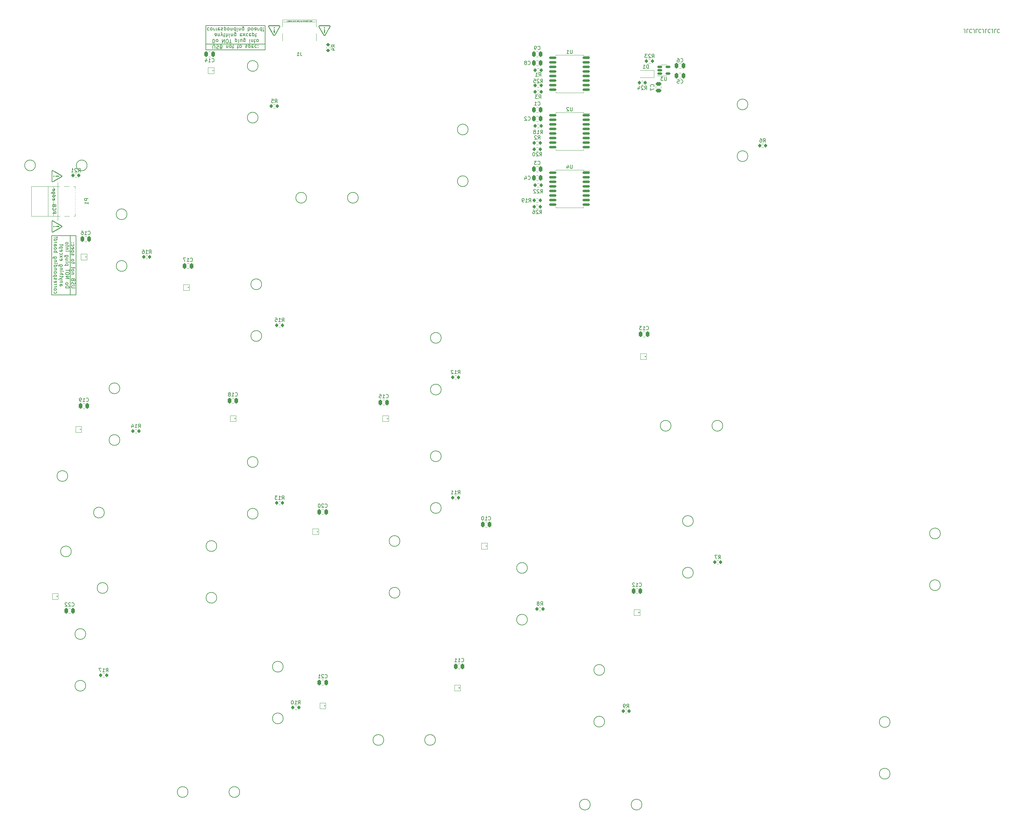
<source format=gbo>
%TF.GenerationSoftware,KiCad,Pcbnew,(6.0.4)*%
%TF.CreationDate,2022-05-26T23:51:16-07:00*%
%TF.ProjectId,bot_R,626f745f-522e-46b6-9963-61645f706362,rev?*%
%TF.SameCoordinates,Original*%
%TF.FileFunction,Legend,Bot*%
%TF.FilePolarity,Positive*%
%FSLAX46Y46*%
G04 Gerber Fmt 4.6, Leading zero omitted, Abs format (unit mm)*
G04 Created by KiCad (PCBNEW (6.0.4)) date 2022-05-26 23:51:16*
%MOMM*%
%LPD*%
G01*
G04 APERTURE LIST*
G04 Aperture macros list*
%AMRoundRect*
0 Rectangle with rounded corners*
0 $1 Rounding radius*
0 $2 $3 $4 $5 $6 $7 $8 $9 X,Y pos of 4 corners*
0 Add a 4 corners polygon primitive as box body*
4,1,4,$2,$3,$4,$5,$6,$7,$8,$9,$2,$3,0*
0 Add four circle primitives for the rounded corners*
1,1,$1+$1,$2,$3*
1,1,$1+$1,$4,$5*
1,1,$1+$1,$6,$7*
1,1,$1+$1,$8,$9*
0 Add four rect primitives between the rounded corners*
20,1,$1+$1,$2,$3,$4,$5,0*
20,1,$1+$1,$4,$5,$6,$7,0*
20,1,$1+$1,$6,$7,$8,$9,0*
20,1,$1+$1,$8,$9,$2,$3,0*%
G04 Aperture macros list end*
%ADD10C,0.150000*%
%ADD11C,0.062500*%
%ADD12C,0.120000*%
%ADD13C,0.010000*%
%ADD14C,2.200000*%
%ADD15RoundRect,0.200000X0.200000X0.275000X-0.200000X0.275000X-0.200000X-0.275000X0.200000X-0.275000X0*%
%ADD16C,0.650000*%
%ADD17R,0.600000X1.450000*%
%ADD18R,0.300000X1.450000*%
%ADD19O,1.000000X1.600000*%
%ADD20O,1.000000X2.100000*%
%ADD21RoundRect,0.250000X0.250000X0.475000X-0.250000X0.475000X-0.250000X-0.475000X0.250000X-0.475000X0*%
%ADD22RoundRect,0.250000X-0.250000X-0.475000X0.250000X-0.475000X0.250000X0.475000X-0.250000X0.475000X0*%
%ADD23RoundRect,0.200000X-0.200000X-0.275000X0.200000X-0.275000X0.200000X0.275000X-0.200000X0.275000X0*%
%ADD24RoundRect,0.150000X-0.512500X-0.150000X0.512500X-0.150000X0.512500X0.150000X-0.512500X0.150000X0*%
%ADD25RoundRect,0.150000X0.875000X0.150000X-0.875000X0.150000X-0.875000X-0.150000X0.875000X-0.150000X0*%
%ADD26RoundRect,0.250000X-0.475000X0.250000X-0.475000X-0.250000X0.475000X-0.250000X0.475000X0.250000X0*%
%ADD27R,0.900000X1.200000*%
%ADD28R,1.825000X0.400000*%
%ADD29R,1.200000X1.500000*%
%ADD30R,1.200000X1.200000*%
%ADD31R,2.012500X0.400000*%
%ADD32RoundRect,0.200000X0.275000X-0.200000X0.275000X0.200000X-0.275000X0.200000X-0.275000X-0.200000X0*%
G04 APERTURE END LIST*
D10*
X275380952Y-23047619D02*
X275380952Y-22333333D01*
X275333333Y-22190476D01*
X275238095Y-22095238D01*
X275095238Y-22047619D01*
X275000000Y-22047619D01*
X276333333Y-22047619D02*
X275857142Y-22047619D01*
X275857142Y-23047619D01*
X277238095Y-22142857D02*
X277190476Y-22095238D01*
X277047619Y-22047619D01*
X276952380Y-22047619D01*
X276809523Y-22095238D01*
X276714285Y-22190476D01*
X276666666Y-22285714D01*
X276619047Y-22476190D01*
X276619047Y-22619047D01*
X276666666Y-22809523D01*
X276714285Y-22904761D01*
X276809523Y-23000000D01*
X276952380Y-23047619D01*
X277047619Y-23047619D01*
X277190476Y-23000000D01*
X277238095Y-22952380D01*
X277952380Y-23047619D02*
X277952380Y-22333333D01*
X277904761Y-22190476D01*
X277809523Y-22095238D01*
X277666666Y-22047619D01*
X277571428Y-22047619D01*
X278904761Y-22047619D02*
X278428571Y-22047619D01*
X278428571Y-23047619D01*
X279809523Y-22142857D02*
X279761904Y-22095238D01*
X279619047Y-22047619D01*
X279523809Y-22047619D01*
X279380952Y-22095238D01*
X279285714Y-22190476D01*
X279238095Y-22285714D01*
X279190476Y-22476190D01*
X279190476Y-22619047D01*
X279238095Y-22809523D01*
X279285714Y-22904761D01*
X279380952Y-23000000D01*
X279523809Y-23047619D01*
X279619047Y-23047619D01*
X279761904Y-23000000D01*
X279809523Y-22952380D01*
X280523809Y-23047619D02*
X280523809Y-22333333D01*
X280476190Y-22190476D01*
X280380952Y-22095238D01*
X280238095Y-22047619D01*
X280142857Y-22047619D01*
X281476190Y-22047619D02*
X281000000Y-22047619D01*
X281000000Y-23047619D01*
X282380952Y-22142857D02*
X282333333Y-22095238D01*
X282190476Y-22047619D01*
X282095238Y-22047619D01*
X281952380Y-22095238D01*
X281857142Y-22190476D01*
X281809523Y-22285714D01*
X281761904Y-22476190D01*
X281761904Y-22619047D01*
X281809523Y-22809523D01*
X281857142Y-22904761D01*
X281952380Y-23000000D01*
X282095238Y-23047619D01*
X282190476Y-23047619D01*
X282333333Y-23000000D01*
X282380952Y-22952380D01*
X283095238Y-23047619D02*
X283095238Y-22333333D01*
X283047619Y-22190476D01*
X282952380Y-22095238D01*
X282809523Y-22047619D01*
X282714285Y-22047619D01*
X284047619Y-22047619D02*
X283571428Y-22047619D01*
X283571428Y-23047619D01*
X284952380Y-22142857D02*
X284904761Y-22095238D01*
X284761904Y-22047619D01*
X284666666Y-22047619D01*
X284523809Y-22095238D01*
X284428571Y-22190476D01*
X284380952Y-22285714D01*
X284333333Y-22476190D01*
X284333333Y-22619047D01*
X284380952Y-22809523D01*
X284428571Y-22904761D01*
X284523809Y-23000000D01*
X284666666Y-23047619D01*
X284761904Y-23047619D01*
X284904761Y-23000000D01*
X284952380Y-22952380D01*
X106400000Y-69000000D02*
G75*
G03*
X106400000Y-69000000I-1500000J0D01*
G01*
X268500000Y-176900000D02*
G75*
G03*
X268500000Y-176900000I-1500000J0D01*
G01*
X92000000Y-69000000D02*
G75*
G03*
X92000000Y-69000000I-1500000J0D01*
G01*
X63950000Y-21050000D02*
X63950000Y-27800000D01*
X30900000Y-60000000D02*
G75*
G03*
X30900000Y-60000000I-1500000J0D01*
G01*
X185400000Y-238000000D02*
G75*
G03*
X185400000Y-238000000I-1500000J0D01*
G01*
X193500000Y-132500000D02*
G75*
G03*
X193500000Y-132500000I-1500000J0D01*
G01*
X137000000Y-64400000D02*
G75*
G03*
X137000000Y-64400000I-1500000J0D01*
G01*
X127900000Y-220000000D02*
G75*
G03*
X127900000Y-220000000I-1500000J0D01*
G01*
X21050000Y-79550000D02*
X27800000Y-79550000D01*
X26200000Y-96050000D02*
X26200000Y-79550000D01*
X80450000Y-21050000D02*
X80450000Y-27800000D01*
X59000000Y-234500000D02*
G75*
G03*
X59000000Y-234500000I-1500000J0D01*
G01*
X137000000Y-50000000D02*
G75*
G03*
X137000000Y-50000000I-1500000J0D01*
G01*
X171000000Y-238000000D02*
G75*
G03*
X171000000Y-238000000I-1500000J0D01*
G01*
X21050000Y-79550000D02*
X21050000Y-96050000D01*
X21050000Y-96050000D02*
X27800000Y-96050000D01*
X35682338Y-156682338D02*
G75*
G03*
X35682338Y-156682338I-1500000J0D01*
G01*
X25500000Y-146500000D02*
G75*
G03*
X25500000Y-146500000I-1500000J0D01*
G01*
X16500000Y-60000000D02*
G75*
G03*
X16500000Y-60000000I-1500000J0D01*
G01*
X36682338Y-177682338D02*
G75*
G03*
X36682338Y-177682338I-1500000J0D01*
G01*
X67000000Y-180400000D02*
G75*
G03*
X67000000Y-180400000I-1500000J0D01*
G01*
X113500000Y-220000000D02*
G75*
G03*
X113500000Y-220000000I-1500000J0D01*
G01*
X73400000Y-234500000D02*
G75*
G03*
X73400000Y-234500000I-1500000J0D01*
G01*
X268500000Y-162500000D02*
G75*
G03*
X268500000Y-162500000I-1500000J0D01*
G01*
X67000000Y-166000000D02*
G75*
G03*
X67000000Y-166000000I-1500000J0D01*
G01*
X63950000Y-27800000D02*
X80450000Y-27800000D01*
X27800000Y-96050000D02*
X27800000Y-79550000D01*
X63950000Y-26200000D02*
X80450000Y-26200000D01*
X207900000Y-132500000D02*
G75*
G03*
X207900000Y-132500000I-1500000J0D01*
G01*
X80450000Y-21050000D02*
X63950000Y-21050000D01*
X254500000Y-229400000D02*
G75*
G03*
X254500000Y-229400000I-1500000J0D01*
G01*
X254500000Y-215000000D02*
G75*
G03*
X254500000Y-215000000I-1500000J0D01*
G01*
X26500000Y-167500000D02*
G75*
G03*
X26500000Y-167500000I-1500000J0D01*
G01*
X65914285Y-27512619D02*
X65914285Y-26703095D01*
X65961904Y-26607857D01*
X66009523Y-26560238D01*
X66104761Y-26512619D01*
X66295238Y-26512619D01*
X66390476Y-26560238D01*
X66438095Y-26607857D01*
X66485714Y-26703095D01*
X66485714Y-27512619D01*
X66914285Y-26560238D02*
X67057142Y-26512619D01*
X67295238Y-26512619D01*
X67390476Y-26560238D01*
X67438095Y-26607857D01*
X67485714Y-26703095D01*
X67485714Y-26798333D01*
X67438095Y-26893571D01*
X67390476Y-26941190D01*
X67295238Y-26988809D01*
X67104761Y-27036428D01*
X67009523Y-27084047D01*
X66961904Y-27131666D01*
X66914285Y-27226904D01*
X66914285Y-27322142D01*
X66961904Y-27417380D01*
X67009523Y-27465000D01*
X67104761Y-27512619D01*
X67342857Y-27512619D01*
X67485714Y-27465000D01*
X68247619Y-27036428D02*
X68390476Y-26988809D01*
X68438095Y-26941190D01*
X68485714Y-26845952D01*
X68485714Y-26703095D01*
X68438095Y-26607857D01*
X68390476Y-26560238D01*
X68295238Y-26512619D01*
X67914285Y-26512619D01*
X67914285Y-27512619D01*
X68247619Y-27512619D01*
X68342857Y-27465000D01*
X68390476Y-27417380D01*
X68438095Y-27322142D01*
X68438095Y-27226904D01*
X68390476Y-27131666D01*
X68342857Y-27084047D01*
X68247619Y-27036428D01*
X67914285Y-27036428D01*
X69676190Y-27179285D02*
X69676190Y-26512619D01*
X69676190Y-27084047D02*
X69723809Y-27131666D01*
X69819047Y-27179285D01*
X69961904Y-27179285D01*
X70057142Y-27131666D01*
X70104761Y-27036428D01*
X70104761Y-26512619D01*
X70723809Y-26512619D02*
X70628571Y-26560238D01*
X70580952Y-26607857D01*
X70533333Y-26703095D01*
X70533333Y-26988809D01*
X70580952Y-27084047D01*
X70628571Y-27131666D01*
X70723809Y-27179285D01*
X70866666Y-27179285D01*
X70961904Y-27131666D01*
X71009523Y-27084047D01*
X71057142Y-26988809D01*
X71057142Y-26703095D01*
X71009523Y-26607857D01*
X70961904Y-26560238D01*
X70866666Y-26512619D01*
X70723809Y-26512619D01*
X71342857Y-27179285D02*
X71723809Y-27179285D01*
X71485714Y-27512619D02*
X71485714Y-26655476D01*
X71533333Y-26560238D01*
X71628571Y-26512619D01*
X71723809Y-26512619D01*
X72676190Y-27179285D02*
X73057142Y-27179285D01*
X72819047Y-27512619D02*
X72819047Y-26655476D01*
X72866666Y-26560238D01*
X72961904Y-26512619D01*
X73057142Y-26512619D01*
X73533333Y-26512619D02*
X73438095Y-26560238D01*
X73390476Y-26607857D01*
X73342857Y-26703095D01*
X73342857Y-26988809D01*
X73390476Y-27084047D01*
X73438095Y-27131666D01*
X73533333Y-27179285D01*
X73676190Y-27179285D01*
X73771428Y-27131666D01*
X73819047Y-27084047D01*
X73866666Y-26988809D01*
X73866666Y-26703095D01*
X73819047Y-26607857D01*
X73771428Y-26560238D01*
X73676190Y-26512619D01*
X73533333Y-26512619D01*
X75009523Y-26560238D02*
X75104761Y-26512619D01*
X75295238Y-26512619D01*
X75390476Y-26560238D01*
X75438095Y-26655476D01*
X75438095Y-26703095D01*
X75390476Y-26798333D01*
X75295238Y-26845952D01*
X75152380Y-26845952D01*
X75057142Y-26893571D01*
X75009523Y-26988809D01*
X75009523Y-27036428D01*
X75057142Y-27131666D01*
X75152380Y-27179285D01*
X75295238Y-27179285D01*
X75390476Y-27131666D01*
X75866666Y-27179285D02*
X75866666Y-26179285D01*
X75866666Y-27131666D02*
X75961904Y-27179285D01*
X76152380Y-27179285D01*
X76247619Y-27131666D01*
X76295238Y-27084047D01*
X76342857Y-26988809D01*
X76342857Y-26703095D01*
X76295238Y-26607857D01*
X76247619Y-26560238D01*
X76152380Y-26512619D01*
X75961904Y-26512619D01*
X75866666Y-26560238D01*
X77152380Y-26560238D02*
X77057142Y-26512619D01*
X76866666Y-26512619D01*
X76771428Y-26560238D01*
X76723809Y-26655476D01*
X76723809Y-27036428D01*
X76771428Y-27131666D01*
X76866666Y-27179285D01*
X77057142Y-27179285D01*
X77152380Y-27131666D01*
X77200000Y-27036428D01*
X77200000Y-26941190D01*
X76723809Y-26845952D01*
X78057142Y-26560238D02*
X77961904Y-26512619D01*
X77771428Y-26512619D01*
X77676190Y-26560238D01*
X77628571Y-26607857D01*
X77580952Y-26703095D01*
X77580952Y-26988809D01*
X77628571Y-27084047D01*
X77676190Y-27131666D01*
X77771428Y-27179285D01*
X77961904Y-27179285D01*
X78057142Y-27131666D01*
X78485714Y-26607857D02*
X78533333Y-26560238D01*
X78485714Y-26512619D01*
X78438095Y-26560238D01*
X78485714Y-26607857D01*
X78485714Y-26512619D01*
X78485714Y-27131666D02*
X78533333Y-27084047D01*
X78485714Y-27036428D01*
X78438095Y-27084047D01*
X78485714Y-27131666D01*
X78485714Y-27036428D01*
X65866666Y-24902619D02*
X65866666Y-25902619D01*
X66104761Y-25902619D01*
X66247619Y-25855000D01*
X66342857Y-25759761D01*
X66390476Y-25664523D01*
X66438095Y-25474047D01*
X66438095Y-25331190D01*
X66390476Y-25140714D01*
X66342857Y-25045476D01*
X66247619Y-24950238D01*
X66104761Y-24902619D01*
X65866666Y-24902619D01*
X67009523Y-24902619D02*
X66914285Y-24950238D01*
X66866666Y-24997857D01*
X66819047Y-25093095D01*
X66819047Y-25378809D01*
X66866666Y-25474047D01*
X66914285Y-25521666D01*
X67009523Y-25569285D01*
X67152380Y-25569285D01*
X67247619Y-25521666D01*
X67295238Y-25474047D01*
X67342857Y-25378809D01*
X67342857Y-25093095D01*
X67295238Y-24997857D01*
X67247619Y-24950238D01*
X67152380Y-24902619D01*
X67009523Y-24902619D01*
X68533333Y-24902619D02*
X68533333Y-25902619D01*
X69104761Y-24902619D01*
X69104761Y-25902619D01*
X69771428Y-25902619D02*
X69961904Y-25902619D01*
X70057142Y-25855000D01*
X70152380Y-25759761D01*
X70200000Y-25569285D01*
X70200000Y-25235952D01*
X70152380Y-25045476D01*
X70057142Y-24950238D01*
X69961904Y-24902619D01*
X69771428Y-24902619D01*
X69676190Y-24950238D01*
X69580952Y-25045476D01*
X69533333Y-25235952D01*
X69533333Y-25569285D01*
X69580952Y-25759761D01*
X69676190Y-25855000D01*
X69771428Y-25902619D01*
X70485714Y-25902619D02*
X71057142Y-25902619D01*
X70771428Y-24902619D02*
X70771428Y-25902619D01*
X72152380Y-25569285D02*
X72152380Y-24569285D01*
X72152380Y-25521666D02*
X72247619Y-25569285D01*
X72438095Y-25569285D01*
X72533333Y-25521666D01*
X72580952Y-25474047D01*
X72628571Y-25378809D01*
X72628571Y-25093095D01*
X72580952Y-24997857D01*
X72533333Y-24950238D01*
X72438095Y-24902619D01*
X72247619Y-24902619D01*
X72152380Y-24950238D01*
X73200000Y-24902619D02*
X73104761Y-24950238D01*
X73057142Y-25045476D01*
X73057142Y-25902619D01*
X74009523Y-25569285D02*
X74009523Y-24902619D01*
X73580952Y-25569285D02*
X73580952Y-25045476D01*
X73628571Y-24950238D01*
X73723809Y-24902619D01*
X73866666Y-24902619D01*
X73961904Y-24950238D01*
X74009523Y-24997857D01*
X74914285Y-25569285D02*
X74914285Y-24759761D01*
X74866666Y-24664523D01*
X74819047Y-24616904D01*
X74723809Y-24569285D01*
X74580952Y-24569285D01*
X74485714Y-24616904D01*
X74914285Y-24950238D02*
X74819047Y-24902619D01*
X74628571Y-24902619D01*
X74533333Y-24950238D01*
X74485714Y-24997857D01*
X74438095Y-25093095D01*
X74438095Y-25378809D01*
X74485714Y-25474047D01*
X74533333Y-25521666D01*
X74628571Y-25569285D01*
X74819047Y-25569285D01*
X74914285Y-25521666D01*
X76152380Y-24902619D02*
X76152380Y-25569285D01*
X76152380Y-25902619D02*
X76104761Y-25855000D01*
X76152380Y-25807380D01*
X76200000Y-25855000D01*
X76152380Y-25902619D01*
X76152380Y-25807380D01*
X76628571Y-25569285D02*
X76628571Y-24902619D01*
X76628571Y-25474047D02*
X76676190Y-25521666D01*
X76771428Y-25569285D01*
X76914285Y-25569285D01*
X77009523Y-25521666D01*
X77057142Y-25426428D01*
X77057142Y-24902619D01*
X77390476Y-25569285D02*
X77771428Y-25569285D01*
X77533333Y-25902619D02*
X77533333Y-25045476D01*
X77580952Y-24950238D01*
X77676190Y-24902619D01*
X77771428Y-24902619D01*
X78247619Y-24902619D02*
X78152380Y-24950238D01*
X78104761Y-24997857D01*
X78057142Y-25093095D01*
X78057142Y-25378809D01*
X78104761Y-25474047D01*
X78152380Y-25521666D01*
X78247619Y-25569285D01*
X78390476Y-25569285D01*
X78485714Y-25521666D01*
X78533333Y-25474047D01*
X78580952Y-25378809D01*
X78580952Y-25093095D01*
X78533333Y-24997857D01*
X78485714Y-24950238D01*
X78390476Y-24902619D01*
X78247619Y-24902619D01*
X66890476Y-23292619D02*
X66890476Y-23816428D01*
X66842857Y-23911666D01*
X66747619Y-23959285D01*
X66557142Y-23959285D01*
X66461904Y-23911666D01*
X66890476Y-23340238D02*
X66795238Y-23292619D01*
X66557142Y-23292619D01*
X66461904Y-23340238D01*
X66414285Y-23435476D01*
X66414285Y-23530714D01*
X66461904Y-23625952D01*
X66557142Y-23673571D01*
X66795238Y-23673571D01*
X66890476Y-23721190D01*
X67366666Y-23959285D02*
X67366666Y-23292619D01*
X67366666Y-23864047D02*
X67414285Y-23911666D01*
X67509523Y-23959285D01*
X67652380Y-23959285D01*
X67747619Y-23911666D01*
X67795238Y-23816428D01*
X67795238Y-23292619D01*
X68176190Y-23959285D02*
X68414285Y-23292619D01*
X68652380Y-23959285D02*
X68414285Y-23292619D01*
X68319047Y-23054523D01*
X68271428Y-23006904D01*
X68176190Y-22959285D01*
X68890476Y-23959285D02*
X69271428Y-23959285D01*
X69033333Y-24292619D02*
X69033333Y-23435476D01*
X69080952Y-23340238D01*
X69176190Y-23292619D01*
X69271428Y-23292619D01*
X69604761Y-23292619D02*
X69604761Y-24292619D01*
X70033333Y-23292619D02*
X70033333Y-23816428D01*
X69985714Y-23911666D01*
X69890476Y-23959285D01*
X69747619Y-23959285D01*
X69652380Y-23911666D01*
X69604761Y-23864047D01*
X70509523Y-23292619D02*
X70509523Y-23959285D01*
X70509523Y-24292619D02*
X70461904Y-24245000D01*
X70509523Y-24197380D01*
X70557142Y-24245000D01*
X70509523Y-24292619D01*
X70509523Y-24197380D01*
X70985714Y-23959285D02*
X70985714Y-23292619D01*
X70985714Y-23864047D02*
X71033333Y-23911666D01*
X71128571Y-23959285D01*
X71271428Y-23959285D01*
X71366666Y-23911666D01*
X71414285Y-23816428D01*
X71414285Y-23292619D01*
X72319047Y-23959285D02*
X72319047Y-23149761D01*
X72271428Y-23054523D01*
X72223809Y-23006904D01*
X72128571Y-22959285D01*
X71985714Y-22959285D01*
X71890476Y-23006904D01*
X72319047Y-23340238D02*
X72223809Y-23292619D01*
X72033333Y-23292619D01*
X71938095Y-23340238D01*
X71890476Y-23387857D01*
X71842857Y-23483095D01*
X71842857Y-23768809D01*
X71890476Y-23864047D01*
X71938095Y-23911666D01*
X72033333Y-23959285D01*
X72223809Y-23959285D01*
X72319047Y-23911666D01*
X73938095Y-23340238D02*
X73842857Y-23292619D01*
X73652380Y-23292619D01*
X73557142Y-23340238D01*
X73509523Y-23435476D01*
X73509523Y-23816428D01*
X73557142Y-23911666D01*
X73652380Y-23959285D01*
X73842857Y-23959285D01*
X73938095Y-23911666D01*
X73985714Y-23816428D01*
X73985714Y-23721190D01*
X73509523Y-23625952D01*
X74319047Y-23292619D02*
X74842857Y-23959285D01*
X74319047Y-23959285D02*
X74842857Y-23292619D01*
X75652380Y-23340238D02*
X75557142Y-23292619D01*
X75366666Y-23292619D01*
X75271428Y-23340238D01*
X75223809Y-23387857D01*
X75176190Y-23483095D01*
X75176190Y-23768809D01*
X75223809Y-23864047D01*
X75271428Y-23911666D01*
X75366666Y-23959285D01*
X75557142Y-23959285D01*
X75652380Y-23911666D01*
X76461904Y-23340238D02*
X76366666Y-23292619D01*
X76176190Y-23292619D01*
X76080952Y-23340238D01*
X76033333Y-23435476D01*
X76033333Y-23816428D01*
X76080952Y-23911666D01*
X76176190Y-23959285D01*
X76366666Y-23959285D01*
X76461904Y-23911666D01*
X76509523Y-23816428D01*
X76509523Y-23721190D01*
X76033333Y-23625952D01*
X76938095Y-23959285D02*
X76938095Y-22959285D01*
X76938095Y-23911666D02*
X77033333Y-23959285D01*
X77223809Y-23959285D01*
X77319047Y-23911666D01*
X77366666Y-23864047D01*
X77414285Y-23768809D01*
X77414285Y-23483095D01*
X77366666Y-23387857D01*
X77319047Y-23340238D01*
X77223809Y-23292619D01*
X77033333Y-23292619D01*
X76938095Y-23340238D01*
X77700000Y-23959285D02*
X78080952Y-23959285D01*
X77842857Y-24292619D02*
X77842857Y-23435476D01*
X77890476Y-23340238D01*
X77985714Y-23292619D01*
X78080952Y-23292619D01*
X64842857Y-21730238D02*
X64747619Y-21682619D01*
X64557142Y-21682619D01*
X64461904Y-21730238D01*
X64414285Y-21777857D01*
X64366666Y-21873095D01*
X64366666Y-22158809D01*
X64414285Y-22254047D01*
X64461904Y-22301666D01*
X64557142Y-22349285D01*
X64747619Y-22349285D01*
X64842857Y-22301666D01*
X65414285Y-21682619D02*
X65319047Y-21730238D01*
X65271428Y-21777857D01*
X65223809Y-21873095D01*
X65223809Y-22158809D01*
X65271428Y-22254047D01*
X65319047Y-22301666D01*
X65414285Y-22349285D01*
X65557142Y-22349285D01*
X65652380Y-22301666D01*
X65700000Y-22254047D01*
X65747619Y-22158809D01*
X65747619Y-21873095D01*
X65700000Y-21777857D01*
X65652380Y-21730238D01*
X65557142Y-21682619D01*
X65414285Y-21682619D01*
X66176190Y-21682619D02*
X66176190Y-22349285D01*
X66176190Y-22158809D02*
X66223809Y-22254047D01*
X66271428Y-22301666D01*
X66366666Y-22349285D01*
X66461904Y-22349285D01*
X66795238Y-21682619D02*
X66795238Y-22349285D01*
X66795238Y-22158809D02*
X66842857Y-22254047D01*
X66890476Y-22301666D01*
X66985714Y-22349285D01*
X67080952Y-22349285D01*
X67795238Y-21730238D02*
X67700000Y-21682619D01*
X67509523Y-21682619D01*
X67414285Y-21730238D01*
X67366666Y-21825476D01*
X67366666Y-22206428D01*
X67414285Y-22301666D01*
X67509523Y-22349285D01*
X67700000Y-22349285D01*
X67795238Y-22301666D01*
X67842857Y-22206428D01*
X67842857Y-22111190D01*
X67366666Y-22015952D01*
X68223809Y-21730238D02*
X68319047Y-21682619D01*
X68509523Y-21682619D01*
X68604761Y-21730238D01*
X68652380Y-21825476D01*
X68652380Y-21873095D01*
X68604761Y-21968333D01*
X68509523Y-22015952D01*
X68366666Y-22015952D01*
X68271428Y-22063571D01*
X68223809Y-22158809D01*
X68223809Y-22206428D01*
X68271428Y-22301666D01*
X68366666Y-22349285D01*
X68509523Y-22349285D01*
X68604761Y-22301666D01*
X69080952Y-22349285D02*
X69080952Y-21349285D01*
X69080952Y-22301666D02*
X69176190Y-22349285D01*
X69366666Y-22349285D01*
X69461904Y-22301666D01*
X69509523Y-22254047D01*
X69557142Y-22158809D01*
X69557142Y-21873095D01*
X69509523Y-21777857D01*
X69461904Y-21730238D01*
X69366666Y-21682619D01*
X69176190Y-21682619D01*
X69080952Y-21730238D01*
X70128571Y-21682619D02*
X70033333Y-21730238D01*
X69985714Y-21777857D01*
X69938095Y-21873095D01*
X69938095Y-22158809D01*
X69985714Y-22254047D01*
X70033333Y-22301666D01*
X70128571Y-22349285D01*
X70271428Y-22349285D01*
X70366666Y-22301666D01*
X70414285Y-22254047D01*
X70461904Y-22158809D01*
X70461904Y-21873095D01*
X70414285Y-21777857D01*
X70366666Y-21730238D01*
X70271428Y-21682619D01*
X70128571Y-21682619D01*
X70890476Y-22349285D02*
X70890476Y-21682619D01*
X70890476Y-22254047D02*
X70938095Y-22301666D01*
X71033333Y-22349285D01*
X71176190Y-22349285D01*
X71271428Y-22301666D01*
X71319047Y-22206428D01*
X71319047Y-21682619D01*
X72223809Y-21682619D02*
X72223809Y-22682619D01*
X72223809Y-21730238D02*
X72128571Y-21682619D01*
X71938095Y-21682619D01*
X71842857Y-21730238D01*
X71795238Y-21777857D01*
X71747619Y-21873095D01*
X71747619Y-22158809D01*
X71795238Y-22254047D01*
X71842857Y-22301666D01*
X71938095Y-22349285D01*
X72128571Y-22349285D01*
X72223809Y-22301666D01*
X72700000Y-21682619D02*
X72700000Y-22349285D01*
X72700000Y-22682619D02*
X72652380Y-22635000D01*
X72700000Y-22587380D01*
X72747619Y-22635000D01*
X72700000Y-22682619D01*
X72700000Y-22587380D01*
X73176190Y-22349285D02*
X73176190Y-21682619D01*
X73176190Y-22254047D02*
X73223809Y-22301666D01*
X73319047Y-22349285D01*
X73461904Y-22349285D01*
X73557142Y-22301666D01*
X73604761Y-22206428D01*
X73604761Y-21682619D01*
X74509523Y-22349285D02*
X74509523Y-21539761D01*
X74461904Y-21444523D01*
X74414285Y-21396904D01*
X74319047Y-21349285D01*
X74176190Y-21349285D01*
X74080952Y-21396904D01*
X74509523Y-21730238D02*
X74414285Y-21682619D01*
X74223809Y-21682619D01*
X74128571Y-21730238D01*
X74080952Y-21777857D01*
X74033333Y-21873095D01*
X74033333Y-22158809D01*
X74080952Y-22254047D01*
X74128571Y-22301666D01*
X74223809Y-22349285D01*
X74414285Y-22349285D01*
X74509523Y-22301666D01*
X75747619Y-21682619D02*
X75747619Y-22682619D01*
X75747619Y-22301666D02*
X75842857Y-22349285D01*
X76033333Y-22349285D01*
X76128571Y-22301666D01*
X76176190Y-22254047D01*
X76223809Y-22158809D01*
X76223809Y-21873095D01*
X76176190Y-21777857D01*
X76128571Y-21730238D01*
X76033333Y-21682619D01*
X75842857Y-21682619D01*
X75747619Y-21730238D01*
X76795238Y-21682619D02*
X76700000Y-21730238D01*
X76652380Y-21777857D01*
X76604761Y-21873095D01*
X76604761Y-22158809D01*
X76652380Y-22254047D01*
X76700000Y-22301666D01*
X76795238Y-22349285D01*
X76938095Y-22349285D01*
X77033333Y-22301666D01*
X77080952Y-22254047D01*
X77128571Y-22158809D01*
X77128571Y-21873095D01*
X77080952Y-21777857D01*
X77033333Y-21730238D01*
X76938095Y-21682619D01*
X76795238Y-21682619D01*
X77985714Y-21682619D02*
X77985714Y-22206428D01*
X77938095Y-22301666D01*
X77842857Y-22349285D01*
X77652380Y-22349285D01*
X77557142Y-22301666D01*
X77985714Y-21730238D02*
X77890476Y-21682619D01*
X77652380Y-21682619D01*
X77557142Y-21730238D01*
X77509523Y-21825476D01*
X77509523Y-21920714D01*
X77557142Y-22015952D01*
X77652380Y-22063571D01*
X77890476Y-22063571D01*
X77985714Y-22111190D01*
X78461904Y-21682619D02*
X78461904Y-22349285D01*
X78461904Y-22158809D02*
X78509523Y-22254047D01*
X78557142Y-22301666D01*
X78652380Y-22349285D01*
X78747619Y-22349285D01*
X79509523Y-21682619D02*
X79509523Y-22682619D01*
X79509523Y-21730238D02*
X79414285Y-21682619D01*
X79223809Y-21682619D01*
X79128571Y-21730238D01*
X79080952Y-21777857D01*
X79033333Y-21873095D01*
X79033333Y-22158809D01*
X79080952Y-22254047D01*
X79128571Y-22301666D01*
X79223809Y-22349285D01*
X79414285Y-22349285D01*
X79509523Y-22301666D01*
X79985714Y-21777857D02*
X80033333Y-21730238D01*
X79985714Y-21682619D01*
X79938095Y-21730238D01*
X79985714Y-21777857D01*
X79985714Y-21682619D01*
X79985714Y-22063571D02*
X79938095Y-22635000D01*
X79985714Y-22682619D01*
X80033333Y-22635000D01*
X79985714Y-22063571D01*
X79985714Y-22682619D01*
X27512619Y-94085714D02*
X26703095Y-94085714D01*
X26607857Y-94038095D01*
X26560238Y-93990476D01*
X26512619Y-93895238D01*
X26512619Y-93704761D01*
X26560238Y-93609523D01*
X26607857Y-93561904D01*
X26703095Y-93514285D01*
X27512619Y-93514285D01*
X26560238Y-93085714D02*
X26512619Y-92942857D01*
X26512619Y-92704761D01*
X26560238Y-92609523D01*
X26607857Y-92561904D01*
X26703095Y-92514285D01*
X26798333Y-92514285D01*
X26893571Y-92561904D01*
X26941190Y-92609523D01*
X26988809Y-92704761D01*
X27036428Y-92895238D01*
X27084047Y-92990476D01*
X27131666Y-93038095D01*
X27226904Y-93085714D01*
X27322142Y-93085714D01*
X27417380Y-93038095D01*
X27465000Y-92990476D01*
X27512619Y-92895238D01*
X27512619Y-92657142D01*
X27465000Y-92514285D01*
X27036428Y-91752380D02*
X26988809Y-91609523D01*
X26941190Y-91561904D01*
X26845952Y-91514285D01*
X26703095Y-91514285D01*
X26607857Y-91561904D01*
X26560238Y-91609523D01*
X26512619Y-91704761D01*
X26512619Y-92085714D01*
X27512619Y-92085714D01*
X27512619Y-91752380D01*
X27465000Y-91657142D01*
X27417380Y-91609523D01*
X27322142Y-91561904D01*
X27226904Y-91561904D01*
X27131666Y-91609523D01*
X27084047Y-91657142D01*
X27036428Y-91752380D01*
X27036428Y-92085714D01*
X27179285Y-90323809D02*
X26512619Y-90323809D01*
X27084047Y-90323809D02*
X27131666Y-90276190D01*
X27179285Y-90180952D01*
X27179285Y-90038095D01*
X27131666Y-89942857D01*
X27036428Y-89895238D01*
X26512619Y-89895238D01*
X26512619Y-89276190D02*
X26560238Y-89371428D01*
X26607857Y-89419047D01*
X26703095Y-89466666D01*
X26988809Y-89466666D01*
X27084047Y-89419047D01*
X27131666Y-89371428D01*
X27179285Y-89276190D01*
X27179285Y-89133333D01*
X27131666Y-89038095D01*
X27084047Y-88990476D01*
X26988809Y-88942857D01*
X26703095Y-88942857D01*
X26607857Y-88990476D01*
X26560238Y-89038095D01*
X26512619Y-89133333D01*
X26512619Y-89276190D01*
X27179285Y-88657142D02*
X27179285Y-88276190D01*
X27512619Y-88514285D02*
X26655476Y-88514285D01*
X26560238Y-88466666D01*
X26512619Y-88371428D01*
X26512619Y-88276190D01*
X27179285Y-87323809D02*
X27179285Y-86942857D01*
X27512619Y-87180952D02*
X26655476Y-87180952D01*
X26560238Y-87133333D01*
X26512619Y-87038095D01*
X26512619Y-86942857D01*
X26512619Y-86466666D02*
X26560238Y-86561904D01*
X26607857Y-86609523D01*
X26703095Y-86657142D01*
X26988809Y-86657142D01*
X27084047Y-86609523D01*
X27131666Y-86561904D01*
X27179285Y-86466666D01*
X27179285Y-86323809D01*
X27131666Y-86228571D01*
X27084047Y-86180952D01*
X26988809Y-86133333D01*
X26703095Y-86133333D01*
X26607857Y-86180952D01*
X26560238Y-86228571D01*
X26512619Y-86323809D01*
X26512619Y-86466666D01*
X26560238Y-84990476D02*
X26512619Y-84895238D01*
X26512619Y-84704761D01*
X26560238Y-84609523D01*
X26655476Y-84561904D01*
X26703095Y-84561904D01*
X26798333Y-84609523D01*
X26845952Y-84704761D01*
X26845952Y-84847619D01*
X26893571Y-84942857D01*
X26988809Y-84990476D01*
X27036428Y-84990476D01*
X27131666Y-84942857D01*
X27179285Y-84847619D01*
X27179285Y-84704761D01*
X27131666Y-84609523D01*
X27179285Y-84133333D02*
X26179285Y-84133333D01*
X27131666Y-84133333D02*
X27179285Y-84038095D01*
X27179285Y-83847619D01*
X27131666Y-83752380D01*
X27084047Y-83704761D01*
X26988809Y-83657142D01*
X26703095Y-83657142D01*
X26607857Y-83704761D01*
X26560238Y-83752380D01*
X26512619Y-83847619D01*
X26512619Y-84038095D01*
X26560238Y-84133333D01*
X26560238Y-82847619D02*
X26512619Y-82942857D01*
X26512619Y-83133333D01*
X26560238Y-83228571D01*
X26655476Y-83276190D01*
X27036428Y-83276190D01*
X27131666Y-83228571D01*
X27179285Y-83133333D01*
X27179285Y-82942857D01*
X27131666Y-82847619D01*
X27036428Y-82800000D01*
X26941190Y-82800000D01*
X26845952Y-83276190D01*
X26560238Y-81942857D02*
X26512619Y-82038095D01*
X26512619Y-82228571D01*
X26560238Y-82323809D01*
X26607857Y-82371428D01*
X26703095Y-82419047D01*
X26988809Y-82419047D01*
X27084047Y-82371428D01*
X27131666Y-82323809D01*
X27179285Y-82228571D01*
X27179285Y-82038095D01*
X27131666Y-81942857D01*
X26607857Y-81514285D02*
X26560238Y-81466666D01*
X26512619Y-81514285D01*
X26560238Y-81561904D01*
X26607857Y-81514285D01*
X26512619Y-81514285D01*
X27131666Y-81514285D02*
X27084047Y-81466666D01*
X27036428Y-81514285D01*
X27084047Y-81561904D01*
X27131666Y-81514285D01*
X27036428Y-81514285D01*
X24902619Y-94133333D02*
X25902619Y-94133333D01*
X25902619Y-93895238D01*
X25855000Y-93752380D01*
X25759761Y-93657142D01*
X25664523Y-93609523D01*
X25474047Y-93561904D01*
X25331190Y-93561904D01*
X25140714Y-93609523D01*
X25045476Y-93657142D01*
X24950238Y-93752380D01*
X24902619Y-93895238D01*
X24902619Y-94133333D01*
X24902619Y-92990476D02*
X24950238Y-93085714D01*
X24997857Y-93133333D01*
X25093095Y-93180952D01*
X25378809Y-93180952D01*
X25474047Y-93133333D01*
X25521666Y-93085714D01*
X25569285Y-92990476D01*
X25569285Y-92847619D01*
X25521666Y-92752380D01*
X25474047Y-92704761D01*
X25378809Y-92657142D01*
X25093095Y-92657142D01*
X24997857Y-92704761D01*
X24950238Y-92752380D01*
X24902619Y-92847619D01*
X24902619Y-92990476D01*
X24902619Y-91466666D02*
X25902619Y-91466666D01*
X24902619Y-90895238D01*
X25902619Y-90895238D01*
X25902619Y-90228571D02*
X25902619Y-90038095D01*
X25855000Y-89942857D01*
X25759761Y-89847619D01*
X25569285Y-89800000D01*
X25235952Y-89800000D01*
X25045476Y-89847619D01*
X24950238Y-89942857D01*
X24902619Y-90038095D01*
X24902619Y-90228571D01*
X24950238Y-90323809D01*
X25045476Y-90419047D01*
X25235952Y-90466666D01*
X25569285Y-90466666D01*
X25759761Y-90419047D01*
X25855000Y-90323809D01*
X25902619Y-90228571D01*
X25902619Y-89514285D02*
X25902619Y-88942857D01*
X24902619Y-89228571D02*
X25902619Y-89228571D01*
X25569285Y-87847619D02*
X24569285Y-87847619D01*
X25521666Y-87847619D02*
X25569285Y-87752380D01*
X25569285Y-87561904D01*
X25521666Y-87466666D01*
X25474047Y-87419047D01*
X25378809Y-87371428D01*
X25093095Y-87371428D01*
X24997857Y-87419047D01*
X24950238Y-87466666D01*
X24902619Y-87561904D01*
X24902619Y-87752380D01*
X24950238Y-87847619D01*
X24902619Y-86800000D02*
X24950238Y-86895238D01*
X25045476Y-86942857D01*
X25902619Y-86942857D01*
X25569285Y-85990476D02*
X24902619Y-85990476D01*
X25569285Y-86419047D02*
X25045476Y-86419047D01*
X24950238Y-86371428D01*
X24902619Y-86276190D01*
X24902619Y-86133333D01*
X24950238Y-86038095D01*
X24997857Y-85990476D01*
X25569285Y-85085714D02*
X24759761Y-85085714D01*
X24664523Y-85133333D01*
X24616904Y-85180952D01*
X24569285Y-85276190D01*
X24569285Y-85419047D01*
X24616904Y-85514285D01*
X24950238Y-85085714D02*
X24902619Y-85180952D01*
X24902619Y-85371428D01*
X24950238Y-85466666D01*
X24997857Y-85514285D01*
X25093095Y-85561904D01*
X25378809Y-85561904D01*
X25474047Y-85514285D01*
X25521666Y-85466666D01*
X25569285Y-85371428D01*
X25569285Y-85180952D01*
X25521666Y-85085714D01*
X24902619Y-83847619D02*
X25569285Y-83847619D01*
X25902619Y-83847619D02*
X25855000Y-83895238D01*
X25807380Y-83847619D01*
X25855000Y-83800000D01*
X25902619Y-83847619D01*
X25807380Y-83847619D01*
X25569285Y-83371428D02*
X24902619Y-83371428D01*
X25474047Y-83371428D02*
X25521666Y-83323809D01*
X25569285Y-83228571D01*
X25569285Y-83085714D01*
X25521666Y-82990476D01*
X25426428Y-82942857D01*
X24902619Y-82942857D01*
X25569285Y-82609523D02*
X25569285Y-82228571D01*
X25902619Y-82466666D02*
X25045476Y-82466666D01*
X24950238Y-82419047D01*
X24902619Y-82323809D01*
X24902619Y-82228571D01*
X24902619Y-81752380D02*
X24950238Y-81847619D01*
X24997857Y-81895238D01*
X25093095Y-81942857D01*
X25378809Y-81942857D01*
X25474047Y-81895238D01*
X25521666Y-81847619D01*
X25569285Y-81752380D01*
X25569285Y-81609523D01*
X25521666Y-81514285D01*
X25474047Y-81466666D01*
X25378809Y-81419047D01*
X25093095Y-81419047D01*
X24997857Y-81466666D01*
X24950238Y-81514285D01*
X24902619Y-81609523D01*
X24902619Y-81752380D01*
X23292619Y-93109523D02*
X23816428Y-93109523D01*
X23911666Y-93157142D01*
X23959285Y-93252380D01*
X23959285Y-93442857D01*
X23911666Y-93538095D01*
X23340238Y-93109523D02*
X23292619Y-93204761D01*
X23292619Y-93442857D01*
X23340238Y-93538095D01*
X23435476Y-93585714D01*
X23530714Y-93585714D01*
X23625952Y-93538095D01*
X23673571Y-93442857D01*
X23673571Y-93204761D01*
X23721190Y-93109523D01*
X23959285Y-92633333D02*
X23292619Y-92633333D01*
X23864047Y-92633333D02*
X23911666Y-92585714D01*
X23959285Y-92490476D01*
X23959285Y-92347619D01*
X23911666Y-92252380D01*
X23816428Y-92204761D01*
X23292619Y-92204761D01*
X23959285Y-91823809D02*
X23292619Y-91585714D01*
X23959285Y-91347619D02*
X23292619Y-91585714D01*
X23054523Y-91680952D01*
X23006904Y-91728571D01*
X22959285Y-91823809D01*
X23959285Y-91109523D02*
X23959285Y-90728571D01*
X24292619Y-90966666D02*
X23435476Y-90966666D01*
X23340238Y-90919047D01*
X23292619Y-90823809D01*
X23292619Y-90728571D01*
X23292619Y-90395238D02*
X24292619Y-90395238D01*
X23292619Y-89966666D02*
X23816428Y-89966666D01*
X23911666Y-90014285D01*
X23959285Y-90109523D01*
X23959285Y-90252380D01*
X23911666Y-90347619D01*
X23864047Y-90395238D01*
X23292619Y-89490476D02*
X23959285Y-89490476D01*
X24292619Y-89490476D02*
X24245000Y-89538095D01*
X24197380Y-89490476D01*
X24245000Y-89442857D01*
X24292619Y-89490476D01*
X24197380Y-89490476D01*
X23959285Y-89014285D02*
X23292619Y-89014285D01*
X23864047Y-89014285D02*
X23911666Y-88966666D01*
X23959285Y-88871428D01*
X23959285Y-88728571D01*
X23911666Y-88633333D01*
X23816428Y-88585714D01*
X23292619Y-88585714D01*
X23959285Y-87680952D02*
X23149761Y-87680952D01*
X23054523Y-87728571D01*
X23006904Y-87776190D01*
X22959285Y-87871428D01*
X22959285Y-88014285D01*
X23006904Y-88109523D01*
X23340238Y-87680952D02*
X23292619Y-87776190D01*
X23292619Y-87966666D01*
X23340238Y-88061904D01*
X23387857Y-88109523D01*
X23483095Y-88157142D01*
X23768809Y-88157142D01*
X23864047Y-88109523D01*
X23911666Y-88061904D01*
X23959285Y-87966666D01*
X23959285Y-87776190D01*
X23911666Y-87680952D01*
X23340238Y-86061904D02*
X23292619Y-86157142D01*
X23292619Y-86347619D01*
X23340238Y-86442857D01*
X23435476Y-86490476D01*
X23816428Y-86490476D01*
X23911666Y-86442857D01*
X23959285Y-86347619D01*
X23959285Y-86157142D01*
X23911666Y-86061904D01*
X23816428Y-86014285D01*
X23721190Y-86014285D01*
X23625952Y-86490476D01*
X23292619Y-85680952D02*
X23959285Y-85157142D01*
X23959285Y-85680952D02*
X23292619Y-85157142D01*
X23340238Y-84347619D02*
X23292619Y-84442857D01*
X23292619Y-84633333D01*
X23340238Y-84728571D01*
X23387857Y-84776190D01*
X23483095Y-84823809D01*
X23768809Y-84823809D01*
X23864047Y-84776190D01*
X23911666Y-84728571D01*
X23959285Y-84633333D01*
X23959285Y-84442857D01*
X23911666Y-84347619D01*
X23340238Y-83538095D02*
X23292619Y-83633333D01*
X23292619Y-83823809D01*
X23340238Y-83919047D01*
X23435476Y-83966666D01*
X23816428Y-83966666D01*
X23911666Y-83919047D01*
X23959285Y-83823809D01*
X23959285Y-83633333D01*
X23911666Y-83538095D01*
X23816428Y-83490476D01*
X23721190Y-83490476D01*
X23625952Y-83966666D01*
X23959285Y-83061904D02*
X22959285Y-83061904D01*
X23911666Y-83061904D02*
X23959285Y-82966666D01*
X23959285Y-82776190D01*
X23911666Y-82680952D01*
X23864047Y-82633333D01*
X23768809Y-82585714D01*
X23483095Y-82585714D01*
X23387857Y-82633333D01*
X23340238Y-82680952D01*
X23292619Y-82776190D01*
X23292619Y-82966666D01*
X23340238Y-83061904D01*
X23959285Y-82300000D02*
X23959285Y-81919047D01*
X24292619Y-82157142D02*
X23435476Y-82157142D01*
X23340238Y-82109523D01*
X23292619Y-82014285D01*
X23292619Y-81919047D01*
X21730238Y-95157142D02*
X21682619Y-95252380D01*
X21682619Y-95442857D01*
X21730238Y-95538095D01*
X21777857Y-95585714D01*
X21873095Y-95633333D01*
X22158809Y-95633333D01*
X22254047Y-95585714D01*
X22301666Y-95538095D01*
X22349285Y-95442857D01*
X22349285Y-95252380D01*
X22301666Y-95157142D01*
X21682619Y-94585714D02*
X21730238Y-94680952D01*
X21777857Y-94728571D01*
X21873095Y-94776190D01*
X22158809Y-94776190D01*
X22254047Y-94728571D01*
X22301666Y-94680952D01*
X22349285Y-94585714D01*
X22349285Y-94442857D01*
X22301666Y-94347619D01*
X22254047Y-94300000D01*
X22158809Y-94252380D01*
X21873095Y-94252380D01*
X21777857Y-94300000D01*
X21730238Y-94347619D01*
X21682619Y-94442857D01*
X21682619Y-94585714D01*
X21682619Y-93823809D02*
X22349285Y-93823809D01*
X22158809Y-93823809D02*
X22254047Y-93776190D01*
X22301666Y-93728571D01*
X22349285Y-93633333D01*
X22349285Y-93538095D01*
X21682619Y-93204761D02*
X22349285Y-93204761D01*
X22158809Y-93204761D02*
X22254047Y-93157142D01*
X22301666Y-93109523D01*
X22349285Y-93014285D01*
X22349285Y-92919047D01*
X21730238Y-92204761D02*
X21682619Y-92300000D01*
X21682619Y-92490476D01*
X21730238Y-92585714D01*
X21825476Y-92633333D01*
X22206428Y-92633333D01*
X22301666Y-92585714D01*
X22349285Y-92490476D01*
X22349285Y-92300000D01*
X22301666Y-92204761D01*
X22206428Y-92157142D01*
X22111190Y-92157142D01*
X22015952Y-92633333D01*
X21730238Y-91776190D02*
X21682619Y-91680952D01*
X21682619Y-91490476D01*
X21730238Y-91395238D01*
X21825476Y-91347619D01*
X21873095Y-91347619D01*
X21968333Y-91395238D01*
X22015952Y-91490476D01*
X22015952Y-91633333D01*
X22063571Y-91728571D01*
X22158809Y-91776190D01*
X22206428Y-91776190D01*
X22301666Y-91728571D01*
X22349285Y-91633333D01*
X22349285Y-91490476D01*
X22301666Y-91395238D01*
X22349285Y-90919047D02*
X21349285Y-90919047D01*
X22301666Y-90919047D02*
X22349285Y-90823809D01*
X22349285Y-90633333D01*
X22301666Y-90538095D01*
X22254047Y-90490476D01*
X22158809Y-90442857D01*
X21873095Y-90442857D01*
X21777857Y-90490476D01*
X21730238Y-90538095D01*
X21682619Y-90633333D01*
X21682619Y-90823809D01*
X21730238Y-90919047D01*
X21682619Y-89871428D02*
X21730238Y-89966666D01*
X21777857Y-90014285D01*
X21873095Y-90061904D01*
X22158809Y-90061904D01*
X22254047Y-90014285D01*
X22301666Y-89966666D01*
X22349285Y-89871428D01*
X22349285Y-89728571D01*
X22301666Y-89633333D01*
X22254047Y-89585714D01*
X22158809Y-89538095D01*
X21873095Y-89538095D01*
X21777857Y-89585714D01*
X21730238Y-89633333D01*
X21682619Y-89728571D01*
X21682619Y-89871428D01*
X22349285Y-89109523D02*
X21682619Y-89109523D01*
X22254047Y-89109523D02*
X22301666Y-89061904D01*
X22349285Y-88966666D01*
X22349285Y-88823809D01*
X22301666Y-88728571D01*
X22206428Y-88680952D01*
X21682619Y-88680952D01*
X21682619Y-87776190D02*
X22682619Y-87776190D01*
X21730238Y-87776190D02*
X21682619Y-87871428D01*
X21682619Y-88061904D01*
X21730238Y-88157142D01*
X21777857Y-88204761D01*
X21873095Y-88252380D01*
X22158809Y-88252380D01*
X22254047Y-88204761D01*
X22301666Y-88157142D01*
X22349285Y-88061904D01*
X22349285Y-87871428D01*
X22301666Y-87776190D01*
X21682619Y-87300000D02*
X22349285Y-87300000D01*
X22682619Y-87300000D02*
X22635000Y-87347619D01*
X22587380Y-87300000D01*
X22635000Y-87252380D01*
X22682619Y-87300000D01*
X22587380Y-87300000D01*
X22349285Y-86823809D02*
X21682619Y-86823809D01*
X22254047Y-86823809D02*
X22301666Y-86776190D01*
X22349285Y-86680952D01*
X22349285Y-86538095D01*
X22301666Y-86442857D01*
X22206428Y-86395238D01*
X21682619Y-86395238D01*
X22349285Y-85490476D02*
X21539761Y-85490476D01*
X21444523Y-85538095D01*
X21396904Y-85585714D01*
X21349285Y-85680952D01*
X21349285Y-85823809D01*
X21396904Y-85919047D01*
X21730238Y-85490476D02*
X21682619Y-85585714D01*
X21682619Y-85776190D01*
X21730238Y-85871428D01*
X21777857Y-85919047D01*
X21873095Y-85966666D01*
X22158809Y-85966666D01*
X22254047Y-85919047D01*
X22301666Y-85871428D01*
X22349285Y-85776190D01*
X22349285Y-85585714D01*
X22301666Y-85490476D01*
X21682619Y-84252380D02*
X22682619Y-84252380D01*
X22301666Y-84252380D02*
X22349285Y-84157142D01*
X22349285Y-83966666D01*
X22301666Y-83871428D01*
X22254047Y-83823809D01*
X22158809Y-83776190D01*
X21873095Y-83776190D01*
X21777857Y-83823809D01*
X21730238Y-83871428D01*
X21682619Y-83966666D01*
X21682619Y-84157142D01*
X21730238Y-84252380D01*
X21682619Y-83204761D02*
X21730238Y-83300000D01*
X21777857Y-83347619D01*
X21873095Y-83395238D01*
X22158809Y-83395238D01*
X22254047Y-83347619D01*
X22301666Y-83300000D01*
X22349285Y-83204761D01*
X22349285Y-83061904D01*
X22301666Y-82966666D01*
X22254047Y-82919047D01*
X22158809Y-82871428D01*
X21873095Y-82871428D01*
X21777857Y-82919047D01*
X21730238Y-82966666D01*
X21682619Y-83061904D01*
X21682619Y-83204761D01*
X21682619Y-82014285D02*
X22206428Y-82014285D01*
X22301666Y-82061904D01*
X22349285Y-82157142D01*
X22349285Y-82347619D01*
X22301666Y-82442857D01*
X21730238Y-82014285D02*
X21682619Y-82109523D01*
X21682619Y-82347619D01*
X21730238Y-82442857D01*
X21825476Y-82490476D01*
X21920714Y-82490476D01*
X22015952Y-82442857D01*
X22063571Y-82347619D01*
X22063571Y-82109523D01*
X22111190Y-82014285D01*
X21682619Y-81538095D02*
X22349285Y-81538095D01*
X22158809Y-81538095D02*
X22254047Y-81490476D01*
X22301666Y-81442857D01*
X22349285Y-81347619D01*
X22349285Y-81252380D01*
X21682619Y-80490476D02*
X22682619Y-80490476D01*
X21730238Y-80490476D02*
X21682619Y-80585714D01*
X21682619Y-80776190D01*
X21730238Y-80871428D01*
X21777857Y-80919047D01*
X21873095Y-80966666D01*
X22158809Y-80966666D01*
X22254047Y-80919047D01*
X22301666Y-80871428D01*
X22349285Y-80776190D01*
X22349285Y-80585714D01*
X22301666Y-80490476D01*
X21777857Y-80014285D02*
X21730238Y-79966666D01*
X21682619Y-80014285D01*
X21730238Y-80061904D01*
X21777857Y-80014285D01*
X21682619Y-80014285D01*
X22063571Y-80014285D02*
X22635000Y-80061904D01*
X22682619Y-80014285D01*
X22635000Y-79966666D01*
X22063571Y-80014285D01*
X22682619Y-80014285D01*
%TO.C,R12*%
X134142857Y-118022380D02*
X134476190Y-117546190D01*
X134714285Y-118022380D02*
X134714285Y-117022380D01*
X134333333Y-117022380D01*
X134238095Y-117070000D01*
X134190476Y-117117619D01*
X134142857Y-117212857D01*
X134142857Y-117355714D01*
X134190476Y-117450952D01*
X134238095Y-117498571D01*
X134333333Y-117546190D01*
X134714285Y-117546190D01*
X133190476Y-118022380D02*
X133761904Y-118022380D01*
X133476190Y-118022380D02*
X133476190Y-117022380D01*
X133571428Y-117165238D01*
X133666666Y-117260476D01*
X133761904Y-117308095D01*
X132809523Y-117117619D02*
X132761904Y-117070000D01*
X132666666Y-117022380D01*
X132428571Y-117022380D01*
X132333333Y-117070000D01*
X132285714Y-117117619D01*
X132238095Y-117212857D01*
X132238095Y-117308095D01*
X132285714Y-117450952D01*
X132857142Y-118022380D01*
X132238095Y-118022380D01*
%TO.C,J1*%
X90333333Y-28467380D02*
X90333333Y-29181666D01*
X90380952Y-29324523D01*
X90476190Y-29419761D01*
X90619047Y-29467380D01*
X90714285Y-29467380D01*
X89333333Y-29467380D02*
X89904761Y-29467380D01*
X89619047Y-29467380D02*
X89619047Y-28467380D01*
X89714285Y-28610238D01*
X89809523Y-28705476D01*
X89904761Y-28753095D01*
D11*
X86500000Y-19936904D02*
X86666666Y-19936904D01*
X86559523Y-19686904D01*
X86761904Y-19710714D02*
X86773809Y-19698809D01*
X86761904Y-19686904D01*
X86750000Y-19698809D01*
X86761904Y-19710714D01*
X86761904Y-19686904D01*
X86857142Y-19936904D02*
X87011904Y-19936904D01*
X86928571Y-19841666D01*
X86964285Y-19841666D01*
X86988095Y-19829761D01*
X87000000Y-19817857D01*
X87011904Y-19794047D01*
X87011904Y-19734523D01*
X87000000Y-19710714D01*
X86988095Y-19698809D01*
X86964285Y-19686904D01*
X86892857Y-19686904D01*
X86869047Y-19698809D01*
X86857142Y-19710714D01*
X87238095Y-19936904D02*
X87119047Y-19936904D01*
X87107142Y-19817857D01*
X87119047Y-19829761D01*
X87142857Y-19841666D01*
X87202380Y-19841666D01*
X87226190Y-19829761D01*
X87238095Y-19817857D01*
X87250000Y-19794047D01*
X87250000Y-19734523D01*
X87238095Y-19710714D01*
X87226190Y-19698809D01*
X87202380Y-19686904D01*
X87142857Y-19686904D01*
X87119047Y-19698809D01*
X87107142Y-19710714D01*
X87357142Y-19686904D02*
X87357142Y-19853571D01*
X87357142Y-19829761D02*
X87369047Y-19841666D01*
X87392857Y-19853571D01*
X87428571Y-19853571D01*
X87452380Y-19841666D01*
X87464285Y-19817857D01*
X87464285Y-19686904D01*
X87464285Y-19817857D02*
X87476190Y-19841666D01*
X87500000Y-19853571D01*
X87535714Y-19853571D01*
X87559523Y-19841666D01*
X87571428Y-19817857D01*
X87571428Y-19686904D01*
X87690476Y-19686904D02*
X87690476Y-19853571D01*
X87690476Y-19829761D02*
X87702380Y-19841666D01*
X87726190Y-19853571D01*
X87761904Y-19853571D01*
X87785714Y-19841666D01*
X87797619Y-19817857D01*
X87797619Y-19686904D01*
X87797619Y-19817857D02*
X87809523Y-19841666D01*
X87833333Y-19853571D01*
X87869047Y-19853571D01*
X87892857Y-19841666D01*
X87904761Y-19817857D01*
X87904761Y-19686904D01*
X88178571Y-19853571D02*
X88273809Y-19853571D01*
X88214285Y-19686904D02*
X88214285Y-19901190D01*
X88226190Y-19925000D01*
X88250000Y-19936904D01*
X88273809Y-19936904D01*
X88357142Y-19686904D02*
X88357142Y-19853571D01*
X88357142Y-19805952D02*
X88369047Y-19829761D01*
X88380952Y-19841666D01*
X88404761Y-19853571D01*
X88428571Y-19853571D01*
X88547619Y-19686904D02*
X88523809Y-19698809D01*
X88511904Y-19710714D01*
X88500000Y-19734523D01*
X88500000Y-19805952D01*
X88511904Y-19829761D01*
X88523809Y-19841666D01*
X88547619Y-19853571D01*
X88583333Y-19853571D01*
X88607142Y-19841666D01*
X88619047Y-19829761D01*
X88630952Y-19805952D01*
X88630952Y-19734523D01*
X88619047Y-19710714D01*
X88607142Y-19698809D01*
X88583333Y-19686904D01*
X88547619Y-19686904D01*
X88738095Y-19686904D02*
X88738095Y-19853571D01*
X88738095Y-19829761D02*
X88750000Y-19841666D01*
X88773809Y-19853571D01*
X88809523Y-19853571D01*
X88833333Y-19841666D01*
X88845238Y-19817857D01*
X88845238Y-19686904D01*
X88845238Y-19817857D02*
X88857142Y-19841666D01*
X88880952Y-19853571D01*
X88916666Y-19853571D01*
X88940476Y-19841666D01*
X88952380Y-19817857D01*
X88952380Y-19686904D01*
X89261904Y-19686904D02*
X89261904Y-19936904D01*
X89261904Y-19841666D02*
X89285714Y-19853571D01*
X89333333Y-19853571D01*
X89357142Y-19841666D01*
X89369047Y-19829761D01*
X89380952Y-19805952D01*
X89380952Y-19734523D01*
X89369047Y-19710714D01*
X89357142Y-19698809D01*
X89333333Y-19686904D01*
X89285714Y-19686904D01*
X89261904Y-19698809D01*
X89595238Y-19686904D02*
X89595238Y-19817857D01*
X89583333Y-19841666D01*
X89559523Y-19853571D01*
X89511904Y-19853571D01*
X89488095Y-19841666D01*
X89595238Y-19698809D02*
X89571428Y-19686904D01*
X89511904Y-19686904D01*
X89488095Y-19698809D01*
X89476190Y-19722619D01*
X89476190Y-19746428D01*
X89488095Y-19770238D01*
X89511904Y-19782142D01*
X89571428Y-19782142D01*
X89595238Y-19794047D01*
X89821428Y-19698809D02*
X89797619Y-19686904D01*
X89750000Y-19686904D01*
X89726190Y-19698809D01*
X89714285Y-19710714D01*
X89702380Y-19734523D01*
X89702380Y-19805952D01*
X89714285Y-19829761D01*
X89726190Y-19841666D01*
X89750000Y-19853571D01*
X89797619Y-19853571D01*
X89821428Y-19841666D01*
X89928571Y-19686904D02*
X89928571Y-19936904D01*
X89952380Y-19782142D02*
X90023809Y-19686904D01*
X90023809Y-19853571D02*
X89928571Y-19758333D01*
X90357142Y-19686904D02*
X90333333Y-19698809D01*
X90321428Y-19710714D01*
X90309523Y-19734523D01*
X90309523Y-19805952D01*
X90321428Y-19829761D01*
X90333333Y-19841666D01*
X90357142Y-19853571D01*
X90392857Y-19853571D01*
X90416666Y-19841666D01*
X90428571Y-19829761D01*
X90440476Y-19805952D01*
X90440476Y-19734523D01*
X90428571Y-19710714D01*
X90416666Y-19698809D01*
X90392857Y-19686904D01*
X90357142Y-19686904D01*
X90511904Y-19853571D02*
X90607142Y-19853571D01*
X90547619Y-19686904D02*
X90547619Y-19901190D01*
X90559523Y-19925000D01*
X90583333Y-19936904D01*
X90607142Y-19936904D01*
X90880952Y-19686904D02*
X90880952Y-19853571D01*
X90880952Y-19829761D02*
X90892857Y-19841666D01*
X90916666Y-19853571D01*
X90952380Y-19853571D01*
X90976190Y-19841666D01*
X90988095Y-19817857D01*
X90988095Y-19686904D01*
X90988095Y-19817857D02*
X91000000Y-19841666D01*
X91023809Y-19853571D01*
X91059523Y-19853571D01*
X91083333Y-19841666D01*
X91095238Y-19817857D01*
X91095238Y-19686904D01*
X91250000Y-19686904D02*
X91226190Y-19698809D01*
X91214285Y-19710714D01*
X91202380Y-19734523D01*
X91202380Y-19805952D01*
X91214285Y-19829761D01*
X91226190Y-19841666D01*
X91250000Y-19853571D01*
X91285714Y-19853571D01*
X91309523Y-19841666D01*
X91321428Y-19829761D01*
X91333333Y-19805952D01*
X91333333Y-19734523D01*
X91321428Y-19710714D01*
X91309523Y-19698809D01*
X91285714Y-19686904D01*
X91250000Y-19686904D01*
X91547619Y-19853571D02*
X91547619Y-19686904D01*
X91440476Y-19853571D02*
X91440476Y-19722619D01*
X91452380Y-19698809D01*
X91476190Y-19686904D01*
X91511904Y-19686904D01*
X91535714Y-19698809D01*
X91547619Y-19710714D01*
X91666666Y-19853571D02*
X91666666Y-19686904D01*
X91666666Y-19829761D02*
X91678571Y-19841666D01*
X91702380Y-19853571D01*
X91738095Y-19853571D01*
X91761904Y-19841666D01*
X91773809Y-19817857D01*
X91773809Y-19686904D01*
X91857142Y-19853571D02*
X91952380Y-19853571D01*
X91892857Y-19936904D02*
X91892857Y-19722619D01*
X91904761Y-19698809D01*
X91928571Y-19686904D01*
X91952380Y-19686904D01*
X92035714Y-19686904D02*
X92035714Y-19853571D01*
X92035714Y-19936904D02*
X92023809Y-19925000D01*
X92035714Y-19913095D01*
X92047619Y-19925000D01*
X92035714Y-19936904D01*
X92035714Y-19913095D01*
X92154761Y-19853571D02*
X92154761Y-19686904D01*
X92154761Y-19829761D02*
X92166666Y-19841666D01*
X92190476Y-19853571D01*
X92226190Y-19853571D01*
X92250000Y-19841666D01*
X92261904Y-19817857D01*
X92261904Y-19686904D01*
X92488095Y-19853571D02*
X92488095Y-19651190D01*
X92476190Y-19627380D01*
X92464285Y-19615476D01*
X92440476Y-19603571D01*
X92404761Y-19603571D01*
X92380952Y-19615476D01*
X92488095Y-19698809D02*
X92464285Y-19686904D01*
X92416666Y-19686904D01*
X92392857Y-19698809D01*
X92380952Y-19710714D01*
X92369047Y-19734523D01*
X92369047Y-19805952D01*
X92380952Y-19829761D01*
X92392857Y-19841666D01*
X92416666Y-19853571D01*
X92464285Y-19853571D01*
X92488095Y-19841666D01*
X92797619Y-19686904D02*
X92797619Y-19936904D01*
X92904761Y-19686904D02*
X92904761Y-19817857D01*
X92892857Y-19841666D01*
X92869047Y-19853571D01*
X92833333Y-19853571D01*
X92809523Y-19841666D01*
X92797619Y-19829761D01*
X93059523Y-19686904D02*
X93035714Y-19698809D01*
X93023809Y-19710714D01*
X93011904Y-19734523D01*
X93011904Y-19805952D01*
X93023809Y-19829761D01*
X93035714Y-19841666D01*
X93059523Y-19853571D01*
X93095238Y-19853571D01*
X93119047Y-19841666D01*
X93130952Y-19829761D01*
X93142857Y-19805952D01*
X93142857Y-19734523D01*
X93130952Y-19710714D01*
X93119047Y-19698809D01*
X93095238Y-19686904D01*
X93059523Y-19686904D01*
X93285714Y-19686904D02*
X93261904Y-19698809D01*
X93250000Y-19722619D01*
X93250000Y-19936904D01*
X93476190Y-19698809D02*
X93452380Y-19686904D01*
X93404761Y-19686904D01*
X93380952Y-19698809D01*
X93369047Y-19722619D01*
X93369047Y-19817857D01*
X93380952Y-19841666D01*
X93404761Y-19853571D01*
X93452380Y-19853571D01*
X93476190Y-19841666D01*
X93488095Y-19817857D01*
X93488095Y-19794047D01*
X93369047Y-19770238D01*
D10*
%TO.C,C13*%
X186642857Y-105677142D02*
X186690476Y-105724761D01*
X186833333Y-105772380D01*
X186928571Y-105772380D01*
X187071428Y-105724761D01*
X187166666Y-105629523D01*
X187214285Y-105534285D01*
X187261904Y-105343809D01*
X187261904Y-105200952D01*
X187214285Y-105010476D01*
X187166666Y-104915238D01*
X187071428Y-104820000D01*
X186928571Y-104772380D01*
X186833333Y-104772380D01*
X186690476Y-104820000D01*
X186642857Y-104867619D01*
X185690476Y-105772380D02*
X186261904Y-105772380D01*
X185976190Y-105772380D02*
X185976190Y-104772380D01*
X186071428Y-104915238D01*
X186166666Y-105010476D01*
X186261904Y-105058095D01*
X185357142Y-104772380D02*
X184738095Y-104772380D01*
X185071428Y-105153333D01*
X184928571Y-105153333D01*
X184833333Y-105200952D01*
X184785714Y-105248571D01*
X184738095Y-105343809D01*
X184738095Y-105581904D01*
X184785714Y-105677142D01*
X184833333Y-105724761D01*
X184928571Y-105772380D01*
X185214285Y-105772380D01*
X185309523Y-105724761D01*
X185357142Y-105677142D01*
%TO.C,R23*%
X188142857Y-30022380D02*
X188476190Y-29546190D01*
X188714285Y-30022380D02*
X188714285Y-29022380D01*
X188333333Y-29022380D01*
X188238095Y-29070000D01*
X188190476Y-29117619D01*
X188142857Y-29212857D01*
X188142857Y-29355714D01*
X188190476Y-29450952D01*
X188238095Y-29498571D01*
X188333333Y-29546190D01*
X188714285Y-29546190D01*
X187761904Y-29117619D02*
X187714285Y-29070000D01*
X187619047Y-29022380D01*
X187380952Y-29022380D01*
X187285714Y-29070000D01*
X187238095Y-29117619D01*
X187190476Y-29212857D01*
X187190476Y-29308095D01*
X187238095Y-29450952D01*
X187809523Y-30022380D01*
X187190476Y-30022380D01*
X186857142Y-29022380D02*
X186238095Y-29022380D01*
X186571428Y-29403333D01*
X186428571Y-29403333D01*
X186333333Y-29450952D01*
X186285714Y-29498571D01*
X186238095Y-29593809D01*
X186238095Y-29831904D01*
X186285714Y-29927142D01*
X186333333Y-29974761D01*
X186428571Y-30022380D01*
X186714285Y-30022380D01*
X186809523Y-29974761D01*
X186857142Y-29927142D01*
%TO.C,R8*%
X157166666Y-182522380D02*
X157500000Y-182046190D01*
X157738095Y-182522380D02*
X157738095Y-181522380D01*
X157357142Y-181522380D01*
X157261904Y-181570000D01*
X157214285Y-181617619D01*
X157166666Y-181712857D01*
X157166666Y-181855714D01*
X157214285Y-181950952D01*
X157261904Y-181998571D01*
X157357142Y-182046190D01*
X157738095Y-182046190D01*
X156595238Y-181950952D02*
X156690476Y-181903333D01*
X156738095Y-181855714D01*
X156785714Y-181760476D01*
X156785714Y-181712857D01*
X156738095Y-181617619D01*
X156690476Y-181570000D01*
X156595238Y-181522380D01*
X156404761Y-181522380D01*
X156309523Y-181570000D01*
X156261904Y-181617619D01*
X156214285Y-181712857D01*
X156214285Y-181760476D01*
X156261904Y-181855714D01*
X156309523Y-181903333D01*
X156404761Y-181950952D01*
X156595238Y-181950952D01*
X156690476Y-181998571D01*
X156738095Y-182046190D01*
X156785714Y-182141428D01*
X156785714Y-182331904D01*
X156738095Y-182427142D01*
X156690476Y-182474761D01*
X156595238Y-182522380D01*
X156404761Y-182522380D01*
X156309523Y-182474761D01*
X156261904Y-182427142D01*
X156214285Y-182331904D01*
X156214285Y-182141428D01*
X156261904Y-182046190D01*
X156309523Y-181998571D01*
X156404761Y-181950952D01*
%TO.C,R14*%
X45142857Y-133022380D02*
X45476190Y-132546190D01*
X45714285Y-133022380D02*
X45714285Y-132022380D01*
X45333333Y-132022380D01*
X45238095Y-132070000D01*
X45190476Y-132117619D01*
X45142857Y-132212857D01*
X45142857Y-132355714D01*
X45190476Y-132450952D01*
X45238095Y-132498571D01*
X45333333Y-132546190D01*
X45714285Y-132546190D01*
X44190476Y-133022380D02*
X44761904Y-133022380D01*
X44476190Y-133022380D02*
X44476190Y-132022380D01*
X44571428Y-132165238D01*
X44666666Y-132260476D01*
X44761904Y-132308095D01*
X43333333Y-132355714D02*
X43333333Y-133022380D01*
X43571428Y-131974761D02*
X43809523Y-132689047D01*
X43190476Y-132689047D01*
%TO.C,C5*%
X196166666Y-37037142D02*
X196214285Y-37084761D01*
X196357142Y-37132380D01*
X196452380Y-37132380D01*
X196595238Y-37084761D01*
X196690476Y-36989523D01*
X196738095Y-36894285D01*
X196785714Y-36703809D01*
X196785714Y-36560952D01*
X196738095Y-36370476D01*
X196690476Y-36275238D01*
X196595238Y-36180000D01*
X196452380Y-36132380D01*
X196357142Y-36132380D01*
X196214285Y-36180000D01*
X196166666Y-36227619D01*
X195261904Y-36132380D02*
X195738095Y-36132380D01*
X195785714Y-36608571D01*
X195738095Y-36560952D01*
X195642857Y-36513333D01*
X195404761Y-36513333D01*
X195309523Y-36560952D01*
X195261904Y-36608571D01*
X195214285Y-36703809D01*
X195214285Y-36941904D01*
X195261904Y-37037142D01*
X195309523Y-37084761D01*
X195404761Y-37132380D01*
X195642857Y-37132380D01*
X195738095Y-37084761D01*
X195785714Y-37037142D01*
%TO.C,R22*%
X157142857Y-67702380D02*
X157476190Y-67226190D01*
X157714285Y-67702380D02*
X157714285Y-66702380D01*
X157333333Y-66702380D01*
X157238095Y-66750000D01*
X157190476Y-66797619D01*
X157142857Y-66892857D01*
X157142857Y-67035714D01*
X157190476Y-67130952D01*
X157238095Y-67178571D01*
X157333333Y-67226190D01*
X157714285Y-67226190D01*
X156761904Y-66797619D02*
X156714285Y-66750000D01*
X156619047Y-66702380D01*
X156380952Y-66702380D01*
X156285714Y-66750000D01*
X156238095Y-66797619D01*
X156190476Y-66892857D01*
X156190476Y-66988095D01*
X156238095Y-67130952D01*
X156809523Y-67702380D01*
X156190476Y-67702380D01*
X155809523Y-66797619D02*
X155761904Y-66750000D01*
X155666666Y-66702380D01*
X155428571Y-66702380D01*
X155333333Y-66750000D01*
X155285714Y-66797619D01*
X155238095Y-66892857D01*
X155238095Y-66988095D01*
X155285714Y-67130952D01*
X155857142Y-67702380D01*
X155238095Y-67702380D01*
%TO.C,C8*%
X153666666Y-31857142D02*
X153714285Y-31904761D01*
X153857142Y-31952380D01*
X153952380Y-31952380D01*
X154095238Y-31904761D01*
X154190476Y-31809523D01*
X154238095Y-31714285D01*
X154285714Y-31523809D01*
X154285714Y-31380952D01*
X154238095Y-31190476D01*
X154190476Y-31095238D01*
X154095238Y-31000000D01*
X153952380Y-30952380D01*
X153857142Y-30952380D01*
X153714285Y-31000000D01*
X153666666Y-31047619D01*
X153095238Y-31380952D02*
X153190476Y-31333333D01*
X153238095Y-31285714D01*
X153285714Y-31190476D01*
X153285714Y-31142857D01*
X153238095Y-31047619D01*
X153190476Y-31000000D01*
X153095238Y-30952380D01*
X152904761Y-30952380D01*
X152809523Y-31000000D01*
X152761904Y-31047619D01*
X152714285Y-31142857D01*
X152714285Y-31190476D01*
X152761904Y-31285714D01*
X152809523Y-31333333D01*
X152904761Y-31380952D01*
X153095238Y-31380952D01*
X153190476Y-31428571D01*
X153238095Y-31476190D01*
X153285714Y-31571428D01*
X153285714Y-31761904D01*
X153238095Y-31857142D01*
X153190476Y-31904761D01*
X153095238Y-31952380D01*
X152904761Y-31952380D01*
X152809523Y-31904761D01*
X152761904Y-31857142D01*
X152714285Y-31761904D01*
X152714285Y-31571428D01*
X152761904Y-31476190D01*
X152809523Y-31428571D01*
X152904761Y-31380952D01*
%TO.C,R20*%
X156892857Y-57382380D02*
X157226190Y-56906190D01*
X157464285Y-57382380D02*
X157464285Y-56382380D01*
X157083333Y-56382380D01*
X156988095Y-56430000D01*
X156940476Y-56477619D01*
X156892857Y-56572857D01*
X156892857Y-56715714D01*
X156940476Y-56810952D01*
X156988095Y-56858571D01*
X157083333Y-56906190D01*
X157464285Y-56906190D01*
X156511904Y-56477619D02*
X156464285Y-56430000D01*
X156369047Y-56382380D01*
X156130952Y-56382380D01*
X156035714Y-56430000D01*
X155988095Y-56477619D01*
X155940476Y-56572857D01*
X155940476Y-56668095D01*
X155988095Y-56810952D01*
X156559523Y-57382380D01*
X155940476Y-57382380D01*
X155321428Y-56382380D02*
X155226190Y-56382380D01*
X155130952Y-56430000D01*
X155083333Y-56477619D01*
X155035714Y-56572857D01*
X154988095Y-56763333D01*
X154988095Y-57001428D01*
X155035714Y-57191904D01*
X155083333Y-57287142D01*
X155130952Y-57334761D01*
X155226190Y-57382380D01*
X155321428Y-57382380D01*
X155416666Y-57334761D01*
X155464285Y-57287142D01*
X155511904Y-57191904D01*
X155559523Y-57001428D01*
X155559523Y-56763333D01*
X155511904Y-56572857D01*
X155464285Y-56477619D01*
X155416666Y-56430000D01*
X155321428Y-56382380D01*
%TO.C,R13*%
X85142857Y-153022380D02*
X85476190Y-152546190D01*
X85714285Y-153022380D02*
X85714285Y-152022380D01*
X85333333Y-152022380D01*
X85238095Y-152070000D01*
X85190476Y-152117619D01*
X85142857Y-152212857D01*
X85142857Y-152355714D01*
X85190476Y-152450952D01*
X85238095Y-152498571D01*
X85333333Y-152546190D01*
X85714285Y-152546190D01*
X84190476Y-153022380D02*
X84761904Y-153022380D01*
X84476190Y-153022380D02*
X84476190Y-152022380D01*
X84571428Y-152165238D01*
X84666666Y-152260476D01*
X84761904Y-152308095D01*
X83857142Y-152022380D02*
X83238095Y-152022380D01*
X83571428Y-152403333D01*
X83428571Y-152403333D01*
X83333333Y-152450952D01*
X83285714Y-152498571D01*
X83238095Y-152593809D01*
X83238095Y-152831904D01*
X83285714Y-152927142D01*
X83333333Y-152974761D01*
X83428571Y-153022380D01*
X83714285Y-153022380D01*
X83809523Y-152974761D01*
X83857142Y-152927142D01*
%TO.C,C10*%
X142642857Y-158677142D02*
X142690476Y-158724761D01*
X142833333Y-158772380D01*
X142928571Y-158772380D01*
X143071428Y-158724761D01*
X143166666Y-158629523D01*
X143214285Y-158534285D01*
X143261904Y-158343809D01*
X143261904Y-158200952D01*
X143214285Y-158010476D01*
X143166666Y-157915238D01*
X143071428Y-157820000D01*
X142928571Y-157772380D01*
X142833333Y-157772380D01*
X142690476Y-157820000D01*
X142642857Y-157867619D01*
X141690476Y-158772380D02*
X142261904Y-158772380D01*
X141976190Y-158772380D02*
X141976190Y-157772380D01*
X142071428Y-157915238D01*
X142166666Y-158010476D01*
X142261904Y-158058095D01*
X141071428Y-157772380D02*
X140976190Y-157772380D01*
X140880952Y-157820000D01*
X140833333Y-157867619D01*
X140785714Y-157962857D01*
X140738095Y-158153333D01*
X140738095Y-158391428D01*
X140785714Y-158581904D01*
X140833333Y-158677142D01*
X140880952Y-158724761D01*
X140976190Y-158772380D01*
X141071428Y-158772380D01*
X141166666Y-158724761D01*
X141214285Y-158677142D01*
X141261904Y-158581904D01*
X141309523Y-158391428D01*
X141309523Y-158153333D01*
X141261904Y-157962857D01*
X141214285Y-157867619D01*
X141166666Y-157820000D01*
X141071428Y-157772380D01*
%TO.C,R9*%
X181166666Y-211022380D02*
X181500000Y-210546190D01*
X181738095Y-211022380D02*
X181738095Y-210022380D01*
X181357142Y-210022380D01*
X181261904Y-210070000D01*
X181214285Y-210117619D01*
X181166666Y-210212857D01*
X181166666Y-210355714D01*
X181214285Y-210450952D01*
X181261904Y-210498571D01*
X181357142Y-210546190D01*
X181738095Y-210546190D01*
X180690476Y-211022380D02*
X180500000Y-211022380D01*
X180404761Y-210974761D01*
X180357142Y-210927142D01*
X180261904Y-210784285D01*
X180214285Y-210593809D01*
X180214285Y-210212857D01*
X180261904Y-210117619D01*
X180309523Y-210070000D01*
X180404761Y-210022380D01*
X180595238Y-210022380D01*
X180690476Y-210070000D01*
X180738095Y-210117619D01*
X180785714Y-210212857D01*
X180785714Y-210450952D01*
X180738095Y-210546190D01*
X180690476Y-210593809D01*
X180595238Y-210641428D01*
X180404761Y-210641428D01*
X180309523Y-210593809D01*
X180261904Y-210546190D01*
X180214285Y-210450952D01*
%TO.C,C1*%
X156416666Y-43177142D02*
X156464285Y-43224761D01*
X156607142Y-43272380D01*
X156702380Y-43272380D01*
X156845238Y-43224761D01*
X156940476Y-43129523D01*
X156988095Y-43034285D01*
X157035714Y-42843809D01*
X157035714Y-42700952D01*
X156988095Y-42510476D01*
X156940476Y-42415238D01*
X156845238Y-42320000D01*
X156702380Y-42272380D01*
X156607142Y-42272380D01*
X156464285Y-42320000D01*
X156416666Y-42367619D01*
X155464285Y-43272380D02*
X156035714Y-43272380D01*
X155750000Y-43272380D02*
X155750000Y-42272380D01*
X155845238Y-42415238D01*
X155940476Y-42510476D01*
X156035714Y-42558095D01*
%TO.C,U3*%
X192261904Y-35352380D02*
X192261904Y-36161904D01*
X192214285Y-36257142D01*
X192166666Y-36304761D01*
X192071428Y-36352380D01*
X191880952Y-36352380D01*
X191785714Y-36304761D01*
X191738095Y-36257142D01*
X191690476Y-36161904D01*
X191690476Y-35352380D01*
X191309523Y-35352380D02*
X190690476Y-35352380D01*
X191023809Y-35733333D01*
X190880952Y-35733333D01*
X190785714Y-35780952D01*
X190738095Y-35828571D01*
X190690476Y-35923809D01*
X190690476Y-36161904D01*
X190738095Y-36257142D01*
X190785714Y-36304761D01*
X190880952Y-36352380D01*
X191166666Y-36352380D01*
X191261904Y-36304761D01*
X191309523Y-36257142D01*
%TO.C,C20*%
X97142857Y-155177142D02*
X97190476Y-155224761D01*
X97333333Y-155272380D01*
X97428571Y-155272380D01*
X97571428Y-155224761D01*
X97666666Y-155129523D01*
X97714285Y-155034285D01*
X97761904Y-154843809D01*
X97761904Y-154700952D01*
X97714285Y-154510476D01*
X97666666Y-154415238D01*
X97571428Y-154320000D01*
X97428571Y-154272380D01*
X97333333Y-154272380D01*
X97190476Y-154320000D01*
X97142857Y-154367619D01*
X96761904Y-154367619D02*
X96714285Y-154320000D01*
X96619047Y-154272380D01*
X96380952Y-154272380D01*
X96285714Y-154320000D01*
X96238095Y-154367619D01*
X96190476Y-154462857D01*
X96190476Y-154558095D01*
X96238095Y-154700952D01*
X96809523Y-155272380D01*
X96190476Y-155272380D01*
X95571428Y-154272380D02*
X95476190Y-154272380D01*
X95380952Y-154320000D01*
X95333333Y-154367619D01*
X95285714Y-154462857D01*
X95238095Y-154653333D01*
X95238095Y-154891428D01*
X95285714Y-155081904D01*
X95333333Y-155177142D01*
X95380952Y-155224761D01*
X95476190Y-155272380D01*
X95571428Y-155272380D01*
X95666666Y-155224761D01*
X95714285Y-155177142D01*
X95761904Y-155081904D01*
X95809523Y-154891428D01*
X95809523Y-154653333D01*
X95761904Y-154462857D01*
X95714285Y-154367619D01*
X95666666Y-154320000D01*
X95571428Y-154272380D01*
%TO.C,R10*%
X89642857Y-210022380D02*
X89976190Y-209546190D01*
X90214285Y-210022380D02*
X90214285Y-209022380D01*
X89833333Y-209022380D01*
X89738095Y-209070000D01*
X89690476Y-209117619D01*
X89642857Y-209212857D01*
X89642857Y-209355714D01*
X89690476Y-209450952D01*
X89738095Y-209498571D01*
X89833333Y-209546190D01*
X90214285Y-209546190D01*
X88690476Y-210022380D02*
X89261904Y-210022380D01*
X88976190Y-210022380D02*
X88976190Y-209022380D01*
X89071428Y-209165238D01*
X89166666Y-209260476D01*
X89261904Y-209308095D01*
X88071428Y-209022380D02*
X87976190Y-209022380D01*
X87880952Y-209070000D01*
X87833333Y-209117619D01*
X87785714Y-209212857D01*
X87738095Y-209403333D01*
X87738095Y-209641428D01*
X87785714Y-209831904D01*
X87833333Y-209927142D01*
X87880952Y-209974761D01*
X87976190Y-210022380D01*
X88071428Y-210022380D01*
X88166666Y-209974761D01*
X88214285Y-209927142D01*
X88261904Y-209831904D01*
X88309523Y-209641428D01*
X88309523Y-209403333D01*
X88261904Y-209212857D01*
X88214285Y-209117619D01*
X88166666Y-209070000D01*
X88071428Y-209022380D01*
%TO.C,R26*%
X156892857Y-73452380D02*
X157226190Y-72976190D01*
X157464285Y-73452380D02*
X157464285Y-72452380D01*
X157083333Y-72452380D01*
X156988095Y-72500000D01*
X156940476Y-72547619D01*
X156892857Y-72642857D01*
X156892857Y-72785714D01*
X156940476Y-72880952D01*
X156988095Y-72928571D01*
X157083333Y-72976190D01*
X157464285Y-72976190D01*
X156511904Y-72547619D02*
X156464285Y-72500000D01*
X156369047Y-72452380D01*
X156130952Y-72452380D01*
X156035714Y-72500000D01*
X155988095Y-72547619D01*
X155940476Y-72642857D01*
X155940476Y-72738095D01*
X155988095Y-72880952D01*
X156559523Y-73452380D01*
X155940476Y-73452380D01*
X155083333Y-72452380D02*
X155273809Y-72452380D01*
X155369047Y-72500000D01*
X155416666Y-72547619D01*
X155511904Y-72690476D01*
X155559523Y-72880952D01*
X155559523Y-73261904D01*
X155511904Y-73357142D01*
X155464285Y-73404761D01*
X155369047Y-73452380D01*
X155178571Y-73452380D01*
X155083333Y-73404761D01*
X155035714Y-73357142D01*
X154988095Y-73261904D01*
X154988095Y-73023809D01*
X155035714Y-72928571D01*
X155083333Y-72880952D01*
X155178571Y-72833333D01*
X155369047Y-72833333D01*
X155464285Y-72880952D01*
X155511904Y-72928571D01*
X155559523Y-73023809D01*
%TO.C,C3*%
X156416666Y-59677142D02*
X156464285Y-59724761D01*
X156607142Y-59772380D01*
X156702380Y-59772380D01*
X156845238Y-59724761D01*
X156940476Y-59629523D01*
X156988095Y-59534285D01*
X157035714Y-59343809D01*
X157035714Y-59200952D01*
X156988095Y-59010476D01*
X156940476Y-58915238D01*
X156845238Y-58820000D01*
X156702380Y-58772380D01*
X156607142Y-58772380D01*
X156464285Y-58820000D01*
X156416666Y-58867619D01*
X156083333Y-58772380D02*
X155464285Y-58772380D01*
X155797619Y-59153333D01*
X155654761Y-59153333D01*
X155559523Y-59200952D01*
X155511904Y-59248571D01*
X155464285Y-59343809D01*
X155464285Y-59581904D01*
X155511904Y-59677142D01*
X155559523Y-59724761D01*
X155654761Y-59772380D01*
X155940476Y-59772380D01*
X156035714Y-59724761D01*
X156083333Y-59677142D01*
%TO.C,C19*%
X30642857Y-125677142D02*
X30690476Y-125724761D01*
X30833333Y-125772380D01*
X30928571Y-125772380D01*
X31071428Y-125724761D01*
X31166666Y-125629523D01*
X31214285Y-125534285D01*
X31261904Y-125343809D01*
X31261904Y-125200952D01*
X31214285Y-125010476D01*
X31166666Y-124915238D01*
X31071428Y-124820000D01*
X30928571Y-124772380D01*
X30833333Y-124772380D01*
X30690476Y-124820000D01*
X30642857Y-124867619D01*
X29690476Y-125772380D02*
X30261904Y-125772380D01*
X29976190Y-125772380D02*
X29976190Y-124772380D01*
X30071428Y-124915238D01*
X30166666Y-125010476D01*
X30261904Y-125058095D01*
X29214285Y-125772380D02*
X29023809Y-125772380D01*
X28928571Y-125724761D01*
X28880952Y-125677142D01*
X28785714Y-125534285D01*
X28738095Y-125343809D01*
X28738095Y-124962857D01*
X28785714Y-124867619D01*
X28833333Y-124820000D01*
X28928571Y-124772380D01*
X29119047Y-124772380D01*
X29214285Y-124820000D01*
X29261904Y-124867619D01*
X29309523Y-124962857D01*
X29309523Y-125200952D01*
X29261904Y-125296190D01*
X29214285Y-125343809D01*
X29119047Y-125391428D01*
X28928571Y-125391428D01*
X28833333Y-125343809D01*
X28785714Y-125296190D01*
X28738095Y-125200952D01*
%TO.C,C9*%
X156416666Y-27677142D02*
X156464285Y-27724761D01*
X156607142Y-27772380D01*
X156702380Y-27772380D01*
X156845238Y-27724761D01*
X156940476Y-27629523D01*
X156988095Y-27534285D01*
X157035714Y-27343809D01*
X157035714Y-27200952D01*
X156988095Y-27010476D01*
X156940476Y-26915238D01*
X156845238Y-26820000D01*
X156702380Y-26772380D01*
X156607142Y-26772380D01*
X156464285Y-26820000D01*
X156416666Y-26867619D01*
X155940476Y-27772380D02*
X155750000Y-27772380D01*
X155654761Y-27724761D01*
X155607142Y-27677142D01*
X155511904Y-27534285D01*
X155464285Y-27343809D01*
X155464285Y-26962857D01*
X155511904Y-26867619D01*
X155559523Y-26820000D01*
X155654761Y-26772380D01*
X155845238Y-26772380D01*
X155940476Y-26820000D01*
X155988095Y-26867619D01*
X156035714Y-26962857D01*
X156035714Y-27200952D01*
X155988095Y-27296190D01*
X155940476Y-27343809D01*
X155845238Y-27391428D01*
X155654761Y-27391428D01*
X155559523Y-27343809D01*
X155511904Y-27296190D01*
X155464285Y-27200952D01*
%TO.C,C2*%
X153666666Y-47357142D02*
X153714285Y-47404761D01*
X153857142Y-47452380D01*
X153952380Y-47452380D01*
X154095238Y-47404761D01*
X154190476Y-47309523D01*
X154238095Y-47214285D01*
X154285714Y-47023809D01*
X154285714Y-46880952D01*
X154238095Y-46690476D01*
X154190476Y-46595238D01*
X154095238Y-46500000D01*
X153952380Y-46452380D01*
X153857142Y-46452380D01*
X153714285Y-46500000D01*
X153666666Y-46547619D01*
X153285714Y-46547619D02*
X153238095Y-46500000D01*
X153142857Y-46452380D01*
X152904761Y-46452380D01*
X152809523Y-46500000D01*
X152761904Y-46547619D01*
X152714285Y-46642857D01*
X152714285Y-46738095D01*
X152761904Y-46880952D01*
X153333333Y-47452380D01*
X152714285Y-47452380D01*
%TO.C,C6*%
X196166666Y-31107142D02*
X196214285Y-31154761D01*
X196357142Y-31202380D01*
X196452380Y-31202380D01*
X196595238Y-31154761D01*
X196690476Y-31059523D01*
X196738095Y-30964285D01*
X196785714Y-30773809D01*
X196785714Y-30630952D01*
X196738095Y-30440476D01*
X196690476Y-30345238D01*
X196595238Y-30250000D01*
X196452380Y-30202380D01*
X196357142Y-30202380D01*
X196214285Y-30250000D01*
X196166666Y-30297619D01*
X195309523Y-30202380D02*
X195500000Y-30202380D01*
X195595238Y-30250000D01*
X195642857Y-30297619D01*
X195738095Y-30440476D01*
X195785714Y-30630952D01*
X195785714Y-31011904D01*
X195738095Y-31107142D01*
X195690476Y-31154761D01*
X195595238Y-31202380D01*
X195404761Y-31202380D01*
X195309523Y-31154761D01*
X195261904Y-31107142D01*
X195214285Y-31011904D01*
X195214285Y-30773809D01*
X195261904Y-30678571D01*
X195309523Y-30630952D01*
X195404761Y-30583333D01*
X195595238Y-30583333D01*
X195690476Y-30630952D01*
X195738095Y-30678571D01*
X195785714Y-30773809D01*
%TO.C,U4*%
X166011904Y-59852380D02*
X166011904Y-60661904D01*
X165964285Y-60757142D01*
X165916666Y-60804761D01*
X165821428Y-60852380D01*
X165630952Y-60852380D01*
X165535714Y-60804761D01*
X165488095Y-60757142D01*
X165440476Y-60661904D01*
X165440476Y-59852380D01*
X164535714Y-60185714D02*
X164535714Y-60852380D01*
X164773809Y-59804761D02*
X165011904Y-60519047D01*
X164392857Y-60519047D01*
%TO.C,R18*%
X157142857Y-51202380D02*
X157476190Y-50726190D01*
X157714285Y-51202380D02*
X157714285Y-50202380D01*
X157333333Y-50202380D01*
X157238095Y-50250000D01*
X157190476Y-50297619D01*
X157142857Y-50392857D01*
X157142857Y-50535714D01*
X157190476Y-50630952D01*
X157238095Y-50678571D01*
X157333333Y-50726190D01*
X157714285Y-50726190D01*
X156190476Y-51202380D02*
X156761904Y-51202380D01*
X156476190Y-51202380D02*
X156476190Y-50202380D01*
X156571428Y-50345238D01*
X156666666Y-50440476D01*
X156761904Y-50488095D01*
X155619047Y-50630952D02*
X155714285Y-50583333D01*
X155761904Y-50535714D01*
X155809523Y-50440476D01*
X155809523Y-50392857D01*
X155761904Y-50297619D01*
X155714285Y-50250000D01*
X155619047Y-50202380D01*
X155428571Y-50202380D01*
X155333333Y-50250000D01*
X155285714Y-50297619D01*
X155238095Y-50392857D01*
X155238095Y-50440476D01*
X155285714Y-50535714D01*
X155333333Y-50583333D01*
X155428571Y-50630952D01*
X155619047Y-50630952D01*
X155714285Y-50678571D01*
X155761904Y-50726190D01*
X155809523Y-50821428D01*
X155809523Y-51011904D01*
X155761904Y-51107142D01*
X155714285Y-51154761D01*
X155619047Y-51202380D01*
X155428571Y-51202380D01*
X155333333Y-51154761D01*
X155285714Y-51107142D01*
X155238095Y-51011904D01*
X155238095Y-50821428D01*
X155285714Y-50726190D01*
X155333333Y-50678571D01*
X155428571Y-50630952D01*
%TO.C,C7*%
X188677142Y-38083333D02*
X188724761Y-38035714D01*
X188772380Y-37892857D01*
X188772380Y-37797619D01*
X188724761Y-37654761D01*
X188629523Y-37559523D01*
X188534285Y-37511904D01*
X188343809Y-37464285D01*
X188200952Y-37464285D01*
X188010476Y-37511904D01*
X187915238Y-37559523D01*
X187820000Y-37654761D01*
X187772380Y-37797619D01*
X187772380Y-37892857D01*
X187820000Y-38035714D01*
X187867619Y-38083333D01*
X187772380Y-38416666D02*
X187772380Y-39083333D01*
X188772380Y-38654761D01*
%TO.C,U2*%
X166011904Y-43852380D02*
X166011904Y-44661904D01*
X165964285Y-44757142D01*
X165916666Y-44804761D01*
X165821428Y-44852380D01*
X165630952Y-44852380D01*
X165535714Y-44804761D01*
X165488095Y-44757142D01*
X165440476Y-44661904D01*
X165440476Y-43852380D01*
X165011904Y-43947619D02*
X164964285Y-43900000D01*
X164869047Y-43852380D01*
X164630952Y-43852380D01*
X164535714Y-43900000D01*
X164488095Y-43947619D01*
X164440476Y-44042857D01*
X164440476Y-44138095D01*
X164488095Y-44280952D01*
X165059523Y-44852380D01*
X164440476Y-44852380D01*
%TO.C,D1*%
X187238095Y-32952380D02*
X187238095Y-31952380D01*
X187000000Y-31952380D01*
X186857142Y-32000000D01*
X186761904Y-32095238D01*
X186714285Y-32190476D01*
X186666666Y-32380952D01*
X186666666Y-32523809D01*
X186714285Y-32714285D01*
X186761904Y-32809523D01*
X186857142Y-32904761D01*
X187000000Y-32952380D01*
X187238095Y-32952380D01*
X185714285Y-32952380D02*
X186285714Y-32952380D01*
X186000000Y-32952380D02*
X186000000Y-31952380D01*
X186095238Y-32095238D01*
X186190476Y-32190476D01*
X186285714Y-32238095D01*
%TO.C,P1*%
X31212380Y-69261904D02*
X30212380Y-69261904D01*
X30212380Y-69642857D01*
X30260000Y-69738095D01*
X30307619Y-69785714D01*
X30402857Y-69833333D01*
X30545714Y-69833333D01*
X30640952Y-69785714D01*
X30688571Y-69738095D01*
X30736190Y-69642857D01*
X30736190Y-69261904D01*
X31212380Y-70785714D02*
X31212380Y-70214285D01*
X31212380Y-70500000D02*
X30212380Y-70500000D01*
X30355238Y-70404761D01*
X30450476Y-70309523D01*
X30498095Y-70214285D01*
X21247619Y-73404761D02*
X22247619Y-73404761D01*
X22247619Y-73023809D01*
X22200000Y-72928571D01*
X22152380Y-72880952D01*
X22057142Y-72833333D01*
X21914285Y-72833333D01*
X21819047Y-72880952D01*
X21771428Y-72928571D01*
X21723809Y-73023809D01*
X21723809Y-73404761D01*
X21342857Y-71833333D02*
X21295238Y-71880952D01*
X21247619Y-72023809D01*
X21247619Y-72119047D01*
X21295238Y-72261904D01*
X21390476Y-72357142D01*
X21485714Y-72404761D01*
X21676190Y-72452380D01*
X21819047Y-72452380D01*
X22009523Y-72404761D01*
X22104761Y-72357142D01*
X22200000Y-72261904D01*
X22247619Y-72119047D01*
X22247619Y-72023809D01*
X22200000Y-71880952D01*
X22152380Y-71833333D01*
X21771428Y-71071428D02*
X21723809Y-70928571D01*
X21676190Y-70880952D01*
X21580952Y-70833333D01*
X21438095Y-70833333D01*
X21342857Y-70880952D01*
X21295238Y-70928571D01*
X21247619Y-71023809D01*
X21247619Y-71404761D01*
X22247619Y-71404761D01*
X22247619Y-71071428D01*
X22200000Y-70976190D01*
X22152380Y-70928571D01*
X22057142Y-70880952D01*
X21961904Y-70880952D01*
X21866666Y-70928571D01*
X21819047Y-70976190D01*
X21771428Y-71071428D01*
X21771428Y-71404761D01*
X21295238Y-69261904D02*
X21247619Y-69357142D01*
X21247619Y-69547619D01*
X21295238Y-69642857D01*
X21390476Y-69690476D01*
X21771428Y-69690476D01*
X21866666Y-69642857D01*
X21914285Y-69547619D01*
X21914285Y-69357142D01*
X21866666Y-69261904D01*
X21771428Y-69214285D01*
X21676190Y-69214285D01*
X21580952Y-69690476D01*
X21247619Y-68357142D02*
X22247619Y-68357142D01*
X21295238Y-68357142D02*
X21247619Y-68452380D01*
X21247619Y-68642857D01*
X21295238Y-68738095D01*
X21342857Y-68785714D01*
X21438095Y-68833333D01*
X21723809Y-68833333D01*
X21819047Y-68785714D01*
X21866666Y-68738095D01*
X21914285Y-68642857D01*
X21914285Y-68452380D01*
X21866666Y-68357142D01*
X21914285Y-67452380D02*
X21104761Y-67452380D01*
X21009523Y-67500000D01*
X20961904Y-67547619D01*
X20914285Y-67642857D01*
X20914285Y-67785714D01*
X20961904Y-67880952D01*
X21295238Y-67452380D02*
X21247619Y-67547619D01*
X21247619Y-67738095D01*
X21295238Y-67833333D01*
X21342857Y-67880952D01*
X21438095Y-67928571D01*
X21723809Y-67928571D01*
X21819047Y-67880952D01*
X21866666Y-67833333D01*
X21914285Y-67738095D01*
X21914285Y-67547619D01*
X21866666Y-67452380D01*
X21295238Y-66595238D02*
X21247619Y-66690476D01*
X21247619Y-66880952D01*
X21295238Y-66976190D01*
X21390476Y-67023809D01*
X21771428Y-67023809D01*
X21866666Y-66976190D01*
X21914285Y-66880952D01*
X21914285Y-66690476D01*
X21866666Y-66595238D01*
X21771428Y-66547619D01*
X21676190Y-66547619D01*
X21580952Y-67023809D01*
%TO.C,C14*%
X65642857Y-31107142D02*
X65690476Y-31154761D01*
X65833333Y-31202380D01*
X65928571Y-31202380D01*
X66071428Y-31154761D01*
X66166666Y-31059523D01*
X66214285Y-30964285D01*
X66261904Y-30773809D01*
X66261904Y-30630952D01*
X66214285Y-30440476D01*
X66166666Y-30345238D01*
X66071428Y-30250000D01*
X65928571Y-30202380D01*
X65833333Y-30202380D01*
X65690476Y-30250000D01*
X65642857Y-30297619D01*
X64690476Y-31202380D02*
X65261904Y-31202380D01*
X64976190Y-31202380D02*
X64976190Y-30202380D01*
X65071428Y-30345238D01*
X65166666Y-30440476D01*
X65261904Y-30488095D01*
X63833333Y-30535714D02*
X63833333Y-31202380D01*
X64071428Y-30154761D02*
X64309523Y-30869047D01*
X63690476Y-30869047D01*
%TO.C,C17*%
X59642857Y-86677142D02*
X59690476Y-86724761D01*
X59833333Y-86772380D01*
X59928571Y-86772380D01*
X60071428Y-86724761D01*
X60166666Y-86629523D01*
X60214285Y-86534285D01*
X60261904Y-86343809D01*
X60261904Y-86200952D01*
X60214285Y-86010476D01*
X60166666Y-85915238D01*
X60071428Y-85820000D01*
X59928571Y-85772380D01*
X59833333Y-85772380D01*
X59690476Y-85820000D01*
X59642857Y-85867619D01*
X58690476Y-86772380D02*
X59261904Y-86772380D01*
X58976190Y-86772380D02*
X58976190Y-85772380D01*
X59071428Y-85915238D01*
X59166666Y-86010476D01*
X59261904Y-86058095D01*
X58357142Y-85772380D02*
X57690476Y-85772380D01*
X58119047Y-86772380D01*
%TO.C,R3*%
X156666666Y-41382380D02*
X157000000Y-40906190D01*
X157238095Y-41382380D02*
X157238095Y-40382380D01*
X156857142Y-40382380D01*
X156761904Y-40430000D01*
X156714285Y-40477619D01*
X156666666Y-40572857D01*
X156666666Y-40715714D01*
X156714285Y-40810952D01*
X156761904Y-40858571D01*
X156857142Y-40906190D01*
X157238095Y-40906190D01*
X156333333Y-40382380D02*
X155714285Y-40382380D01*
X156047619Y-40763333D01*
X155904761Y-40763333D01*
X155809523Y-40810952D01*
X155761904Y-40858571D01*
X155714285Y-40953809D01*
X155714285Y-41191904D01*
X155761904Y-41287142D01*
X155809523Y-41334761D01*
X155904761Y-41382380D01*
X156190476Y-41382380D01*
X156285714Y-41334761D01*
X156333333Y-41287142D01*
%TO.C,R4*%
X99882380Y-27033333D02*
X99406190Y-26700000D01*
X99882380Y-26461904D02*
X98882380Y-26461904D01*
X98882380Y-26842857D01*
X98930000Y-26938095D01*
X98977619Y-26985714D01*
X99072857Y-27033333D01*
X99215714Y-27033333D01*
X99310952Y-26985714D01*
X99358571Y-26938095D01*
X99406190Y-26842857D01*
X99406190Y-26461904D01*
X99215714Y-27890476D02*
X99882380Y-27890476D01*
X98834761Y-27652380D02*
X99549047Y-27414285D01*
X99549047Y-28033333D01*
%TO.C,C21*%
X97142857Y-202677142D02*
X97190476Y-202724761D01*
X97333333Y-202772380D01*
X97428571Y-202772380D01*
X97571428Y-202724761D01*
X97666666Y-202629523D01*
X97714285Y-202534285D01*
X97761904Y-202343809D01*
X97761904Y-202200952D01*
X97714285Y-202010476D01*
X97666666Y-201915238D01*
X97571428Y-201820000D01*
X97428571Y-201772380D01*
X97333333Y-201772380D01*
X97190476Y-201820000D01*
X97142857Y-201867619D01*
X96761904Y-201867619D02*
X96714285Y-201820000D01*
X96619047Y-201772380D01*
X96380952Y-201772380D01*
X96285714Y-201820000D01*
X96238095Y-201867619D01*
X96190476Y-201962857D01*
X96190476Y-202058095D01*
X96238095Y-202200952D01*
X96809523Y-202772380D01*
X96190476Y-202772380D01*
X95238095Y-202772380D02*
X95809523Y-202772380D01*
X95523809Y-202772380D02*
X95523809Y-201772380D01*
X95619047Y-201915238D01*
X95714285Y-202010476D01*
X95809523Y-202058095D01*
%TO.C,C12*%
X184642857Y-177177142D02*
X184690476Y-177224761D01*
X184833333Y-177272380D01*
X184928571Y-177272380D01*
X185071428Y-177224761D01*
X185166666Y-177129523D01*
X185214285Y-177034285D01*
X185261904Y-176843809D01*
X185261904Y-176700952D01*
X185214285Y-176510476D01*
X185166666Y-176415238D01*
X185071428Y-176320000D01*
X184928571Y-176272380D01*
X184833333Y-176272380D01*
X184690476Y-176320000D01*
X184642857Y-176367619D01*
X183690476Y-177272380D02*
X184261904Y-177272380D01*
X183976190Y-177272380D02*
X183976190Y-176272380D01*
X184071428Y-176415238D01*
X184166666Y-176510476D01*
X184261904Y-176558095D01*
X183309523Y-176367619D02*
X183261904Y-176320000D01*
X183166666Y-176272380D01*
X182928571Y-176272380D01*
X182833333Y-176320000D01*
X182785714Y-176367619D01*
X182738095Y-176462857D01*
X182738095Y-176558095D01*
X182785714Y-176700952D01*
X183357142Y-177272380D01*
X182738095Y-177272380D01*
%TO.C,C22*%
X26642857Y-182677142D02*
X26690476Y-182724761D01*
X26833333Y-182772380D01*
X26928571Y-182772380D01*
X27071428Y-182724761D01*
X27166666Y-182629523D01*
X27214285Y-182534285D01*
X27261904Y-182343809D01*
X27261904Y-182200952D01*
X27214285Y-182010476D01*
X27166666Y-181915238D01*
X27071428Y-181820000D01*
X26928571Y-181772380D01*
X26833333Y-181772380D01*
X26690476Y-181820000D01*
X26642857Y-181867619D01*
X26261904Y-181867619D02*
X26214285Y-181820000D01*
X26119047Y-181772380D01*
X25880952Y-181772380D01*
X25785714Y-181820000D01*
X25738095Y-181867619D01*
X25690476Y-181962857D01*
X25690476Y-182058095D01*
X25738095Y-182200952D01*
X26309523Y-182772380D01*
X25690476Y-182772380D01*
X25309523Y-181867619D02*
X25261904Y-181820000D01*
X25166666Y-181772380D01*
X24928571Y-181772380D01*
X24833333Y-181820000D01*
X24785714Y-181867619D01*
X24738095Y-181962857D01*
X24738095Y-182058095D01*
X24785714Y-182200952D01*
X25357142Y-182772380D01*
X24738095Y-182772380D01*
%TO.C,R17*%
X36142857Y-201022380D02*
X36476190Y-200546190D01*
X36714285Y-201022380D02*
X36714285Y-200022380D01*
X36333333Y-200022380D01*
X36238095Y-200070000D01*
X36190476Y-200117619D01*
X36142857Y-200212857D01*
X36142857Y-200355714D01*
X36190476Y-200450952D01*
X36238095Y-200498571D01*
X36333333Y-200546190D01*
X36714285Y-200546190D01*
X35190476Y-201022380D02*
X35761904Y-201022380D01*
X35476190Y-201022380D02*
X35476190Y-200022380D01*
X35571428Y-200165238D01*
X35666666Y-200260476D01*
X35761904Y-200308095D01*
X34857142Y-200022380D02*
X34190476Y-200022380D01*
X34619047Y-201022380D01*
%TO.C,C15*%
X114142857Y-124677142D02*
X114190476Y-124724761D01*
X114333333Y-124772380D01*
X114428571Y-124772380D01*
X114571428Y-124724761D01*
X114666666Y-124629523D01*
X114714285Y-124534285D01*
X114761904Y-124343809D01*
X114761904Y-124200952D01*
X114714285Y-124010476D01*
X114666666Y-123915238D01*
X114571428Y-123820000D01*
X114428571Y-123772380D01*
X114333333Y-123772380D01*
X114190476Y-123820000D01*
X114142857Y-123867619D01*
X113190476Y-124772380D02*
X113761904Y-124772380D01*
X113476190Y-124772380D02*
X113476190Y-123772380D01*
X113571428Y-123915238D01*
X113666666Y-124010476D01*
X113761904Y-124058095D01*
X112285714Y-123772380D02*
X112761904Y-123772380D01*
X112809523Y-124248571D01*
X112761904Y-124200952D01*
X112666666Y-124153333D01*
X112428571Y-124153333D01*
X112333333Y-124200952D01*
X112285714Y-124248571D01*
X112238095Y-124343809D01*
X112238095Y-124581904D01*
X112285714Y-124677142D01*
X112333333Y-124724761D01*
X112428571Y-124772380D01*
X112666666Y-124772380D01*
X112761904Y-124724761D01*
X112809523Y-124677142D01*
%TO.C,R25*%
X157142857Y-36952380D02*
X157476190Y-36476190D01*
X157714285Y-36952380D02*
X157714285Y-35952380D01*
X157333333Y-35952380D01*
X157238095Y-36000000D01*
X157190476Y-36047619D01*
X157142857Y-36142857D01*
X157142857Y-36285714D01*
X157190476Y-36380952D01*
X157238095Y-36428571D01*
X157333333Y-36476190D01*
X157714285Y-36476190D01*
X156761904Y-36047619D02*
X156714285Y-36000000D01*
X156619047Y-35952380D01*
X156380952Y-35952380D01*
X156285714Y-36000000D01*
X156238095Y-36047619D01*
X156190476Y-36142857D01*
X156190476Y-36238095D01*
X156238095Y-36380952D01*
X156809523Y-36952380D01*
X156190476Y-36952380D01*
X155285714Y-35952380D02*
X155761904Y-35952380D01*
X155809523Y-36428571D01*
X155761904Y-36380952D01*
X155666666Y-36333333D01*
X155428571Y-36333333D01*
X155333333Y-36380952D01*
X155285714Y-36428571D01*
X155238095Y-36523809D01*
X155238095Y-36761904D01*
X155285714Y-36857142D01*
X155333333Y-36904761D01*
X155428571Y-36952380D01*
X155666666Y-36952380D01*
X155761904Y-36904761D01*
X155809523Y-36857142D01*
%TO.C,R19*%
X153892857Y-70202380D02*
X154226190Y-69726190D01*
X154464285Y-70202380D02*
X154464285Y-69202380D01*
X154083333Y-69202380D01*
X153988095Y-69250000D01*
X153940476Y-69297619D01*
X153892857Y-69392857D01*
X153892857Y-69535714D01*
X153940476Y-69630952D01*
X153988095Y-69678571D01*
X154083333Y-69726190D01*
X154464285Y-69726190D01*
X152940476Y-70202380D02*
X153511904Y-70202380D01*
X153226190Y-70202380D02*
X153226190Y-69202380D01*
X153321428Y-69345238D01*
X153416666Y-69440476D01*
X153511904Y-69488095D01*
X152464285Y-70202380D02*
X152273809Y-70202380D01*
X152178571Y-70154761D01*
X152130952Y-70107142D01*
X152035714Y-69964285D01*
X151988095Y-69773809D01*
X151988095Y-69392857D01*
X152035714Y-69297619D01*
X152083333Y-69250000D01*
X152178571Y-69202380D01*
X152369047Y-69202380D01*
X152464285Y-69250000D01*
X152511904Y-69297619D01*
X152559523Y-69392857D01*
X152559523Y-69630952D01*
X152511904Y-69726190D01*
X152464285Y-69773809D01*
X152369047Y-69821428D01*
X152178571Y-69821428D01*
X152083333Y-69773809D01*
X152035714Y-69726190D01*
X151988095Y-69630952D01*
%TO.C,C4*%
X153666666Y-63857142D02*
X153714285Y-63904761D01*
X153857142Y-63952380D01*
X153952380Y-63952380D01*
X154095238Y-63904761D01*
X154190476Y-63809523D01*
X154238095Y-63714285D01*
X154285714Y-63523809D01*
X154285714Y-63380952D01*
X154238095Y-63190476D01*
X154190476Y-63095238D01*
X154095238Y-63000000D01*
X153952380Y-62952380D01*
X153857142Y-62952380D01*
X153714285Y-63000000D01*
X153666666Y-63047619D01*
X152809523Y-63285714D02*
X152809523Y-63952380D01*
X153047619Y-62904761D02*
X153285714Y-63619047D01*
X152666666Y-63619047D01*
%TO.C,R6*%
X219166666Y-53522380D02*
X219500000Y-53046190D01*
X219738095Y-53522380D02*
X219738095Y-52522380D01*
X219357142Y-52522380D01*
X219261904Y-52570000D01*
X219214285Y-52617619D01*
X219166666Y-52712857D01*
X219166666Y-52855714D01*
X219214285Y-52950952D01*
X219261904Y-52998571D01*
X219357142Y-53046190D01*
X219738095Y-53046190D01*
X218309523Y-52522380D02*
X218500000Y-52522380D01*
X218595238Y-52570000D01*
X218642857Y-52617619D01*
X218738095Y-52760476D01*
X218785714Y-52950952D01*
X218785714Y-53331904D01*
X218738095Y-53427142D01*
X218690476Y-53474761D01*
X218595238Y-53522380D01*
X218404761Y-53522380D01*
X218309523Y-53474761D01*
X218261904Y-53427142D01*
X218214285Y-53331904D01*
X218214285Y-53093809D01*
X218261904Y-52998571D01*
X218309523Y-52950952D01*
X218404761Y-52903333D01*
X218595238Y-52903333D01*
X218690476Y-52950952D01*
X218738095Y-52998571D01*
X218785714Y-53093809D01*
%TO.C,C18*%
X72142857Y-124177142D02*
X72190476Y-124224761D01*
X72333333Y-124272380D01*
X72428571Y-124272380D01*
X72571428Y-124224761D01*
X72666666Y-124129523D01*
X72714285Y-124034285D01*
X72761904Y-123843809D01*
X72761904Y-123700952D01*
X72714285Y-123510476D01*
X72666666Y-123415238D01*
X72571428Y-123320000D01*
X72428571Y-123272380D01*
X72333333Y-123272380D01*
X72190476Y-123320000D01*
X72142857Y-123367619D01*
X71190476Y-124272380D02*
X71761904Y-124272380D01*
X71476190Y-124272380D02*
X71476190Y-123272380D01*
X71571428Y-123415238D01*
X71666666Y-123510476D01*
X71761904Y-123558095D01*
X70619047Y-123700952D02*
X70714285Y-123653333D01*
X70761904Y-123605714D01*
X70809523Y-123510476D01*
X70809523Y-123462857D01*
X70761904Y-123367619D01*
X70714285Y-123320000D01*
X70619047Y-123272380D01*
X70428571Y-123272380D01*
X70333333Y-123320000D01*
X70285714Y-123367619D01*
X70238095Y-123462857D01*
X70238095Y-123510476D01*
X70285714Y-123605714D01*
X70333333Y-123653333D01*
X70428571Y-123700952D01*
X70619047Y-123700952D01*
X70714285Y-123748571D01*
X70761904Y-123796190D01*
X70809523Y-123891428D01*
X70809523Y-124081904D01*
X70761904Y-124177142D01*
X70714285Y-124224761D01*
X70619047Y-124272380D01*
X70428571Y-124272380D01*
X70333333Y-124224761D01*
X70285714Y-124177142D01*
X70238095Y-124081904D01*
X70238095Y-123891428D01*
X70285714Y-123796190D01*
X70333333Y-123748571D01*
X70428571Y-123700952D01*
%TO.C,R1*%
X156666666Y-35202380D02*
X157000000Y-34726190D01*
X157238095Y-35202380D02*
X157238095Y-34202380D01*
X156857142Y-34202380D01*
X156761904Y-34250000D01*
X156714285Y-34297619D01*
X156666666Y-34392857D01*
X156666666Y-34535714D01*
X156714285Y-34630952D01*
X156761904Y-34678571D01*
X156857142Y-34726190D01*
X157238095Y-34726190D01*
X155714285Y-35202380D02*
X156285714Y-35202380D01*
X156000000Y-35202380D02*
X156000000Y-34202380D01*
X156095238Y-34345238D01*
X156190476Y-34440476D01*
X156285714Y-34488095D01*
%TO.C,R7*%
X206666666Y-169522380D02*
X207000000Y-169046190D01*
X207238095Y-169522380D02*
X207238095Y-168522380D01*
X206857142Y-168522380D01*
X206761904Y-168570000D01*
X206714285Y-168617619D01*
X206666666Y-168712857D01*
X206666666Y-168855714D01*
X206714285Y-168950952D01*
X206761904Y-168998571D01*
X206857142Y-169046190D01*
X207238095Y-169046190D01*
X206333333Y-168522380D02*
X205666666Y-168522380D01*
X206095238Y-169522380D01*
%TO.C,R16*%
X48142857Y-84522380D02*
X48476190Y-84046190D01*
X48714285Y-84522380D02*
X48714285Y-83522380D01*
X48333333Y-83522380D01*
X48238095Y-83570000D01*
X48190476Y-83617619D01*
X48142857Y-83712857D01*
X48142857Y-83855714D01*
X48190476Y-83950952D01*
X48238095Y-83998571D01*
X48333333Y-84046190D01*
X48714285Y-84046190D01*
X47190476Y-84522380D02*
X47761904Y-84522380D01*
X47476190Y-84522380D02*
X47476190Y-83522380D01*
X47571428Y-83665238D01*
X47666666Y-83760476D01*
X47761904Y-83808095D01*
X46333333Y-83522380D02*
X46523809Y-83522380D01*
X46619047Y-83570000D01*
X46666666Y-83617619D01*
X46761904Y-83760476D01*
X46809523Y-83950952D01*
X46809523Y-84331904D01*
X46761904Y-84427142D01*
X46714285Y-84474761D01*
X46619047Y-84522380D01*
X46428571Y-84522380D01*
X46333333Y-84474761D01*
X46285714Y-84427142D01*
X46238095Y-84331904D01*
X46238095Y-84093809D01*
X46285714Y-83998571D01*
X46333333Y-83950952D01*
X46428571Y-83903333D01*
X46619047Y-83903333D01*
X46714285Y-83950952D01*
X46761904Y-83998571D01*
X46809523Y-84093809D01*
%TO.C,R15*%
X85142857Y-103522380D02*
X85476190Y-103046190D01*
X85714285Y-103522380D02*
X85714285Y-102522380D01*
X85333333Y-102522380D01*
X85238095Y-102570000D01*
X85190476Y-102617619D01*
X85142857Y-102712857D01*
X85142857Y-102855714D01*
X85190476Y-102950952D01*
X85238095Y-102998571D01*
X85333333Y-103046190D01*
X85714285Y-103046190D01*
X84190476Y-103522380D02*
X84761904Y-103522380D01*
X84476190Y-103522380D02*
X84476190Y-102522380D01*
X84571428Y-102665238D01*
X84666666Y-102760476D01*
X84761904Y-102808095D01*
X83285714Y-102522380D02*
X83761904Y-102522380D01*
X83809523Y-102998571D01*
X83761904Y-102950952D01*
X83666666Y-102903333D01*
X83428571Y-102903333D01*
X83333333Y-102950952D01*
X83285714Y-102998571D01*
X83238095Y-103093809D01*
X83238095Y-103331904D01*
X83285714Y-103427142D01*
X83333333Y-103474761D01*
X83428571Y-103522380D01*
X83666666Y-103522380D01*
X83761904Y-103474761D01*
X83809523Y-103427142D01*
%TO.C,R21*%
X28402857Y-61822380D02*
X28736190Y-61346190D01*
X28974285Y-61822380D02*
X28974285Y-60822380D01*
X28593333Y-60822380D01*
X28498095Y-60870000D01*
X28450476Y-60917619D01*
X28402857Y-61012857D01*
X28402857Y-61155714D01*
X28450476Y-61250952D01*
X28498095Y-61298571D01*
X28593333Y-61346190D01*
X28974285Y-61346190D01*
X28021904Y-60917619D02*
X27974285Y-60870000D01*
X27879047Y-60822380D01*
X27640952Y-60822380D01*
X27545714Y-60870000D01*
X27498095Y-60917619D01*
X27450476Y-61012857D01*
X27450476Y-61108095D01*
X27498095Y-61250952D01*
X28069523Y-61822380D01*
X27450476Y-61822380D01*
X26498095Y-61822380D02*
X27069523Y-61822380D01*
X26783809Y-61822380D02*
X26783809Y-60822380D01*
X26879047Y-60965238D01*
X26974285Y-61060476D01*
X27069523Y-61108095D01*
%TO.C,C11*%
X135142857Y-198177142D02*
X135190476Y-198224761D01*
X135333333Y-198272380D01*
X135428571Y-198272380D01*
X135571428Y-198224761D01*
X135666666Y-198129523D01*
X135714285Y-198034285D01*
X135761904Y-197843809D01*
X135761904Y-197700952D01*
X135714285Y-197510476D01*
X135666666Y-197415238D01*
X135571428Y-197320000D01*
X135428571Y-197272380D01*
X135333333Y-197272380D01*
X135190476Y-197320000D01*
X135142857Y-197367619D01*
X134190476Y-198272380D02*
X134761904Y-198272380D01*
X134476190Y-198272380D02*
X134476190Y-197272380D01*
X134571428Y-197415238D01*
X134666666Y-197510476D01*
X134761904Y-197558095D01*
X133238095Y-198272380D02*
X133809523Y-198272380D01*
X133523809Y-198272380D02*
X133523809Y-197272380D01*
X133619047Y-197415238D01*
X133714285Y-197510476D01*
X133809523Y-197558095D01*
%TO.C,R2*%
X156416666Y-52702380D02*
X156750000Y-52226190D01*
X156988095Y-52702380D02*
X156988095Y-51702380D01*
X156607142Y-51702380D01*
X156511904Y-51750000D01*
X156464285Y-51797619D01*
X156416666Y-51892857D01*
X156416666Y-52035714D01*
X156464285Y-52130952D01*
X156511904Y-52178571D01*
X156607142Y-52226190D01*
X156988095Y-52226190D01*
X156035714Y-51797619D02*
X155988095Y-51750000D01*
X155892857Y-51702380D01*
X155654761Y-51702380D01*
X155559523Y-51750000D01*
X155511904Y-51797619D01*
X155464285Y-51892857D01*
X155464285Y-51988095D01*
X155511904Y-52130952D01*
X156083333Y-52702380D01*
X155464285Y-52702380D01*
%TO.C,R11*%
X134142857Y-151522380D02*
X134476190Y-151046190D01*
X134714285Y-151522380D02*
X134714285Y-150522380D01*
X134333333Y-150522380D01*
X134238095Y-150570000D01*
X134190476Y-150617619D01*
X134142857Y-150712857D01*
X134142857Y-150855714D01*
X134190476Y-150950952D01*
X134238095Y-150998571D01*
X134333333Y-151046190D01*
X134714285Y-151046190D01*
X133190476Y-151522380D02*
X133761904Y-151522380D01*
X133476190Y-151522380D02*
X133476190Y-150522380D01*
X133571428Y-150665238D01*
X133666666Y-150760476D01*
X133761904Y-150808095D01*
X132238095Y-151522380D02*
X132809523Y-151522380D01*
X132523809Y-151522380D02*
X132523809Y-150522380D01*
X132619047Y-150665238D01*
X132714285Y-150760476D01*
X132809523Y-150808095D01*
%TO.C,R5*%
X83166666Y-42522380D02*
X83500000Y-42046190D01*
X83738095Y-42522380D02*
X83738095Y-41522380D01*
X83357142Y-41522380D01*
X83261904Y-41570000D01*
X83214285Y-41617619D01*
X83166666Y-41712857D01*
X83166666Y-41855714D01*
X83214285Y-41950952D01*
X83261904Y-41998571D01*
X83357142Y-42046190D01*
X83738095Y-42046190D01*
X82261904Y-41522380D02*
X82738095Y-41522380D01*
X82785714Y-41998571D01*
X82738095Y-41950952D01*
X82642857Y-41903333D01*
X82404761Y-41903333D01*
X82309523Y-41950952D01*
X82261904Y-41998571D01*
X82214285Y-42093809D01*
X82214285Y-42331904D01*
X82261904Y-42427142D01*
X82309523Y-42474761D01*
X82404761Y-42522380D01*
X82642857Y-42522380D01*
X82738095Y-42474761D01*
X82785714Y-42427142D01*
%TO.C,R24*%
X186142857Y-38882380D02*
X186476190Y-38406190D01*
X186714285Y-38882380D02*
X186714285Y-37882380D01*
X186333333Y-37882380D01*
X186238095Y-37930000D01*
X186190476Y-37977619D01*
X186142857Y-38072857D01*
X186142857Y-38215714D01*
X186190476Y-38310952D01*
X186238095Y-38358571D01*
X186333333Y-38406190D01*
X186714285Y-38406190D01*
X185761904Y-37977619D02*
X185714285Y-37930000D01*
X185619047Y-37882380D01*
X185380952Y-37882380D01*
X185285714Y-37930000D01*
X185238095Y-37977619D01*
X185190476Y-38072857D01*
X185190476Y-38168095D01*
X185238095Y-38310952D01*
X185809523Y-38882380D01*
X185190476Y-38882380D01*
X184333333Y-38215714D02*
X184333333Y-38882380D01*
X184571428Y-37834761D02*
X184809523Y-38549047D01*
X184190476Y-38549047D01*
%TO.C,C16*%
X31142857Y-79177142D02*
X31190476Y-79224761D01*
X31333333Y-79272380D01*
X31428571Y-79272380D01*
X31571428Y-79224761D01*
X31666666Y-79129523D01*
X31714285Y-79034285D01*
X31761904Y-78843809D01*
X31761904Y-78700952D01*
X31714285Y-78510476D01*
X31666666Y-78415238D01*
X31571428Y-78320000D01*
X31428571Y-78272380D01*
X31333333Y-78272380D01*
X31190476Y-78320000D01*
X31142857Y-78367619D01*
X30190476Y-79272380D02*
X30761904Y-79272380D01*
X30476190Y-79272380D02*
X30476190Y-78272380D01*
X30571428Y-78415238D01*
X30666666Y-78510476D01*
X30761904Y-78558095D01*
X29333333Y-78272380D02*
X29523809Y-78272380D01*
X29619047Y-78320000D01*
X29666666Y-78367619D01*
X29761904Y-78510476D01*
X29809523Y-78700952D01*
X29809523Y-79081904D01*
X29761904Y-79177142D01*
X29714285Y-79224761D01*
X29619047Y-79272380D01*
X29428571Y-79272380D01*
X29333333Y-79224761D01*
X29285714Y-79177142D01*
X29238095Y-79081904D01*
X29238095Y-78843809D01*
X29285714Y-78748571D01*
X29333333Y-78700952D01*
X29428571Y-78653333D01*
X29619047Y-78653333D01*
X29714285Y-78700952D01*
X29761904Y-78748571D01*
X29809523Y-78843809D01*
%TO.C,U1*%
X166011904Y-27852380D02*
X166011904Y-28661904D01*
X165964285Y-28757142D01*
X165916666Y-28804761D01*
X165821428Y-28852380D01*
X165630952Y-28852380D01*
X165535714Y-28804761D01*
X165488095Y-28757142D01*
X165440476Y-28661904D01*
X165440476Y-27852380D01*
X164440476Y-28852380D02*
X165011904Y-28852380D01*
X164726190Y-28852380D02*
X164726190Y-27852380D01*
X164821428Y-27995238D01*
X164916666Y-28090476D01*
X165011904Y-28138095D01*
%TO.C,TP13*%
X42000000Y-73600000D02*
G75*
G03*
X42000000Y-73600000I-1500000J0D01*
G01*
%TO.C,TP21*%
X129500000Y-122425000D02*
G75*
G03*
X129500000Y-122425000I-1500000J0D01*
G01*
%TO.C,TP27*%
X85500000Y-199600000D02*
G75*
G03*
X85500000Y-199600000I-1500000J0D01*
G01*
%TO.C,TP22*%
X78500000Y-157000000D02*
G75*
G03*
X78500000Y-157000000I-1500000J0D01*
G01*
%TO.C,TP6*%
X40000000Y-122075000D02*
G75*
G03*
X40000000Y-122075000I-1500000J0D01*
G01*
D12*
%TO.C,D14*%
X22825000Y-180825000D02*
X22825000Y-179175000D01*
X22350000Y-179900000D02*
X22650000Y-179900000D01*
X22500000Y-179900000D02*
X22500000Y-180100000D01*
X22500000Y-180100000D02*
X22350000Y-179900000D01*
X22825000Y-179175000D02*
X21175000Y-179175000D01*
X22500000Y-180100000D02*
X22650000Y-179900000D01*
X21175000Y-179175000D02*
X21175000Y-180825000D01*
X21175000Y-180825000D02*
X22825000Y-180825000D01*
%TO.C,D6*%
X134825000Y-206325000D02*
X134825000Y-204675000D01*
X134500000Y-205400000D02*
X134500000Y-205600000D01*
X134500000Y-205600000D02*
X134650000Y-205400000D01*
X133175000Y-206325000D02*
X134825000Y-206325000D01*
X134500000Y-205600000D02*
X134350000Y-205400000D01*
X134825000Y-204675000D02*
X133175000Y-204675000D01*
X133175000Y-204675000D02*
X133175000Y-206325000D01*
X134350000Y-205400000D02*
X134650000Y-205400000D01*
D10*
%TO.C,TP14*%
X78500000Y-46700000D02*
G75*
G03*
X78500000Y-46700000I-1500000J0D01*
G01*
%TO.C,TP10*%
X214900000Y-43025000D02*
G75*
G03*
X214900000Y-43025000I-1500000J0D01*
G01*
%TO.C,TP1*%
X129500000Y-108025000D02*
G75*
G03*
X129500000Y-108025000I-1500000J0D01*
G01*
%TO.C,TP8*%
X118000000Y-164600000D02*
G75*
G03*
X118000000Y-164600000I-1500000J0D01*
G01*
%TO.C,TP18*%
X175000000Y-214900000D02*
G75*
G03*
X175000000Y-214900000I-1500000J0D01*
G01*
%TO.C,TP26*%
X30500000Y-204900000D02*
G75*
G03*
X30500000Y-204900000I-1500000J0D01*
G01*
%TO.C,TP16*%
X199700000Y-173425000D02*
G75*
G03*
X199700000Y-173425000I-1500000J0D01*
G01*
D12*
%TO.C,D12*%
X59350000Y-94800000D02*
X59350000Y-93150000D01*
X58875000Y-93875000D02*
X59175000Y-93875000D01*
X59350000Y-93150000D02*
X57700000Y-93150000D01*
X57700000Y-93150000D02*
X57700000Y-94800000D01*
X57700000Y-94800000D02*
X59350000Y-94800000D01*
X59025000Y-94075000D02*
X58875000Y-93875000D01*
X59025000Y-94075000D02*
X59175000Y-93875000D01*
X59025000Y-93875000D02*
X59025000Y-94075000D01*
D10*
%TO.C,TP23*%
X40000000Y-136475000D02*
G75*
G03*
X40000000Y-136475000I-1500000J0D01*
G01*
%TO.C,TP17*%
X153500000Y-186500000D02*
G75*
G03*
X153500000Y-186500000I-1500000J0D01*
G01*
D12*
%TO.C,D2*%
X65900000Y-33700000D02*
X66050000Y-33500000D01*
X65750000Y-33500000D02*
X66050000Y-33500000D01*
X66225000Y-32775000D02*
X64575000Y-32775000D01*
X65900000Y-33500000D02*
X65900000Y-33700000D01*
X64575000Y-32775000D02*
X64575000Y-34425000D01*
X65900000Y-33700000D02*
X65750000Y-33500000D01*
X66225000Y-34425000D02*
X66225000Y-32775000D01*
X64575000Y-34425000D02*
X66225000Y-34425000D01*
%TO.C,D4*%
X184500000Y-184400000D02*
X184500000Y-184600000D01*
X183175000Y-183675000D02*
X183175000Y-185325000D01*
X184825000Y-183675000D02*
X183175000Y-183675000D01*
X184825000Y-185325000D02*
X184825000Y-183675000D01*
X184500000Y-184600000D02*
X184350000Y-184400000D01*
X184500000Y-184600000D02*
X184650000Y-184400000D01*
X184350000Y-184400000D02*
X184650000Y-184400000D01*
X183175000Y-185325000D02*
X184825000Y-185325000D01*
D10*
%TO.C,TP11*%
X175000000Y-200500000D02*
G75*
G03*
X175000000Y-200500000I-1500000J0D01*
G01*
%TO.C,TP25*%
X42000000Y-88000000D02*
G75*
G03*
X42000000Y-88000000I-1500000J0D01*
G01*
%TO.C,TP15*%
X214900000Y-57425000D02*
G75*
G03*
X214900000Y-57425000I-1500000J0D01*
G01*
%TO.C,TP3*%
X153500000Y-172100000D02*
G75*
G03*
X153500000Y-172100000I-1500000J0D01*
G01*
D12*
%TO.C,D9*%
X114500000Y-130600000D02*
X114350000Y-130400000D01*
X114500000Y-130600000D02*
X114650000Y-130400000D01*
X114825000Y-131325000D02*
X114825000Y-129675000D01*
X114500000Y-130400000D02*
X114500000Y-130600000D01*
X113175000Y-129675000D02*
X113175000Y-131325000D01*
X114350000Y-130400000D02*
X114650000Y-130400000D01*
X114825000Y-129675000D02*
X113175000Y-129675000D01*
X113175000Y-131325000D02*
X114825000Y-131325000D01*
D10*
%TO.C,TP5*%
X79500000Y-93100000D02*
G75*
G03*
X79500000Y-93100000I-1500000J0D01*
G01*
D12*
%TO.C,D11*%
X29000000Y-133600000D02*
X28850000Y-133400000D01*
X29000000Y-133600000D02*
X29150000Y-133400000D01*
X29325000Y-134325000D02*
X29325000Y-132675000D01*
X28850000Y-133400000D02*
X29150000Y-133400000D01*
X27675000Y-134325000D02*
X29325000Y-134325000D01*
X29325000Y-132675000D02*
X27675000Y-132675000D01*
X29000000Y-133400000D02*
X29000000Y-133600000D01*
X27675000Y-132675000D02*
X27675000Y-134325000D01*
%TO.C,D7*%
X95675000Y-209675000D02*
X95675000Y-211325000D01*
X97000000Y-210400000D02*
X97000000Y-210600000D01*
X97325000Y-211325000D02*
X97325000Y-209675000D01*
X97000000Y-210600000D02*
X97150000Y-210400000D01*
X96850000Y-210400000D02*
X97150000Y-210400000D01*
X95675000Y-211325000D02*
X97325000Y-211325000D01*
X97000000Y-210600000D02*
X96850000Y-210400000D01*
X97325000Y-209675000D02*
X95675000Y-209675000D01*
D10*
%TO.C,TP7*%
X78500000Y-142600000D02*
G75*
G03*
X78500000Y-142600000I-1500000J0D01*
G01*
%TO.C,TP28*%
X129500000Y-155400000D02*
G75*
G03*
X129500000Y-155400000I-1500000J0D01*
G01*
%TO.C,TP24*%
X79500000Y-107500000D02*
G75*
G03*
X79500000Y-107500000I-1500000J0D01*
G01*
%TO.C,TP2*%
X30500000Y-190500000D02*
G75*
G03*
X30500000Y-190500000I-1500000J0D01*
G01*
%TO.C,TP12*%
X199700000Y-159025000D02*
G75*
G03*
X199700000Y-159025000I-1500000J0D01*
G01*
D12*
%TO.C,D13*%
X29175000Y-86325000D02*
X30825000Y-86325000D01*
X29175000Y-84675000D02*
X29175000Y-86325000D01*
X30350000Y-85400000D02*
X30650000Y-85400000D01*
X30825000Y-84675000D02*
X29175000Y-84675000D01*
X30500000Y-85400000D02*
X30500000Y-85600000D01*
X30825000Y-86325000D02*
X30825000Y-84675000D01*
X30500000Y-85600000D02*
X30650000Y-85400000D01*
X30500000Y-85600000D02*
X30350000Y-85400000D01*
D10*
%TO.C,TP19*%
X85500000Y-214000000D02*
G75*
G03*
X85500000Y-214000000I-1500000J0D01*
G01*
D12*
%TO.C,D8*%
X93675000Y-161175000D02*
X93675000Y-162825000D01*
X94850000Y-161900000D02*
X95150000Y-161900000D01*
X95325000Y-161175000D02*
X93675000Y-161175000D01*
X93675000Y-162825000D02*
X95325000Y-162825000D01*
X95000000Y-161900000D02*
X95000000Y-162100000D01*
X95000000Y-162100000D02*
X94850000Y-161900000D01*
X95325000Y-162825000D02*
X95325000Y-161175000D01*
X95000000Y-162100000D02*
X95150000Y-161900000D01*
D10*
%TO.C,TP9*%
X129500000Y-141000000D02*
G75*
G03*
X129500000Y-141000000I-1500000J0D01*
G01*
%TO.C,TP4*%
X78500000Y-32300000D02*
G75*
G03*
X78500000Y-32300000I-1500000J0D01*
G01*
D12*
%TO.C,D10*%
X72350000Y-131300000D02*
X72350000Y-129650000D01*
X72025000Y-130375000D02*
X72025000Y-130575000D01*
X72025000Y-130575000D02*
X71875000Y-130375000D01*
X70700000Y-129650000D02*
X70700000Y-131300000D01*
X72350000Y-129650000D02*
X70700000Y-129650000D01*
X70700000Y-131300000D02*
X72350000Y-131300000D01*
X72025000Y-130575000D02*
X72175000Y-130375000D01*
X71875000Y-130375000D02*
X72175000Y-130375000D01*
%TO.C,D5*%
X140675000Y-165175000D02*
X140675000Y-166825000D01*
X142000000Y-166100000D02*
X141850000Y-165900000D01*
X141850000Y-165900000D02*
X142150000Y-165900000D01*
X142325000Y-166825000D02*
X142325000Y-165175000D01*
X142325000Y-165175000D02*
X140675000Y-165175000D01*
X140675000Y-166825000D02*
X142325000Y-166825000D01*
X142000000Y-166100000D02*
X142150000Y-165900000D01*
X142000000Y-165900000D02*
X142000000Y-166100000D01*
%TO.C,D3*%
X184975000Y-114025000D02*
X186625000Y-114025000D01*
X186625000Y-112375000D02*
X184975000Y-112375000D01*
X184975000Y-112375000D02*
X184975000Y-114025000D01*
X186300000Y-113300000D02*
X186150000Y-113100000D01*
X186300000Y-113300000D02*
X186450000Y-113100000D01*
X186300000Y-113100000D02*
X186300000Y-113300000D01*
X186625000Y-114025000D02*
X186625000Y-112375000D01*
X186150000Y-113100000D02*
X186450000Y-113100000D01*
D10*
%TO.C,TP20*%
X118000000Y-179000000D02*
G75*
G03*
X118000000Y-179000000I-1500000J0D01*
G01*
D12*
%TO.C,R12*%
X133737258Y-119522500D02*
X133262742Y-119522500D01*
X133737258Y-118477500D02*
X133262742Y-118477500D01*
%TO.C,J1*%
X85300000Y-25270000D02*
X85300000Y-23270000D01*
X85300000Y-19470000D02*
X94700000Y-19470000D01*
D13*
X85530000Y-20000000D02*
X94470000Y-20000000D01*
D12*
X94700000Y-21370000D02*
X94700000Y-19470000D01*
X85300000Y-21370000D02*
X85300000Y-19470000D01*
X94700000Y-25270000D02*
X94700000Y-23270000D01*
%TO.C,C13*%
X186261252Y-107735000D02*
X185738748Y-107735000D01*
X186261252Y-106265000D02*
X185738748Y-106265000D01*
%TO.C,R23*%
X187737258Y-30477500D02*
X187262742Y-30477500D01*
X187737258Y-31522500D02*
X187262742Y-31522500D01*
%TO.C,R8*%
X157237258Y-184022500D02*
X156762742Y-184022500D01*
X157237258Y-182977500D02*
X156762742Y-182977500D01*
%TO.C,R14*%
X44737258Y-133477500D02*
X44262742Y-133477500D01*
X44737258Y-134522500D02*
X44262742Y-134522500D01*
%TO.C,C5*%
X195738748Y-34265000D02*
X196261252Y-34265000D01*
X195738748Y-35735000D02*
X196261252Y-35735000D01*
%TO.C,R22*%
X156737258Y-66022500D02*
X156262742Y-66022500D01*
X156737258Y-64977500D02*
X156262742Y-64977500D01*
%TO.C,C8*%
X156511252Y-30765000D02*
X155988748Y-30765000D01*
X156511252Y-32235000D02*
X155988748Y-32235000D01*
%TO.C,R20*%
X156012742Y-54977500D02*
X156487258Y-54977500D01*
X156012742Y-56022500D02*
X156487258Y-56022500D01*
%TO.C,R13*%
X84737258Y-154522500D02*
X84262742Y-154522500D01*
X84737258Y-153477500D02*
X84262742Y-153477500D01*
%TO.C,C10*%
X142261252Y-159265000D02*
X141738748Y-159265000D01*
X142261252Y-160735000D02*
X141738748Y-160735000D01*
%TO.C,R9*%
X181237258Y-211477500D02*
X180762742Y-211477500D01*
X181237258Y-212522500D02*
X180762742Y-212522500D01*
%TO.C,C1*%
X156511252Y-45235000D02*
X155988748Y-45235000D01*
X156511252Y-43765000D02*
X155988748Y-43765000D01*
%TO.C,U3*%
X191500000Y-35060000D02*
X192300000Y-35060000D01*
X191500000Y-31940000D02*
X192300000Y-31940000D01*
X191500000Y-35060000D02*
X189700000Y-35060000D01*
X191500000Y-31940000D02*
X190700000Y-31940000D01*
%TO.C,C20*%
X96761252Y-157235000D02*
X96238748Y-157235000D01*
X96761252Y-155765000D02*
X96238748Y-155765000D01*
%TO.C,R10*%
X89237258Y-211522500D02*
X88762742Y-211522500D01*
X89237258Y-210477500D02*
X88762742Y-210477500D01*
%TO.C,R26*%
X156012742Y-70977500D02*
X156487258Y-70977500D01*
X156012742Y-72022500D02*
X156487258Y-72022500D01*
%TO.C,C3*%
X156511252Y-61735000D02*
X155988748Y-61735000D01*
X156511252Y-60265000D02*
X155988748Y-60265000D01*
%TO.C,G\u002A\u002A\u002A*%
G36*
X83027644Y-21952081D02*
G01*
X83041907Y-21959193D01*
X83055086Y-21971691D01*
X83065217Y-21990938D01*
X83073166Y-22019332D01*
X83079803Y-22059270D01*
X83085997Y-22113150D01*
X83087781Y-22130722D01*
X83101614Y-22267481D01*
X83113785Y-22389068D01*
X83124355Y-22496451D01*
X83133381Y-22590595D01*
X83140925Y-22672466D01*
X83147045Y-22743031D01*
X83151802Y-22803254D01*
X83155254Y-22854103D01*
X83157460Y-22896544D01*
X83158482Y-22931541D01*
X83158377Y-22960062D01*
X83157206Y-22983072D01*
X83155028Y-23001538D01*
X83151902Y-23016425D01*
X83147889Y-23028699D01*
X83143047Y-23039326D01*
X83136485Y-23050668D01*
X83106375Y-23084116D01*
X83068049Y-23106913D01*
X83024769Y-23118875D01*
X82979800Y-23119820D01*
X82936406Y-23109566D01*
X82897849Y-23087931D01*
X82867395Y-23054731D01*
X82854642Y-23030789D01*
X82844176Y-22996653D01*
X82839038Y-22954646D01*
X82838944Y-22902149D01*
X82843608Y-22836548D01*
X82853036Y-22737647D01*
X82863807Y-22625107D01*
X82874028Y-22518803D01*
X82883589Y-22419851D01*
X82892383Y-22329366D01*
X82900299Y-22248464D01*
X82907228Y-22178258D01*
X82913061Y-22119865D01*
X82917689Y-22074400D01*
X82921003Y-22042977D01*
X82922893Y-22026712D01*
X82929824Y-21999663D01*
X82951036Y-21967462D01*
X82972231Y-21950809D01*
X82997093Y-21944893D01*
X83027644Y-21952081D01*
G37*
G36*
X81320162Y-21237704D02*
G01*
X81325123Y-21211174D01*
X81344234Y-21156727D01*
X81372934Y-21105786D01*
X81408045Y-21064609D01*
X81425319Y-21049224D01*
X81453938Y-21027314D01*
X81482204Y-21012031D01*
X81516699Y-20999429D01*
X81520848Y-20998533D01*
X81532043Y-20997282D01*
X81549725Y-20996147D01*
X81574509Y-20995125D01*
X81607011Y-20994212D01*
X81647847Y-20993405D01*
X81697634Y-20992700D01*
X81756988Y-20992093D01*
X81826524Y-20991581D01*
X81906860Y-20991161D01*
X81998611Y-20990827D01*
X82102394Y-20990578D01*
X82218824Y-20990409D01*
X82348519Y-20990316D01*
X82492093Y-20990296D01*
X82650164Y-20990346D01*
X82823347Y-20990462D01*
X83012258Y-20990640D01*
X84475128Y-20992182D01*
X84513680Y-21009992D01*
X84549498Y-21030962D01*
X84589743Y-21063639D01*
X84624852Y-21101160D01*
X84649616Y-21138595D01*
X84652728Y-21145025D01*
X84673039Y-21203279D01*
X84681093Y-21262884D01*
X84676141Y-21318752D01*
X84675066Y-21323486D01*
X84671482Y-21337814D01*
X84667059Y-21352180D01*
X84661059Y-21367993D01*
X84652740Y-21386659D01*
X84641361Y-21409586D01*
X84626181Y-21438182D01*
X84606460Y-21473853D01*
X84581457Y-21518007D01*
X84550431Y-21572053D01*
X84512642Y-21637396D01*
X84467348Y-21715444D01*
X84434085Y-21772730D01*
X84397847Y-21835172D01*
X84363540Y-21894319D01*
X84332421Y-21948002D01*
X84305746Y-21994055D01*
X84284771Y-22030310D01*
X84270752Y-22054601D01*
X84269968Y-22055965D01*
X84193043Y-22189523D01*
X84112815Y-22328618D01*
X84027635Y-22476106D01*
X83935853Y-22634846D01*
X83898486Y-22699451D01*
X83828305Y-22820842D01*
X83759671Y-22939625D01*
X83693188Y-23054751D01*
X83629461Y-23165171D01*
X83569093Y-23269836D01*
X83512690Y-23367698D01*
X83460854Y-23457709D01*
X83414191Y-23538820D01*
X83373304Y-23609983D01*
X83338799Y-23670148D01*
X83311278Y-23718267D01*
X83291347Y-23753292D01*
X83287050Y-23760831D01*
X83247684Y-23824861D01*
X83210367Y-23874968D01*
X83173150Y-23912851D01*
X83134087Y-23940206D01*
X83091231Y-23958732D01*
X83042634Y-23970125D01*
X83022073Y-23972625D01*
X82957404Y-23970271D01*
X82895436Y-23953179D01*
X82839136Y-23922424D01*
X82791473Y-23879082D01*
X82787176Y-23873740D01*
X82778903Y-23862227D01*
X82767966Y-23845752D01*
X82753912Y-23823546D01*
X82736287Y-23794839D01*
X82714637Y-23758861D01*
X82688508Y-23714845D01*
X82657448Y-23662020D01*
X82621003Y-23599618D01*
X82578719Y-23526869D01*
X82530142Y-23443004D01*
X82474819Y-23347254D01*
X82412297Y-23238849D01*
X82342122Y-23117021D01*
X82309980Y-23061202D01*
X82240385Y-22940399D01*
X82174448Y-22826027D01*
X82113287Y-22720021D01*
X82058019Y-22624321D01*
X82009762Y-22540863D01*
X81992021Y-22510204D01*
X81951338Y-22439880D01*
X81915224Y-22377422D01*
X81881558Y-22319158D01*
X81848221Y-22261416D01*
X81813092Y-22200524D01*
X81774050Y-22132810D01*
X81728975Y-22054601D01*
X81711168Y-22023713D01*
X81675868Y-21962526D01*
X81639831Y-21900120D01*
X81605280Y-21840341D01*
X81574438Y-21787035D01*
X81549527Y-21744048D01*
X81503022Y-21663821D01*
X81459511Y-21588394D01*
X81423113Y-21524579D01*
X81393236Y-21471069D01*
X81369289Y-21426559D01*
X81350679Y-21389742D01*
X81336816Y-21359312D01*
X81327106Y-21333963D01*
X81320959Y-21312388D01*
X81317783Y-21293281D01*
X81316986Y-21275335D01*
X81317239Y-21270711D01*
X81547844Y-21270711D01*
X81555669Y-21296386D01*
X81571947Y-21330806D01*
X81597146Y-21376287D01*
X81613035Y-21403870D01*
X81639142Y-21449158D01*
X81668904Y-21500758D01*
X81699757Y-21554226D01*
X81729139Y-21605116D01*
X81754345Y-21648795D01*
X81781142Y-21695299D01*
X81805583Y-21737779D01*
X81825726Y-21772861D01*
X81839629Y-21797169D01*
X81842823Y-21802774D01*
X81872232Y-21854203D01*
X81906827Y-21914389D01*
X81947379Y-21984667D01*
X81994659Y-22066373D01*
X82049436Y-22160843D01*
X82050393Y-22162491D01*
X82083698Y-22219978D01*
X82121957Y-22286158D01*
X82162099Y-22355711D01*
X82201053Y-22423316D01*
X82235750Y-22483655D01*
X82247536Y-22504167D01*
X82277572Y-22556345D01*
X82306680Y-22606786D01*
X82333062Y-22652378D01*
X82354917Y-22690010D01*
X82370447Y-22716570D01*
X82376230Y-22726416D01*
X82396714Y-22761485D01*
X82421740Y-22804532D01*
X82448665Y-22851009D01*
X82474849Y-22896365D01*
X82481405Y-22907740D01*
X82504831Y-22948365D01*
X82534190Y-22999245D01*
X82567820Y-23057504D01*
X82604061Y-23120264D01*
X82641251Y-23184649D01*
X82677729Y-23247780D01*
X82690493Y-23269875D01*
X82727353Y-23333767D01*
X82764280Y-23397890D01*
X82799624Y-23459370D01*
X82831730Y-23515331D01*
X82858949Y-23562898D01*
X82879628Y-23599196D01*
X82892886Y-23622329D01*
X82915595Y-23660927D01*
X82935795Y-23694026D01*
X82951681Y-23718694D01*
X82961446Y-23731998D01*
X82964395Y-23734995D01*
X82988669Y-23748371D01*
X83014855Y-23747372D01*
X83038107Y-23731998D01*
X83040989Y-23728201D01*
X83052473Y-23710631D01*
X83070374Y-23681626D01*
X83093567Y-23643067D01*
X83120925Y-23596834D01*
X83151324Y-23544807D01*
X83183637Y-23488868D01*
X83217134Y-23430609D01*
X83262018Y-23352673D01*
X83310037Y-23269408D01*
X83358440Y-23185578D01*
X83404476Y-23105952D01*
X83445394Y-23035296D01*
X83465823Y-23000029D01*
X83496295Y-22947367D01*
X83533344Y-22883291D01*
X83576120Y-22809272D01*
X83623775Y-22726782D01*
X83675459Y-22637291D01*
X83730321Y-22542271D01*
X83787512Y-22443194D01*
X83846183Y-22341529D01*
X83905484Y-22238750D01*
X83964564Y-22136326D01*
X83972294Y-22122924D01*
X84028933Y-22024723D01*
X84084073Y-21929123D01*
X84137047Y-21837281D01*
X84187190Y-21750352D01*
X84233833Y-21669492D01*
X84276311Y-21595857D01*
X84313957Y-21530602D01*
X84346104Y-21474883D01*
X84372085Y-21429856D01*
X84391234Y-21396676D01*
X84402883Y-21376500D01*
X84423378Y-21339999D01*
X84441627Y-21303294D01*
X84451266Y-21275822D01*
X84452759Y-21255272D01*
X84446570Y-21239331D01*
X84433164Y-21225690D01*
X84411631Y-21208752D01*
X81588369Y-21208752D01*
X81566835Y-21225690D01*
X81555690Y-21236322D01*
X81548006Y-21251463D01*
X81547844Y-21270711D01*
X81317239Y-21270711D01*
X81317976Y-21257245D01*
X81320162Y-21237704D01*
G37*
G36*
X83030761Y-21474512D02*
G01*
X83070315Y-21487027D01*
X83089313Y-21498175D01*
X83123274Y-21530070D01*
X83147902Y-21570286D01*
X83161031Y-21614692D01*
X83160496Y-21659154D01*
X83153888Y-21684113D01*
X83131366Y-21727523D01*
X83098624Y-21761481D01*
X83058358Y-21784674D01*
X83013264Y-21795790D01*
X82966039Y-21793516D01*
X82919381Y-21776538D01*
X82885025Y-21752013D01*
X82855425Y-21715411D01*
X82838036Y-21673445D01*
X82832753Y-21628933D01*
X82839467Y-21584691D01*
X82858073Y-21543540D01*
X82888464Y-21508295D01*
X82930534Y-21481776D01*
X82945493Y-21476512D01*
X82986719Y-21470915D01*
X83030761Y-21474512D01*
G37*
%TO.C,C19*%
X30261252Y-127735000D02*
X29738748Y-127735000D01*
X30261252Y-126265000D02*
X29738748Y-126265000D01*
%TO.C,C9*%
X156511252Y-29735000D02*
X155988748Y-29735000D01*
X156511252Y-28265000D02*
X155988748Y-28265000D01*
%TO.C,C2*%
X156511252Y-47735000D02*
X155988748Y-47735000D01*
X156511252Y-46265000D02*
X155988748Y-46265000D01*
%TO.C,C6*%
X195738748Y-31515000D02*
X196261252Y-31515000D01*
X195738748Y-32985000D02*
X196261252Y-32985000D01*
%TO.C,U4*%
X169110000Y-61495000D02*
X170925000Y-61495000D01*
X165250000Y-71760000D02*
X169110000Y-71760000D01*
X169110000Y-71760000D02*
X169110000Y-71505000D01*
X161390000Y-71760000D02*
X161390000Y-71505000D01*
X165250000Y-61240000D02*
X169110000Y-61240000D01*
X165250000Y-71760000D02*
X161390000Y-71760000D01*
X165250000Y-61240000D02*
X161390000Y-61240000D01*
X161390000Y-61240000D02*
X161390000Y-61495000D01*
X169110000Y-61240000D02*
X169110000Y-61495000D01*
%TO.C,R18*%
X156737258Y-48477500D02*
X156262742Y-48477500D01*
X156737258Y-49522500D02*
X156262742Y-49522500D01*
%TO.C,C7*%
X189265000Y-37988748D02*
X189265000Y-38511252D01*
X190735000Y-37988748D02*
X190735000Y-38511252D01*
%TO.C,U2*%
X169110000Y-45240000D02*
X169110000Y-45495000D01*
X165250000Y-45240000D02*
X161390000Y-45240000D01*
X169110000Y-55760000D02*
X169110000Y-55505000D01*
X165250000Y-55760000D02*
X169110000Y-55760000D01*
X161390000Y-55760000D02*
X161390000Y-55505000D01*
X165250000Y-45240000D02*
X169110000Y-45240000D01*
X161390000Y-45240000D02*
X161390000Y-45495000D01*
X165250000Y-55760000D02*
X161390000Y-55760000D01*
X169110000Y-45495000D02*
X170925000Y-45495000D01*
%TO.C,D1*%
X188750000Y-35500000D02*
X184850000Y-35500000D01*
X188750000Y-33500000D02*
X188750000Y-35500000D01*
X188750000Y-33500000D02*
X184850000Y-33500000D01*
%TO.C,P1*%
X22700000Y-64700000D02*
X22700000Y-75300000D01*
D13*
X20000000Y-74120000D02*
X20000000Y-65880000D01*
D12*
X27550000Y-70000000D02*
X27550000Y-65875000D01*
X27525000Y-65875000D02*
X26550000Y-65875000D01*
X26550000Y-65875000D02*
X15360000Y-65875000D01*
X27550000Y-70000000D02*
X27550000Y-74100000D01*
D13*
X21560000Y-74120000D02*
X21560000Y-65880000D01*
D12*
X15360000Y-65875000D02*
X15360000Y-74125000D01*
X26600000Y-74125000D02*
X15360000Y-74125000D01*
X27550000Y-74125000D02*
X26600000Y-74125000D01*
X27550000Y-74100000D02*
X27550000Y-74125000D01*
%TO.C,C14*%
X65261252Y-28265000D02*
X64738748Y-28265000D01*
X65261252Y-29735000D02*
X64738748Y-29735000D01*
%TO.C,C17*%
X59261252Y-87265000D02*
X58738748Y-87265000D01*
X59261252Y-88735000D02*
X58738748Y-88735000D01*
%TO.C,R3*%
X156262742Y-40022500D02*
X156737258Y-40022500D01*
X156262742Y-38977500D02*
X156737258Y-38977500D01*
%TO.C,G\u002A\u002A\u002A*%
G36*
X21237704Y-64679838D02*
G01*
X21211174Y-64674877D01*
X21156727Y-64655766D01*
X21105786Y-64627066D01*
X21064609Y-64591955D01*
X21049224Y-64574681D01*
X21027314Y-64546062D01*
X21012031Y-64517796D01*
X20999429Y-64483301D01*
X20998533Y-64479152D01*
X20997282Y-64467957D01*
X20996147Y-64450275D01*
X20995125Y-64425491D01*
X20994736Y-64411631D01*
X21208752Y-64411631D01*
X21225690Y-64433165D01*
X21236322Y-64444310D01*
X21251463Y-64451994D01*
X21270711Y-64452156D01*
X21296386Y-64444331D01*
X21330806Y-64428053D01*
X21376287Y-64402854D01*
X21403870Y-64386965D01*
X21449158Y-64360858D01*
X21500758Y-64331096D01*
X21554226Y-64300243D01*
X21605116Y-64270861D01*
X21648795Y-64245655D01*
X21695299Y-64218858D01*
X21737779Y-64194417D01*
X21772861Y-64174274D01*
X21797169Y-64160371D01*
X21802774Y-64157177D01*
X21854203Y-64127768D01*
X21914389Y-64093173D01*
X21984667Y-64052621D01*
X22066373Y-64005341D01*
X22160843Y-63950564D01*
X22162491Y-63949607D01*
X22219978Y-63916302D01*
X22286158Y-63878043D01*
X22355711Y-63837901D01*
X22423316Y-63798947D01*
X22483655Y-63764250D01*
X22504167Y-63752464D01*
X22556345Y-63722428D01*
X22606786Y-63693320D01*
X22652378Y-63666938D01*
X22690010Y-63645083D01*
X22716570Y-63629553D01*
X22726416Y-63623770D01*
X22761485Y-63603286D01*
X22804532Y-63578260D01*
X22851009Y-63551335D01*
X22896365Y-63525151D01*
X22907740Y-63518595D01*
X22948365Y-63495169D01*
X22999245Y-63465810D01*
X23057504Y-63432180D01*
X23120264Y-63395939D01*
X23184649Y-63358749D01*
X23247780Y-63322271D01*
X23269875Y-63309507D01*
X23333767Y-63272647D01*
X23397890Y-63235720D01*
X23459370Y-63200376D01*
X23515331Y-63168270D01*
X23562898Y-63141051D01*
X23599196Y-63120372D01*
X23622329Y-63107114D01*
X23660927Y-63084405D01*
X23694026Y-63064205D01*
X23718694Y-63048319D01*
X23731998Y-63038554D01*
X23734995Y-63035605D01*
X23748371Y-63011331D01*
X23747372Y-62985145D01*
X23731998Y-62961893D01*
X23728201Y-62959011D01*
X23710631Y-62947527D01*
X23681626Y-62929626D01*
X23643067Y-62906433D01*
X23596834Y-62879075D01*
X23544807Y-62848676D01*
X23488868Y-62816363D01*
X23430609Y-62782866D01*
X23352673Y-62737982D01*
X23269408Y-62689963D01*
X23185578Y-62641560D01*
X23105952Y-62595524D01*
X23035296Y-62554606D01*
X23000029Y-62534177D01*
X22947367Y-62503705D01*
X22883291Y-62466656D01*
X22809272Y-62423880D01*
X22726782Y-62376225D01*
X22637291Y-62324541D01*
X22542271Y-62269679D01*
X22443194Y-62212488D01*
X22341529Y-62153817D01*
X22238750Y-62094516D01*
X22136326Y-62035436D01*
X22122924Y-62027706D01*
X22024723Y-61971067D01*
X21929123Y-61915927D01*
X21837281Y-61862953D01*
X21750352Y-61812810D01*
X21669492Y-61766167D01*
X21595857Y-61723689D01*
X21530602Y-61686043D01*
X21474883Y-61653896D01*
X21429856Y-61627915D01*
X21396676Y-61608766D01*
X21376500Y-61597117D01*
X21339999Y-61576622D01*
X21303294Y-61558373D01*
X21275822Y-61548734D01*
X21255272Y-61547241D01*
X21239331Y-61553430D01*
X21225690Y-61566836D01*
X21208752Y-61588369D01*
X21208752Y-64411631D01*
X20994736Y-64411631D01*
X20994212Y-64392989D01*
X20993405Y-64352153D01*
X20992700Y-64302366D01*
X20992093Y-64243012D01*
X20991581Y-64173476D01*
X20991161Y-64093140D01*
X20990827Y-64001389D01*
X20990578Y-63897606D01*
X20990409Y-63781176D01*
X20990316Y-63651481D01*
X20990296Y-63507907D01*
X20990346Y-63349836D01*
X20990462Y-63176653D01*
X20990640Y-62987742D01*
X20992182Y-61524872D01*
X21009992Y-61486320D01*
X21030962Y-61450502D01*
X21063639Y-61410257D01*
X21101160Y-61375148D01*
X21138595Y-61350384D01*
X21145025Y-61347272D01*
X21203279Y-61326961D01*
X21262884Y-61318907D01*
X21318752Y-61323859D01*
X21323486Y-61324934D01*
X21337814Y-61328518D01*
X21352180Y-61332941D01*
X21367993Y-61338941D01*
X21386659Y-61347260D01*
X21409586Y-61358639D01*
X21438182Y-61373819D01*
X21473853Y-61393540D01*
X21518007Y-61418543D01*
X21572053Y-61449569D01*
X21637396Y-61487358D01*
X21715444Y-61532652D01*
X21772730Y-61565915D01*
X21835172Y-61602153D01*
X21894319Y-61636460D01*
X21948002Y-61667579D01*
X21994055Y-61694254D01*
X22030310Y-61715229D01*
X22054601Y-61729248D01*
X22055965Y-61730032D01*
X22189523Y-61806957D01*
X22328618Y-61887185D01*
X22476106Y-61972365D01*
X22634846Y-62064147D01*
X22699451Y-62101514D01*
X22820842Y-62171695D01*
X22939625Y-62240329D01*
X23054751Y-62306812D01*
X23165171Y-62370539D01*
X23269836Y-62430907D01*
X23367698Y-62487310D01*
X23457709Y-62539146D01*
X23538820Y-62585809D01*
X23609983Y-62626696D01*
X23670148Y-62661201D01*
X23718267Y-62688722D01*
X23753292Y-62708653D01*
X23760831Y-62712950D01*
X23824861Y-62752316D01*
X23874968Y-62789633D01*
X23912851Y-62826850D01*
X23940206Y-62865913D01*
X23958732Y-62908769D01*
X23970125Y-62957366D01*
X23972625Y-62977927D01*
X23970271Y-63042596D01*
X23953179Y-63104564D01*
X23922424Y-63160864D01*
X23879082Y-63208527D01*
X23873740Y-63212824D01*
X23862227Y-63221097D01*
X23845752Y-63232034D01*
X23823546Y-63246088D01*
X23794839Y-63263713D01*
X23758861Y-63285363D01*
X23714845Y-63311492D01*
X23662020Y-63342552D01*
X23599618Y-63378997D01*
X23526869Y-63421281D01*
X23443004Y-63469858D01*
X23347254Y-63525181D01*
X23238849Y-63587703D01*
X23117021Y-63657878D01*
X23061202Y-63690020D01*
X22940399Y-63759615D01*
X22826027Y-63825552D01*
X22720021Y-63886713D01*
X22624321Y-63941981D01*
X22540863Y-63990238D01*
X22510204Y-64007979D01*
X22439880Y-64048662D01*
X22377422Y-64084776D01*
X22319158Y-64118442D01*
X22261416Y-64151779D01*
X22200524Y-64186908D01*
X22132810Y-64225950D01*
X22054601Y-64271025D01*
X22023713Y-64288832D01*
X21962526Y-64324132D01*
X21900120Y-64360169D01*
X21840341Y-64394720D01*
X21787035Y-64425562D01*
X21744048Y-64450473D01*
X21663821Y-64496978D01*
X21588394Y-64540489D01*
X21524579Y-64576887D01*
X21471069Y-64606764D01*
X21426559Y-64630711D01*
X21389742Y-64649321D01*
X21359312Y-64663184D01*
X21333963Y-64672894D01*
X21312388Y-64679041D01*
X21293281Y-64682217D01*
X21275335Y-64683014D01*
X21270711Y-64682761D01*
X21257245Y-64682024D01*
X21237704Y-64679838D01*
G37*
G36*
X21659154Y-62839504D02*
G01*
X21684113Y-62846112D01*
X21727523Y-62868634D01*
X21761481Y-62901376D01*
X21784674Y-62941642D01*
X21795790Y-62986736D01*
X21793516Y-63033961D01*
X21776538Y-63080619D01*
X21752013Y-63114975D01*
X21715411Y-63144575D01*
X21673445Y-63161964D01*
X21628933Y-63167247D01*
X21584691Y-63160533D01*
X21543540Y-63141927D01*
X21508295Y-63111536D01*
X21481776Y-63069466D01*
X21476512Y-63054507D01*
X21470915Y-63013281D01*
X21474512Y-62969239D01*
X21487027Y-62929685D01*
X21498175Y-62910687D01*
X21530070Y-62876726D01*
X21570286Y-62852098D01*
X21614692Y-62838969D01*
X21659154Y-62839504D01*
G37*
G36*
X22960062Y-62841623D02*
G01*
X22983072Y-62842794D01*
X23001538Y-62844972D01*
X23016425Y-62848098D01*
X23028699Y-62852111D01*
X23039326Y-62856953D01*
X23050668Y-62863515D01*
X23084116Y-62893625D01*
X23106913Y-62931951D01*
X23118875Y-62975231D01*
X23119820Y-63020200D01*
X23109566Y-63063594D01*
X23087931Y-63102151D01*
X23054731Y-63132605D01*
X23030789Y-63145358D01*
X22996653Y-63155824D01*
X22954646Y-63160962D01*
X22902149Y-63161056D01*
X22836548Y-63156392D01*
X22737647Y-63146964D01*
X22625107Y-63136193D01*
X22518803Y-63125972D01*
X22419851Y-63116411D01*
X22329366Y-63107617D01*
X22248464Y-63099701D01*
X22178258Y-63092772D01*
X22119865Y-63086939D01*
X22074400Y-63082311D01*
X22042977Y-63078997D01*
X22026712Y-63077107D01*
X21999663Y-63070176D01*
X21967462Y-63048964D01*
X21950809Y-63027769D01*
X21944893Y-63002907D01*
X21952081Y-62972356D01*
X21959193Y-62958093D01*
X21971691Y-62944914D01*
X21990938Y-62934783D01*
X22019332Y-62926834D01*
X22059270Y-62920197D01*
X22113150Y-62914003D01*
X22130722Y-62912219D01*
X22267481Y-62898386D01*
X22389068Y-62886215D01*
X22496451Y-62875645D01*
X22590595Y-62866619D01*
X22672466Y-62859075D01*
X22743031Y-62852955D01*
X22803254Y-62848198D01*
X22854103Y-62844746D01*
X22896544Y-62842540D01*
X22931541Y-62841518D01*
X22960062Y-62841623D01*
G37*
%TO.C,R4*%
X98522500Y-27437258D02*
X98522500Y-26962742D01*
X97477500Y-27437258D02*
X97477500Y-26962742D01*
%TO.C,C21*%
X96761252Y-204735000D02*
X96238748Y-204735000D01*
X96761252Y-203265000D02*
X96238748Y-203265000D01*
%TO.C,C12*%
X184261252Y-177765000D02*
X183738748Y-177765000D01*
X184261252Y-179235000D02*
X183738748Y-179235000D01*
%TO.C,C22*%
X26261252Y-184735000D02*
X25738748Y-184735000D01*
X26261252Y-183265000D02*
X25738748Y-183265000D01*
%TO.C,R17*%
X35737258Y-202522500D02*
X35262742Y-202522500D01*
X35737258Y-201477500D02*
X35262742Y-201477500D01*
%TO.C,C15*%
X113761252Y-125265000D02*
X113238748Y-125265000D01*
X113761252Y-126735000D02*
X113238748Y-126735000D01*
%TO.C,R25*%
X156262742Y-37227500D02*
X156737258Y-37227500D01*
X156262742Y-38272500D02*
X156737258Y-38272500D01*
%TO.C,R19*%
X156012742Y-69227500D02*
X156487258Y-69227500D01*
X156012742Y-70272500D02*
X156487258Y-70272500D01*
%TO.C,C4*%
X156511252Y-62765000D02*
X155988748Y-62765000D01*
X156511252Y-64235000D02*
X155988748Y-64235000D01*
%TO.C,R6*%
X219237258Y-53977500D02*
X218762742Y-53977500D01*
X219237258Y-55022500D02*
X218762742Y-55022500D01*
%TO.C,C18*%
X71761252Y-124765000D02*
X71238748Y-124765000D01*
X71761252Y-126235000D02*
X71238748Y-126235000D01*
%TO.C,G\u002A\u002A\u002A*%
G36*
X95320162Y-21237704D02*
G01*
X95325123Y-21211174D01*
X95344234Y-21156727D01*
X95372934Y-21105786D01*
X95408045Y-21064609D01*
X95425319Y-21049224D01*
X95453938Y-21027314D01*
X95482204Y-21012031D01*
X95516699Y-20999429D01*
X95520848Y-20998533D01*
X95532043Y-20997282D01*
X95549725Y-20996147D01*
X95574509Y-20995125D01*
X95607011Y-20994212D01*
X95647847Y-20993405D01*
X95697634Y-20992700D01*
X95756988Y-20992093D01*
X95826524Y-20991581D01*
X95906860Y-20991161D01*
X95998611Y-20990827D01*
X96102394Y-20990578D01*
X96218824Y-20990409D01*
X96348519Y-20990316D01*
X96492093Y-20990296D01*
X96650164Y-20990346D01*
X96823347Y-20990462D01*
X97012258Y-20990640D01*
X98475128Y-20992182D01*
X98513680Y-21009992D01*
X98549498Y-21030962D01*
X98589743Y-21063639D01*
X98624852Y-21101160D01*
X98649616Y-21138595D01*
X98652728Y-21145025D01*
X98673039Y-21203279D01*
X98681093Y-21262884D01*
X98676141Y-21318752D01*
X98675066Y-21323486D01*
X98671482Y-21337814D01*
X98667059Y-21352180D01*
X98661059Y-21367993D01*
X98652740Y-21386659D01*
X98641361Y-21409586D01*
X98626181Y-21438182D01*
X98606460Y-21473853D01*
X98581457Y-21518007D01*
X98550431Y-21572053D01*
X98512642Y-21637396D01*
X98467348Y-21715444D01*
X98434085Y-21772730D01*
X98397847Y-21835172D01*
X98363540Y-21894319D01*
X98332421Y-21948002D01*
X98305746Y-21994055D01*
X98284771Y-22030310D01*
X98270752Y-22054601D01*
X98269968Y-22055965D01*
X98193043Y-22189523D01*
X98112815Y-22328618D01*
X98027635Y-22476106D01*
X97935853Y-22634846D01*
X97898486Y-22699451D01*
X97828305Y-22820842D01*
X97759671Y-22939625D01*
X97693188Y-23054751D01*
X97629461Y-23165171D01*
X97569093Y-23269836D01*
X97512690Y-23367698D01*
X97460854Y-23457709D01*
X97414191Y-23538820D01*
X97373304Y-23609983D01*
X97338799Y-23670148D01*
X97311278Y-23718267D01*
X97291347Y-23753292D01*
X97287050Y-23760831D01*
X97247684Y-23824861D01*
X97210367Y-23874968D01*
X97173150Y-23912851D01*
X97134087Y-23940206D01*
X97091231Y-23958732D01*
X97042634Y-23970125D01*
X97022073Y-23972625D01*
X96957404Y-23970271D01*
X96895436Y-23953179D01*
X96839136Y-23922424D01*
X96791473Y-23879082D01*
X96787176Y-23873740D01*
X96778903Y-23862227D01*
X96767966Y-23845752D01*
X96753912Y-23823546D01*
X96736287Y-23794839D01*
X96714637Y-23758861D01*
X96688508Y-23714845D01*
X96657448Y-23662020D01*
X96621003Y-23599618D01*
X96578719Y-23526869D01*
X96530142Y-23443004D01*
X96474819Y-23347254D01*
X96412297Y-23238849D01*
X96342122Y-23117021D01*
X96309980Y-23061202D01*
X96240385Y-22940399D01*
X96174448Y-22826027D01*
X96113287Y-22720021D01*
X96058019Y-22624321D01*
X96009762Y-22540863D01*
X95992021Y-22510204D01*
X95951338Y-22439880D01*
X95915224Y-22377422D01*
X95881558Y-22319158D01*
X95848221Y-22261416D01*
X95813092Y-22200524D01*
X95774050Y-22132810D01*
X95728975Y-22054601D01*
X95711168Y-22023713D01*
X95675868Y-21962526D01*
X95639831Y-21900120D01*
X95605280Y-21840341D01*
X95574438Y-21787035D01*
X95549527Y-21744048D01*
X95503022Y-21663821D01*
X95459511Y-21588394D01*
X95423113Y-21524579D01*
X95393236Y-21471069D01*
X95369289Y-21426559D01*
X95350679Y-21389742D01*
X95336816Y-21359312D01*
X95327106Y-21333963D01*
X95320959Y-21312388D01*
X95317783Y-21293281D01*
X95316986Y-21275335D01*
X95317239Y-21270711D01*
X95547844Y-21270711D01*
X95555669Y-21296386D01*
X95571947Y-21330806D01*
X95597146Y-21376287D01*
X95613035Y-21403870D01*
X95639142Y-21449158D01*
X95668904Y-21500758D01*
X95699757Y-21554226D01*
X95729139Y-21605116D01*
X95754345Y-21648795D01*
X95781142Y-21695299D01*
X95805583Y-21737779D01*
X95825726Y-21772861D01*
X95839629Y-21797169D01*
X95842823Y-21802774D01*
X95872232Y-21854203D01*
X95906827Y-21914389D01*
X95947379Y-21984667D01*
X95994659Y-22066373D01*
X96049436Y-22160843D01*
X96050393Y-22162491D01*
X96083698Y-22219978D01*
X96121957Y-22286158D01*
X96162099Y-22355711D01*
X96201053Y-22423316D01*
X96235750Y-22483655D01*
X96247536Y-22504167D01*
X96277572Y-22556345D01*
X96306680Y-22606786D01*
X96333062Y-22652378D01*
X96354917Y-22690010D01*
X96370447Y-22716570D01*
X96376230Y-22726416D01*
X96396714Y-22761485D01*
X96421740Y-22804532D01*
X96448665Y-22851009D01*
X96474849Y-22896365D01*
X96481405Y-22907740D01*
X96504831Y-22948365D01*
X96534190Y-22999245D01*
X96567820Y-23057504D01*
X96604061Y-23120264D01*
X96641251Y-23184649D01*
X96677729Y-23247780D01*
X96690493Y-23269875D01*
X96727353Y-23333767D01*
X96764280Y-23397890D01*
X96799624Y-23459370D01*
X96831730Y-23515331D01*
X96858949Y-23562898D01*
X96879628Y-23599196D01*
X96892886Y-23622329D01*
X96915595Y-23660927D01*
X96935795Y-23694026D01*
X96951681Y-23718694D01*
X96961446Y-23731998D01*
X96964395Y-23734995D01*
X96988669Y-23748371D01*
X97014855Y-23747372D01*
X97038107Y-23731998D01*
X97040989Y-23728201D01*
X97052473Y-23710631D01*
X97070374Y-23681626D01*
X97093567Y-23643067D01*
X97120925Y-23596834D01*
X97151324Y-23544807D01*
X97183637Y-23488868D01*
X97217134Y-23430609D01*
X97262018Y-23352673D01*
X97310037Y-23269408D01*
X97358440Y-23185578D01*
X97404476Y-23105952D01*
X97445394Y-23035296D01*
X97465823Y-23000029D01*
X97496295Y-22947367D01*
X97533344Y-22883291D01*
X97576120Y-22809272D01*
X97623775Y-22726782D01*
X97675459Y-22637291D01*
X97730321Y-22542271D01*
X97787512Y-22443194D01*
X97846183Y-22341529D01*
X97905484Y-22238750D01*
X97964564Y-22136326D01*
X97972294Y-22122924D01*
X98028933Y-22024723D01*
X98084073Y-21929123D01*
X98137047Y-21837281D01*
X98187190Y-21750352D01*
X98233833Y-21669492D01*
X98276311Y-21595857D01*
X98313957Y-21530602D01*
X98346104Y-21474883D01*
X98372085Y-21429856D01*
X98391234Y-21396676D01*
X98402883Y-21376500D01*
X98423378Y-21339999D01*
X98441627Y-21303294D01*
X98451266Y-21275822D01*
X98452759Y-21255272D01*
X98446570Y-21239331D01*
X98433164Y-21225690D01*
X98411631Y-21208752D01*
X95588369Y-21208752D01*
X95566835Y-21225690D01*
X95555690Y-21236322D01*
X95548006Y-21251463D01*
X95547844Y-21270711D01*
X95317239Y-21270711D01*
X95317976Y-21257245D01*
X95320162Y-21237704D01*
G37*
G36*
X97027644Y-21952081D02*
G01*
X97041907Y-21959193D01*
X97055086Y-21971691D01*
X97065217Y-21990938D01*
X97073166Y-22019332D01*
X97079803Y-22059270D01*
X97085997Y-22113150D01*
X97087781Y-22130722D01*
X97101614Y-22267481D01*
X97113785Y-22389068D01*
X97124355Y-22496451D01*
X97133381Y-22590595D01*
X97140925Y-22672466D01*
X97147045Y-22743031D01*
X97151802Y-22803254D01*
X97155254Y-22854103D01*
X97157460Y-22896544D01*
X97158482Y-22931541D01*
X97158377Y-22960062D01*
X97157206Y-22983072D01*
X97155028Y-23001538D01*
X97151902Y-23016425D01*
X97147889Y-23028699D01*
X97143047Y-23039326D01*
X97136485Y-23050668D01*
X97106375Y-23084116D01*
X97068049Y-23106913D01*
X97024769Y-23118875D01*
X96979800Y-23119820D01*
X96936406Y-23109566D01*
X96897849Y-23087931D01*
X96867395Y-23054731D01*
X96854642Y-23030789D01*
X96844176Y-22996653D01*
X96839038Y-22954646D01*
X96838944Y-22902149D01*
X96843608Y-22836548D01*
X96853036Y-22737647D01*
X96863807Y-22625107D01*
X96874028Y-22518803D01*
X96883589Y-22419851D01*
X96892383Y-22329366D01*
X96900299Y-22248464D01*
X96907228Y-22178258D01*
X96913061Y-22119865D01*
X96917689Y-22074400D01*
X96921003Y-22042977D01*
X96922893Y-22026712D01*
X96929824Y-21999663D01*
X96951036Y-21967462D01*
X96972231Y-21950809D01*
X96997093Y-21944893D01*
X97027644Y-21952081D01*
G37*
G36*
X97030761Y-21474512D02*
G01*
X97070315Y-21487027D01*
X97089313Y-21498175D01*
X97123274Y-21530070D01*
X97147902Y-21570286D01*
X97161031Y-21614692D01*
X97160496Y-21659154D01*
X97153888Y-21684113D01*
X97131366Y-21727523D01*
X97098624Y-21761481D01*
X97058358Y-21784674D01*
X97013264Y-21795790D01*
X96966039Y-21793516D01*
X96919381Y-21776538D01*
X96885025Y-21752013D01*
X96855425Y-21715411D01*
X96838036Y-21673445D01*
X96832753Y-21628933D01*
X96839467Y-21584691D01*
X96858073Y-21543540D01*
X96888464Y-21508295D01*
X96930534Y-21481776D01*
X96945493Y-21476512D01*
X96986719Y-21470915D01*
X97030761Y-21474512D01*
G37*
%TO.C,R1*%
X156737258Y-32977500D02*
X156262742Y-32977500D01*
X156737258Y-34022500D02*
X156262742Y-34022500D01*
%TO.C,R7*%
X206737258Y-169977500D02*
X206262742Y-169977500D01*
X206737258Y-171022500D02*
X206262742Y-171022500D01*
%TO.C,R16*%
X47737258Y-84977500D02*
X47262742Y-84977500D01*
X47737258Y-86022500D02*
X47262742Y-86022500D01*
%TO.C,R15*%
X84737258Y-103977500D02*
X84262742Y-103977500D01*
X84737258Y-105022500D02*
X84262742Y-105022500D01*
%TO.C,R21*%
X27997258Y-62277500D02*
X27522742Y-62277500D01*
X27997258Y-63322500D02*
X27522742Y-63322500D01*
%TO.C,C11*%
X134761252Y-200235000D02*
X134238748Y-200235000D01*
X134761252Y-198765000D02*
X134238748Y-198765000D01*
%TO.C,R2*%
X156012742Y-54272500D02*
X156487258Y-54272500D01*
X156012742Y-53227500D02*
X156487258Y-53227500D01*
%TO.C,R11*%
X133737258Y-151977500D02*
X133262742Y-151977500D01*
X133737258Y-153022500D02*
X133262742Y-153022500D01*
%TO.C,R5*%
X83237258Y-44022500D02*
X82762742Y-44022500D01*
X83237258Y-42977500D02*
X82762742Y-42977500D01*
%TO.C,G\u002A\u002A\u002A*%
G36*
X21659154Y-76839504D02*
G01*
X21684113Y-76846112D01*
X21727523Y-76868634D01*
X21761481Y-76901376D01*
X21784674Y-76941642D01*
X21795790Y-76986736D01*
X21793516Y-77033961D01*
X21776538Y-77080619D01*
X21752013Y-77114975D01*
X21715411Y-77144575D01*
X21673445Y-77161964D01*
X21628933Y-77167247D01*
X21584691Y-77160533D01*
X21543540Y-77141927D01*
X21508295Y-77111536D01*
X21481776Y-77069466D01*
X21476512Y-77054507D01*
X21470915Y-77013281D01*
X21474512Y-76969239D01*
X21487027Y-76929685D01*
X21498175Y-76910687D01*
X21530070Y-76876726D01*
X21570286Y-76852098D01*
X21614692Y-76838969D01*
X21659154Y-76839504D01*
G37*
G36*
X21237704Y-78679838D02*
G01*
X21211174Y-78674877D01*
X21156727Y-78655766D01*
X21105786Y-78627066D01*
X21064609Y-78591955D01*
X21049224Y-78574681D01*
X21027314Y-78546062D01*
X21012031Y-78517796D01*
X20999429Y-78483301D01*
X20998533Y-78479152D01*
X20997282Y-78467957D01*
X20996147Y-78450275D01*
X20995125Y-78425491D01*
X20994736Y-78411631D01*
X21208752Y-78411631D01*
X21225690Y-78433165D01*
X21236322Y-78444310D01*
X21251463Y-78451994D01*
X21270711Y-78452156D01*
X21296386Y-78444331D01*
X21330806Y-78428053D01*
X21376287Y-78402854D01*
X21403870Y-78386965D01*
X21449158Y-78360858D01*
X21500758Y-78331096D01*
X21554226Y-78300243D01*
X21605116Y-78270861D01*
X21648795Y-78245655D01*
X21695299Y-78218858D01*
X21737779Y-78194417D01*
X21772861Y-78174274D01*
X21797169Y-78160371D01*
X21802774Y-78157177D01*
X21854203Y-78127768D01*
X21914389Y-78093173D01*
X21984667Y-78052621D01*
X22066373Y-78005341D01*
X22160843Y-77950564D01*
X22162491Y-77949607D01*
X22219978Y-77916302D01*
X22286158Y-77878043D01*
X22355711Y-77837901D01*
X22423316Y-77798947D01*
X22483655Y-77764250D01*
X22504167Y-77752464D01*
X22556345Y-77722428D01*
X22606786Y-77693320D01*
X22652378Y-77666938D01*
X22690010Y-77645083D01*
X22716570Y-77629553D01*
X22726416Y-77623770D01*
X22761485Y-77603286D01*
X22804532Y-77578260D01*
X22851009Y-77551335D01*
X22896365Y-77525151D01*
X22907740Y-77518595D01*
X22948365Y-77495169D01*
X22999245Y-77465810D01*
X23057504Y-77432180D01*
X23120264Y-77395939D01*
X23184649Y-77358749D01*
X23247780Y-77322271D01*
X23269875Y-77309507D01*
X23333767Y-77272647D01*
X23397890Y-77235720D01*
X23459370Y-77200376D01*
X23515331Y-77168270D01*
X23562898Y-77141051D01*
X23599196Y-77120372D01*
X23622329Y-77107114D01*
X23660927Y-77084405D01*
X23694026Y-77064205D01*
X23718694Y-77048319D01*
X23731998Y-77038554D01*
X23734995Y-77035605D01*
X23748371Y-77011331D01*
X23747372Y-76985145D01*
X23731998Y-76961893D01*
X23728201Y-76959011D01*
X23710631Y-76947527D01*
X23681626Y-76929626D01*
X23643067Y-76906433D01*
X23596834Y-76879075D01*
X23544807Y-76848676D01*
X23488868Y-76816363D01*
X23430609Y-76782866D01*
X23352673Y-76737982D01*
X23269408Y-76689963D01*
X23185578Y-76641560D01*
X23105952Y-76595524D01*
X23035296Y-76554606D01*
X23000029Y-76534177D01*
X22947367Y-76503705D01*
X22883291Y-76466656D01*
X22809272Y-76423880D01*
X22726782Y-76376225D01*
X22637291Y-76324541D01*
X22542271Y-76269679D01*
X22443194Y-76212488D01*
X22341529Y-76153817D01*
X22238750Y-76094516D01*
X22136326Y-76035436D01*
X22122924Y-76027706D01*
X22024723Y-75971067D01*
X21929123Y-75915927D01*
X21837281Y-75862953D01*
X21750352Y-75812810D01*
X21669492Y-75766167D01*
X21595857Y-75723689D01*
X21530602Y-75686043D01*
X21474883Y-75653896D01*
X21429856Y-75627915D01*
X21396676Y-75608766D01*
X21376500Y-75597117D01*
X21339999Y-75576622D01*
X21303294Y-75558373D01*
X21275822Y-75548734D01*
X21255272Y-75547241D01*
X21239331Y-75553430D01*
X21225690Y-75566836D01*
X21208752Y-75588369D01*
X21208752Y-78411631D01*
X20994736Y-78411631D01*
X20994212Y-78392989D01*
X20993405Y-78352153D01*
X20992700Y-78302366D01*
X20992093Y-78243012D01*
X20991581Y-78173476D01*
X20991161Y-78093140D01*
X20990827Y-78001389D01*
X20990578Y-77897606D01*
X20990409Y-77781176D01*
X20990316Y-77651481D01*
X20990296Y-77507907D01*
X20990346Y-77349836D01*
X20990462Y-77176653D01*
X20990640Y-76987742D01*
X20992182Y-75524872D01*
X21009992Y-75486320D01*
X21030962Y-75450502D01*
X21063639Y-75410257D01*
X21101160Y-75375148D01*
X21138595Y-75350384D01*
X21145025Y-75347272D01*
X21203279Y-75326961D01*
X21262884Y-75318907D01*
X21318752Y-75323859D01*
X21323486Y-75324934D01*
X21337814Y-75328518D01*
X21352180Y-75332941D01*
X21367993Y-75338941D01*
X21386659Y-75347260D01*
X21409586Y-75358639D01*
X21438182Y-75373819D01*
X21473853Y-75393540D01*
X21518007Y-75418543D01*
X21572053Y-75449569D01*
X21637396Y-75487358D01*
X21715444Y-75532652D01*
X21772730Y-75565915D01*
X21835172Y-75602153D01*
X21894319Y-75636460D01*
X21948002Y-75667579D01*
X21994055Y-75694254D01*
X22030310Y-75715229D01*
X22054601Y-75729248D01*
X22055965Y-75730032D01*
X22189523Y-75806957D01*
X22328618Y-75887185D01*
X22476106Y-75972365D01*
X22634846Y-76064147D01*
X22699451Y-76101514D01*
X22820842Y-76171695D01*
X22939625Y-76240329D01*
X23054751Y-76306812D01*
X23165171Y-76370539D01*
X23269836Y-76430907D01*
X23367698Y-76487310D01*
X23457709Y-76539146D01*
X23538820Y-76585809D01*
X23609983Y-76626696D01*
X23670148Y-76661201D01*
X23718267Y-76688722D01*
X23753292Y-76708653D01*
X23760831Y-76712950D01*
X23824861Y-76752316D01*
X23874968Y-76789633D01*
X23912851Y-76826850D01*
X23940206Y-76865913D01*
X23958732Y-76908769D01*
X23970125Y-76957366D01*
X23972625Y-76977927D01*
X23970271Y-77042596D01*
X23953179Y-77104564D01*
X23922424Y-77160864D01*
X23879082Y-77208527D01*
X23873740Y-77212824D01*
X23862227Y-77221097D01*
X23845752Y-77232034D01*
X23823546Y-77246088D01*
X23794839Y-77263713D01*
X23758861Y-77285363D01*
X23714845Y-77311492D01*
X23662020Y-77342552D01*
X23599618Y-77378997D01*
X23526869Y-77421281D01*
X23443004Y-77469858D01*
X23347254Y-77525181D01*
X23238849Y-77587703D01*
X23117021Y-77657878D01*
X23061202Y-77690020D01*
X22940399Y-77759615D01*
X22826027Y-77825552D01*
X22720021Y-77886713D01*
X22624321Y-77941981D01*
X22540863Y-77990238D01*
X22510204Y-78007979D01*
X22439880Y-78048662D01*
X22377422Y-78084776D01*
X22319158Y-78118442D01*
X22261416Y-78151779D01*
X22200524Y-78186908D01*
X22132810Y-78225950D01*
X22054601Y-78271025D01*
X22023713Y-78288832D01*
X21962526Y-78324132D01*
X21900120Y-78360169D01*
X21840341Y-78394720D01*
X21787035Y-78425562D01*
X21744048Y-78450473D01*
X21663821Y-78496978D01*
X21588394Y-78540489D01*
X21524579Y-78576887D01*
X21471069Y-78606764D01*
X21426559Y-78630711D01*
X21389742Y-78649321D01*
X21359312Y-78663184D01*
X21333963Y-78672894D01*
X21312388Y-78679041D01*
X21293281Y-78682217D01*
X21275335Y-78683014D01*
X21270711Y-78682761D01*
X21257245Y-78682024D01*
X21237704Y-78679838D01*
G37*
G36*
X22960062Y-76841623D02*
G01*
X22983072Y-76842794D01*
X23001538Y-76844972D01*
X23016425Y-76848098D01*
X23028699Y-76852111D01*
X23039326Y-76856953D01*
X23050668Y-76863515D01*
X23084116Y-76893625D01*
X23106913Y-76931951D01*
X23118875Y-76975231D01*
X23119820Y-77020200D01*
X23109566Y-77063594D01*
X23087931Y-77102151D01*
X23054731Y-77132605D01*
X23030789Y-77145358D01*
X22996653Y-77155824D01*
X22954646Y-77160962D01*
X22902149Y-77161056D01*
X22836548Y-77156392D01*
X22737647Y-77146964D01*
X22625107Y-77136193D01*
X22518803Y-77125972D01*
X22419851Y-77116411D01*
X22329366Y-77107617D01*
X22248464Y-77099701D01*
X22178258Y-77092772D01*
X22119865Y-77086939D01*
X22074400Y-77082311D01*
X22042977Y-77078997D01*
X22026712Y-77077107D01*
X21999663Y-77070176D01*
X21967462Y-77048964D01*
X21950809Y-77027769D01*
X21944893Y-77002907D01*
X21952081Y-76972356D01*
X21959193Y-76958093D01*
X21971691Y-76944914D01*
X21990938Y-76934783D01*
X22019332Y-76926834D01*
X22059270Y-76920197D01*
X22113150Y-76914003D01*
X22130722Y-76912219D01*
X22267481Y-76898386D01*
X22389068Y-76886215D01*
X22496451Y-76875645D01*
X22590595Y-76866619D01*
X22672466Y-76859075D01*
X22743031Y-76852955D01*
X22803254Y-76848198D01*
X22854103Y-76844746D01*
X22896544Y-76842540D01*
X22931541Y-76841518D01*
X22960062Y-76841623D01*
G37*
%TO.C,R24*%
X185262742Y-36477500D02*
X185737258Y-36477500D01*
X185262742Y-37522500D02*
X185737258Y-37522500D01*
%TO.C,C16*%
X30761252Y-81235000D02*
X30238748Y-81235000D01*
X30761252Y-79765000D02*
X30238748Y-79765000D01*
%TO.C,U1*%
X165250000Y-39760000D02*
X169110000Y-39760000D01*
X169110000Y-29495000D02*
X170925000Y-29495000D01*
X165250000Y-29240000D02*
X161390000Y-29240000D01*
X169110000Y-39760000D02*
X169110000Y-39505000D01*
X161390000Y-29240000D02*
X161390000Y-29495000D01*
X161390000Y-39760000D02*
X161390000Y-39505000D01*
X165250000Y-39760000D02*
X161390000Y-39760000D01*
X169110000Y-29240000D02*
X169110000Y-29495000D01*
X165250000Y-29240000D02*
X169110000Y-29240000D01*
%TD*%
%LPC*%
D14*
%TO.C,H5*%
X23000000Y-247000000D03*
%TD*%
%TO.C,H4*%
X135000000Y-247000000D03*
%TD*%
%TO.C,H1*%
X292000000Y-23000000D03*
%TD*%
%TO.C,H2*%
X292000000Y-135000000D03*
%TD*%
%TO.C,H3*%
X291000000Y-246000000D03*
%TD*%
D15*
%TO.C,R12*%
X134325000Y-119000000D03*
X132675000Y-119000000D03*
%TD*%
D16*
%TO.C,J1*%
X87110000Y-25970000D03*
X92890000Y-25970000D03*
D17*
X86750000Y-27415000D03*
X87550000Y-27415000D03*
D18*
X88750000Y-27415000D03*
X89750000Y-27415000D03*
X90250000Y-27415000D03*
X91250000Y-27415000D03*
D17*
X92450000Y-27415000D03*
X93250000Y-27415000D03*
X93250000Y-27415000D03*
X92450000Y-27415000D03*
D18*
X91750000Y-27415000D03*
X90750000Y-27415000D03*
X89250000Y-27415000D03*
X88250000Y-27415000D03*
D17*
X87550000Y-27415000D03*
X86750000Y-27415000D03*
D19*
X94320000Y-22320000D03*
D20*
X85680000Y-26500000D03*
D19*
X85680000Y-22320000D03*
D20*
X94320000Y-26500000D03*
%TD*%
D21*
%TO.C,C13*%
X186950000Y-107000000D03*
X185050000Y-107000000D03*
%TD*%
D15*
%TO.C,R23*%
X188325000Y-31000000D03*
X186675000Y-31000000D03*
%TD*%
%TO.C,R8*%
X157825000Y-183500000D03*
X156175000Y-183500000D03*
%TD*%
%TO.C,R14*%
X45325000Y-134000000D03*
X43675000Y-134000000D03*
%TD*%
D22*
%TO.C,C5*%
X195050000Y-35000000D03*
X196950000Y-35000000D03*
%TD*%
D15*
%TO.C,R22*%
X157325000Y-65500000D03*
X155675000Y-65500000D03*
%TD*%
D21*
%TO.C,C8*%
X157200000Y-31500000D03*
X155300000Y-31500000D03*
%TD*%
D23*
%TO.C,R20*%
X155425000Y-55500000D03*
X157075000Y-55500000D03*
%TD*%
D15*
%TO.C,R13*%
X85325000Y-154000000D03*
X83675000Y-154000000D03*
%TD*%
D21*
%TO.C,C10*%
X142950000Y-160000000D03*
X141050000Y-160000000D03*
%TD*%
D15*
%TO.C,R9*%
X181825000Y-212000000D03*
X180175000Y-212000000D03*
%TD*%
D21*
%TO.C,C1*%
X157200000Y-44500000D03*
X155300000Y-44500000D03*
%TD*%
D24*
%TO.C,U3*%
X190362500Y-34450000D03*
X190362500Y-33500000D03*
X190362500Y-32550000D03*
X192637500Y-32550000D03*
X192637500Y-34450000D03*
%TD*%
D21*
%TO.C,C20*%
X97450000Y-156500000D03*
X95550000Y-156500000D03*
%TD*%
D15*
%TO.C,R10*%
X89825000Y-211000000D03*
X88175000Y-211000000D03*
%TD*%
D23*
%TO.C,R26*%
X155425000Y-71500000D03*
X157075000Y-71500000D03*
%TD*%
D21*
%TO.C,C3*%
X157200000Y-61000000D03*
X155300000Y-61000000D03*
%TD*%
%TO.C,C19*%
X30950000Y-127000000D03*
X29050000Y-127000000D03*
%TD*%
%TO.C,C9*%
X157200000Y-29000000D03*
X155300000Y-29000000D03*
%TD*%
%TO.C,C2*%
X157200000Y-47000000D03*
X155300000Y-47000000D03*
%TD*%
D22*
%TO.C,C6*%
X195050000Y-32250000D03*
X196950000Y-32250000D03*
%TD*%
D25*
%TO.C,U4*%
X169900000Y-62055000D03*
X169900000Y-63325000D03*
X169900000Y-64595000D03*
X169900000Y-65865000D03*
X169900000Y-67135000D03*
X169900000Y-68405000D03*
X169900000Y-69675000D03*
X169900000Y-70945000D03*
X160600000Y-70945000D03*
X160600000Y-69675000D03*
X160600000Y-68405000D03*
X160600000Y-67135000D03*
X160600000Y-65865000D03*
X160600000Y-64595000D03*
X160600000Y-63325000D03*
X160600000Y-62055000D03*
%TD*%
D15*
%TO.C,R18*%
X157325000Y-49000000D03*
X155675000Y-49000000D03*
%TD*%
D26*
%TO.C,C7*%
X190000000Y-37300000D03*
X190000000Y-39200000D03*
%TD*%
D25*
%TO.C,U2*%
X169900000Y-46055000D03*
X169900000Y-47325000D03*
X169900000Y-48595000D03*
X169900000Y-49865000D03*
X169900000Y-51135000D03*
X169900000Y-52405000D03*
X169900000Y-53675000D03*
X169900000Y-54945000D03*
X160600000Y-54945000D03*
X160600000Y-53675000D03*
X160600000Y-52405000D03*
X160600000Y-51135000D03*
X160600000Y-49865000D03*
X160600000Y-48595000D03*
X160600000Y-47325000D03*
X160600000Y-46055000D03*
%TD*%
D27*
%TO.C,D1*%
X188150000Y-34500000D03*
X184850000Y-34500000D03*
%TD*%
D28*
%TO.C,P1*%
X28450000Y-67250000D03*
X28450000Y-68750000D03*
X28450000Y-69250000D03*
X28450000Y-69750000D03*
X28450000Y-70250000D03*
X28450000Y-71750000D03*
X28450000Y-72250000D03*
X28450000Y-72750000D03*
X28450000Y-71250000D03*
X28450000Y-70750000D03*
X28450000Y-68250000D03*
X28450000Y-67750000D03*
D29*
X23950000Y-74550000D03*
X26550000Y-65450000D03*
D30*
X23900000Y-71750000D03*
D29*
X26600000Y-74550000D03*
D31*
X28356250Y-66750000D03*
X28350000Y-73250000D03*
D30*
X25650000Y-68750000D03*
D29*
X23900000Y-65450000D03*
D30*
X23900000Y-68250000D03*
X25650000Y-71250000D03*
%TD*%
D21*
%TO.C,C14*%
X65950000Y-29000000D03*
X64050000Y-29000000D03*
%TD*%
%TO.C,C17*%
X59950000Y-88000000D03*
X58050000Y-88000000D03*
%TD*%
D23*
%TO.C,R3*%
X155675000Y-39500000D03*
X157325000Y-39500000D03*
%TD*%
D32*
%TO.C,R4*%
X98000000Y-28025000D03*
X98000000Y-26375000D03*
%TD*%
D21*
%TO.C,C21*%
X97450000Y-204000000D03*
X95550000Y-204000000D03*
%TD*%
%TO.C,C12*%
X184950000Y-178500000D03*
X183050000Y-178500000D03*
%TD*%
%TO.C,C22*%
X26950000Y-184000000D03*
X25050000Y-184000000D03*
%TD*%
D15*
%TO.C,R17*%
X36325000Y-202000000D03*
X34675000Y-202000000D03*
%TD*%
D21*
%TO.C,C15*%
X114450000Y-126000000D03*
X112550000Y-126000000D03*
%TD*%
D23*
%TO.C,R25*%
X155675000Y-37750000D03*
X157325000Y-37750000D03*
%TD*%
%TO.C,R19*%
X155425000Y-69750000D03*
X157075000Y-69750000D03*
%TD*%
D21*
%TO.C,C4*%
X157200000Y-63500000D03*
X155300000Y-63500000D03*
%TD*%
D15*
%TO.C,R6*%
X219825000Y-54500000D03*
X218175000Y-54500000D03*
%TD*%
D21*
%TO.C,C18*%
X72450000Y-125500000D03*
X70550000Y-125500000D03*
%TD*%
D15*
%TO.C,R1*%
X157325000Y-33500000D03*
X155675000Y-33500000D03*
%TD*%
%TO.C,R7*%
X207325000Y-170500000D03*
X205675000Y-170500000D03*
%TD*%
%TO.C,R16*%
X48325000Y-85500000D03*
X46675000Y-85500000D03*
%TD*%
%TO.C,R15*%
X85325000Y-104500000D03*
X83675000Y-104500000D03*
%TD*%
%TO.C,R21*%
X28585000Y-62800000D03*
X26935000Y-62800000D03*
%TD*%
D21*
%TO.C,C11*%
X135450000Y-199500000D03*
X133550000Y-199500000D03*
%TD*%
D23*
%TO.C,R2*%
X155425000Y-53750000D03*
X157075000Y-53750000D03*
%TD*%
D15*
%TO.C,R11*%
X134325000Y-152500000D03*
X132675000Y-152500000D03*
%TD*%
%TO.C,R5*%
X83825000Y-43500000D03*
X82175000Y-43500000D03*
%TD*%
D23*
%TO.C,R24*%
X184675000Y-37000000D03*
X186325000Y-37000000D03*
%TD*%
D21*
%TO.C,C16*%
X31450000Y-80500000D03*
X29550000Y-80500000D03*
%TD*%
D25*
%TO.C,U1*%
X169900000Y-30055000D03*
X169900000Y-31325000D03*
X169900000Y-32595000D03*
X169900000Y-33865000D03*
X169900000Y-35135000D03*
X169900000Y-36405000D03*
X169900000Y-37675000D03*
X169900000Y-38945000D03*
X160600000Y-38945000D03*
X160600000Y-37675000D03*
X160600000Y-36405000D03*
X160600000Y-35135000D03*
X160600000Y-33865000D03*
X160600000Y-32595000D03*
X160600000Y-31325000D03*
X160600000Y-30055000D03*
%TD*%
M02*

</source>
